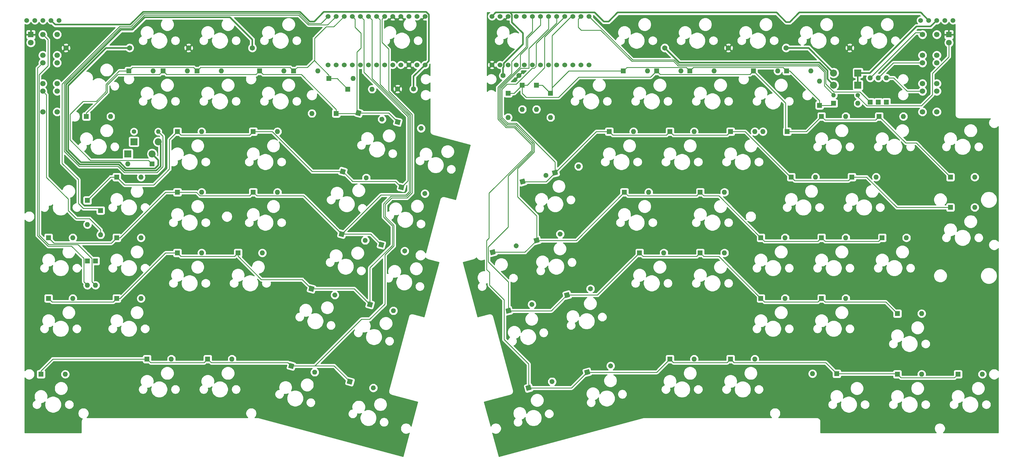
<source format=gtl>
%TF.GenerationSoftware,KiCad,Pcbnew,(5.1.6-0-10_14)*%
%TF.CreationDate,2020-09-04T13:20:55+09:00*%
%TF.ProjectId,Right,52696768-742e-46b6-9963-61645f706362,rev?*%
%TF.SameCoordinates,Original*%
%TF.FileFunction,Copper,L1,Top*%
%TF.FilePolarity,Positive*%
%FSLAX46Y46*%
G04 Gerber Fmt 4.6, Leading zero omitted, Abs format (unit mm)*
G04 Created by KiCad (PCBNEW (5.1.6-0-10_14)) date 2020-09-04 13:20:55*
%MOMM*%
%LPD*%
G01*
G04 APERTURE LIST*
%TA.AperFunction,ComponentPad*%
%ADD10C,1.524000*%
%TD*%
%TA.AperFunction,ComponentPad*%
%ADD11C,1.650000*%
%TD*%
%TA.AperFunction,ComponentPad*%
%ADD12C,1.700000*%
%TD*%
%TA.AperFunction,ComponentPad*%
%ADD13C,1.800000*%
%TD*%
%TA.AperFunction,ComponentPad*%
%ADD14R,1.800000X1.800000*%
%TD*%
%TA.AperFunction,ComponentPad*%
%ADD15C,1.500000*%
%TD*%
%TA.AperFunction,ComponentPad*%
%ADD16O,1.600000X1.600000*%
%TD*%
%TA.AperFunction,ComponentPad*%
%ADD17R,1.600000X1.600000*%
%TD*%
%TA.AperFunction,ComponentPad*%
%ADD18O,1.400000X1.400000*%
%TD*%
%TA.AperFunction,ComponentPad*%
%ADD19C,1.400000*%
%TD*%
%TA.AperFunction,ComponentPad*%
%ADD20O,2.200000X2.200000*%
%TD*%
%TA.AperFunction,ComponentPad*%
%ADD21R,2.200000X2.200000*%
%TD*%
%TA.AperFunction,ComponentPad*%
%ADD22C,0.100000*%
%TD*%
%TA.AperFunction,ComponentPad*%
%ADD23C,1.600000*%
%TD*%
%TA.AperFunction,Conductor*%
%ADD24C,0.250000*%
%TD*%
%TA.AperFunction,Conductor*%
%ADD25C,0.500000*%
%TD*%
%TA.AperFunction,Conductor*%
%ADD26C,0.254000*%
%TD*%
G04 APERTURE END LIST*
D10*
%TO.P,BPM1,26*%
%TO.N,bat0*%
X226365000Y-7620000D03*
%TO.P,BPM1,1*%
%TO.N,gnd0*%
X226365000Y7620000D03*
%TO.P,BPM1,25*%
%TO.N,Net-(BPM1-Pad25)*%
X223825000Y-7620400D03*
%TO.P,BPM1,24*%
%TO.N,gnd0*%
X221285000Y-7620400D03*
%TO.P,BPM1,23*%
%TO.N,Net-(BPM1-Pad23)*%
X218745000Y-7620400D03*
%TO.P,BPM1,22*%
%TO.N,Net-(BPM1-Pad22)*%
X216205000Y-7620400D03*
%TO.P,BPM1,21*%
%TO.N,col5*%
X213665000Y-7620400D03*
%TO.P,BPM1,20*%
%TO.N,col4*%
X211125000Y-7620400D03*
%TO.P,BPM1,19*%
%TO.N,col0*%
X208585000Y-7620400D03*
%TO.P,BPM1,18*%
%TO.N,col1*%
X206045000Y-7620400D03*
%TO.P,BPM1,17*%
%TO.N,col2*%
X203505000Y-7620400D03*
%TO.P,BPM1,16*%
%TO.N,col3*%
X200965000Y-7620400D03*
%TO.P,BPM1,15*%
%TO.N,Net-(BPM1-Pad15)*%
X198425000Y-7620400D03*
%TO.P,BPM1,14*%
%TO.N,Net-(BPM1-Pad14)*%
X195885000Y-7620400D03*
%TO.P,BPM1,13*%
%TO.N,rowsys0*%
X195885000Y7619600D03*
%TO.P,BPM1,12*%
%TO.N,led0*%
X198425000Y7619600D03*
%TO.P,BPM1,11*%
%TO.N,row0*%
X200965000Y7619600D03*
%TO.P,BPM1,10*%
%TO.N,row1*%
X203505000Y7619600D03*
%TO.P,BPM1,9*%
%TO.N,row2*%
X206045000Y7619600D03*
%TO.P,BPM1,8*%
%TO.N,row3*%
X208585000Y7619600D03*
%TO.P,BPM1,7*%
%TO.N,row4*%
X211125000Y7619600D03*
%TO.P,BPM1,6*%
%TO.N,row5*%
X213665000Y7619600D03*
%TO.P,BPM1,5*%
%TO.N,gnd0*%
X216205000Y7619600D03*
%TO.P,BPM1,4*%
X218745000Y7619600D03*
%TO.P,BPM1,3*%
%TO.N,Net-(BPM1-Pad3)*%
X221285000Y7619600D03*
%TO.P,BPM1,2*%
%TO.N,Net-(BPM1-Pad2)*%
X223825000Y7619600D03*
%TD*%
%TO.P,BPM2,26*%
%TO.N,bat1*%
X247385000Y7620000D03*
%TO.P,BPM2,1*%
%TO.N,gnd1*%
X247385000Y-7620000D03*
%TO.P,BPM2,25*%
%TO.N,Net-(BPM2-Pad25)*%
X249925000Y7620400D03*
%TO.P,BPM2,24*%
%TO.N,gnd1*%
X252465000Y7620400D03*
%TO.P,BPM2,23*%
%TO.N,Net-(BPM2-Pad23)*%
X255005000Y7620400D03*
%TO.P,BPM2,22*%
%TO.N,Net-(BPM2-Pad22)*%
X257545000Y7620400D03*
%TO.P,BPM2,21*%
%TO.N,row11*%
X260085000Y7620400D03*
%TO.P,BPM2,20*%
%TO.N,row10*%
X262625000Y7620400D03*
%TO.P,BPM2,19*%
%TO.N,row9*%
X265165000Y7620400D03*
%TO.P,BPM2,18*%
%TO.N,row8*%
X267705000Y7620400D03*
%TO.P,BPM2,17*%
%TO.N,row7*%
X270245000Y7620400D03*
%TO.P,BPM2,16*%
%TO.N,row6*%
X272785000Y7620400D03*
%TO.P,BPM2,15*%
%TO.N,led1*%
X275325000Y7620400D03*
%TO.P,BPM2,14*%
%TO.N,rowsys1*%
X277865000Y7620400D03*
%TO.P,BPM2,13*%
%TO.N,col8*%
X277865000Y-7619600D03*
%TO.P,BPM2,12*%
%TO.N,col9*%
X275325000Y-7619600D03*
%TO.P,BPM2,11*%
%TO.N,col10*%
X272785000Y-7619600D03*
%TO.P,BPM2,10*%
%TO.N,col11*%
X270245000Y-7619600D03*
%TO.P,BPM2,9*%
%TO.N,col12*%
X267705000Y-7619600D03*
%TO.P,BPM2,8*%
%TO.N,col13*%
X265165000Y-7619600D03*
%TO.P,BPM2,7*%
%TO.N,col7*%
X262625000Y-7619600D03*
%TO.P,BPM2,6*%
%TO.N,col6*%
X260085000Y-7619600D03*
%TO.P,BPM2,5*%
%TO.N,gnd1*%
X257545000Y-7619600D03*
%TO.P,BPM2,4*%
X255005000Y-7619600D03*
%TO.P,BPM2,3*%
%TO.N,Net-(BPM2-Pad3)*%
X252465000Y-7619600D03*
%TO.P,BPM2,2*%
%TO.N,Net-(BPM2-Pad2)*%
X249925000Y-7619600D03*
%TD*%
D11*
%TO.P,U1,1*%
%TO.N,gnd0*%
X152100000Y-2290000D03*
%TO.P,U1,2*%
%TO.N,Net-(DD1-Pad2)*%
X172100000Y-2290000D03*
%TD*%
%TO.P,U2,1*%
%TO.N,gnd0*%
X113570000Y-2290000D03*
%TO.P,U2,2*%
%TO.N,Net-(DD2-Pad2)*%
X133570000Y-2290000D03*
%TD*%
%TO.P,U4,1*%
%TO.N,gnd1*%
X321660000Y-2290000D03*
%TO.P,U4,2*%
%TO.N,Net-(DD4-Pad2)*%
X301660000Y-2290000D03*
%TD*%
%TO.P,U3,1*%
%TO.N,gnd1*%
X359760000Y-2290000D03*
%TO.P,U3,2*%
%TO.N,Net-(DD3-Pad2)*%
X339760000Y-2290000D03*
%TD*%
D12*
%TO.P,SW1005,1*%
%TO.N,col13*%
X387085000Y-15875000D03*
%TO.P,SW1005,2*%
%TO.N,Net-(SW1005-Pad2)*%
X387085000Y-22375000D03*
%TO.P,SW1005,3*%
%TO.N,Net-(D1005-Pad2)*%
X382585000Y-15875000D03*
%TO.P,SW1005,4*%
%TO.N,Net-(SW1005-Pad4)*%
X382585000Y-22375000D03*
%TD*%
%TO.P,SW1004,1*%
%TO.N,col12*%
X387085000Y-6985000D03*
%TO.P,SW1004,2*%
%TO.N,Net-(SW1004-Pad2)*%
X387085000Y-13485000D03*
%TO.P,SW1004,3*%
%TO.N,Net-(D1004-Pad2)*%
X382585000Y-6985000D03*
%TO.P,SW1004,4*%
%TO.N,Net-(SW1004-Pad4)*%
X382585000Y-13485000D03*
%TD*%
%TO.P,SW1003,1*%
%TO.N,col11*%
X387085000Y1905000D03*
%TO.P,SW1003,2*%
%TO.N,Net-(SW1003-Pad2)*%
X387085000Y-4595000D03*
%TO.P,SW1003,3*%
%TO.N,Net-(D1003-Pad2)*%
X382585000Y1905000D03*
%TO.P,SW1003,4*%
%TO.N,Net-(SW1003-Pad4)*%
X382585000Y-4595000D03*
%TD*%
%TO.P,SW1002,1*%
%TO.N,col2*%
X110795000Y1905000D03*
%TO.P,SW1002,2*%
%TO.N,Net-(SW1002-Pad2)*%
X110795000Y-4595000D03*
%TO.P,SW1002,3*%
%TO.N,Net-(D1002-Pad2)*%
X106295000Y1905000D03*
%TO.P,SW1002,4*%
%TO.N,Net-(SW1002-Pad4)*%
X106295000Y-4595000D03*
%TD*%
%TO.P,SW1001,1*%
%TO.N,col1*%
X110795000Y-6985000D03*
%TO.P,SW1001,2*%
%TO.N,Net-(SW1001-Pad2)*%
X110795000Y-13485000D03*
%TO.P,SW1001,3*%
%TO.N,Net-(D1001-Pad2)*%
X106295000Y-6985000D03*
%TO.P,SW1001,4*%
%TO.N,Net-(SW1001-Pad4)*%
X106295000Y-13485000D03*
%TD*%
%TO.P,SW1000,1*%
%TO.N,col0*%
X110795000Y-15875000D03*
%TO.P,SW1000,2*%
%TO.N,Net-(SW1000-Pad2)*%
X110795000Y-22375000D03*
%TO.P,SW1000,3*%
%TO.N,Net-(D1000-Pad2)*%
X106295000Y-15875000D03*
%TO.P,SW1000,4*%
%TO.N,Net-(SW1000-Pad4)*%
X106295000Y-22375000D03*
%TD*%
D13*
%TO.P,LED2,2*%
%TO.N,Net-(LED2-Pad2)*%
X390895000Y-635000D03*
D14*
%TO.P,LED2,1*%
%TO.N,gnd1*%
X390895000Y1905000D03*
%TD*%
D13*
%TO.P,LED1,2*%
%TO.N,Net-(LED1-Pad2)*%
X102540000Y-635000D03*
D14*
%TO.P,LED1,1*%
%TO.N,gnd0*%
X102540000Y1905000D03*
%TD*%
D15*
%TO.P,SWITCH1,*%
%TO.N,*%
X382005000Y6350000D03*
%TO.P,SWITCH1,1*%
%TO.N,bat1*%
X384545000Y6350000D03*
%TO.P,SWITCH1,2*%
%TO.N,Net-(DD3-Pad1)*%
X387085000Y6350000D03*
%TO.P,SWITCH1,3*%
%TO.N,Net-(SWITCH1-Pad3)*%
X389625000Y6350000D03*
%TO.P,SWITCH1,*%
%TO.N,*%
X392165000Y6350000D03*
%TD*%
D16*
%TO.P,D61,2*%
%TO.N,Net-(D61-Pad2)*%
X261355000Y-21590000D03*
D17*
%TO.P,D61,1*%
%TO.N,row6*%
X261355000Y-13970000D03*
%TD*%
D18*
%TO.P,R1,2*%
%TO.N,led0*%
X142545000Y-28575000D03*
D19*
%TO.P,R1,1*%
%TO.N,Net-(LED1-Pad2)*%
X134925000Y-28575000D03*
%TD*%
D20*
%TO.P,DD1,2*%
%TO.N,Net-(DD1-Pad2)*%
X142545000Y-31750000D03*
D21*
%TO.P,DD1,1*%
%TO.N,Net-(DD1-Pad1)*%
X134925000Y-31750000D03*
%TD*%
%TO.P,DD2,1*%
%TO.N,Net-(DD1-Pad1)*%
X133020000Y-35560000D03*
D20*
%TO.P,DD2,2*%
%TO.N,Net-(DD2-Pad2)*%
X140640000Y-35560000D03*
%TD*%
%TO.P,D45,2*%
%TO.N,Net-(D45-Pad2)*%
%TA.AperFunction,ComponentPad*%
G36*
G01*
X215656700Y-84630562D02*
X215656700Y-84630562D01*
G75*
G02*
X216636496Y-84064876I772741J-207055D01*
G01*
X216636496Y-84064876D01*
G75*
G02*
X217202182Y-85044672I-207055J-772741D01*
G01*
X217202182Y-85044672D01*
G75*
G02*
X216222386Y-85610358I-772741J207055D01*
G01*
X216222386Y-85610358D01*
G75*
G02*
X215656700Y-84630562I207055J772741D01*
G01*
G37*
%TD.AperFunction*%
%TA.AperFunction,ComponentPad*%
D22*
%TO.P,D45,1*%
%TO.N,row4*%
G36*
X208089290Y-83431101D02*
G01*
X208503401Y-81885620D01*
X210048882Y-82299731D01*
X209634771Y-83845212D01*
X208089290Y-83431101D01*
G37*
%TD.AperFunction*%
%TD*%
%TO.P,D44,2*%
%TO.N,Net-(D44-Pad2)*%
%TA.AperFunction,ComponentPad*%
G36*
G01*
X197255813Y-79700059D02*
X197255813Y-79700059D01*
G75*
G02*
X198235609Y-79134373I772741J-207055D01*
G01*
X198235609Y-79134373D01*
G75*
G02*
X198801295Y-80114169I-207055J-772741D01*
G01*
X198801295Y-80114169D01*
G75*
G02*
X197821499Y-80679855I-772741J207055D01*
G01*
X197821499Y-80679855D01*
G75*
G02*
X197255813Y-79700059I207055J772741D01*
G01*
G37*
%TD.AperFunction*%
%TA.AperFunction,ComponentPad*%
%TO.P,D44,1*%
%TO.N,row4*%
G36*
X189688403Y-78500598D02*
G01*
X190102514Y-76955117D01*
X191647995Y-77369228D01*
X191233884Y-78914709D01*
X189688403Y-78500598D01*
G37*
%TD.AperFunction*%
%TD*%
D16*
%TO.P,D43,2*%
%TO.N,Net-(D43-Pad2)*%
X175247500Y-66675000D03*
D17*
%TO.P,D43,1*%
%TO.N,row4*%
X167627500Y-66675000D03*
%TD*%
D16*
%TO.P,D41,2*%
%TO.N,Net-(D41-Pad2)*%
X137147500Y-80962500D03*
D17*
%TO.P,D41,1*%
%TO.N,row4*%
X129527500Y-80962500D03*
%TD*%
D16*
%TO.P,D40,2*%
%TO.N,Net-(D40-Pad2)*%
X115716000Y-80962500D03*
D17*
%TO.P,D40,1*%
%TO.N,row4*%
X108096000Y-80962500D03*
%TD*%
%TO.P,D22,1*%
%TO.N,row2*%
X148577500Y-28575000D03*
D16*
%TO.P,D22,2*%
%TO.N,Net-(D22-Pad2)*%
X156197500Y-28575000D03*
%TD*%
D17*
%TO.P,D30,1*%
%TO.N,row3*%
X108096000Y-61912500D03*
D16*
%TO.P,D30,2*%
%TO.N,Net-(D30-Pad2)*%
X115716000Y-61912500D03*
%TD*%
D17*
%TO.P,D51,1*%
%TO.N,row5*%
X139052500Y-100012500D03*
D16*
%TO.P,D51,2*%
%TO.N,Net-(D51-Pad2)*%
X146672500Y-100012500D03*
%TD*%
%TA.AperFunction,ComponentPad*%
D22*
%TO.P,D35,1*%
%TO.N,row3*%
G36*
X211640204Y-64665685D02*
G01*
X212054315Y-63120204D01*
X213599796Y-63534315D01*
X213185685Y-65079796D01*
X211640204Y-64665685D01*
G37*
%TD.AperFunction*%
%TO.P,D35,2*%
%TO.N,Net-(D35-Pad2)*%
%TA.AperFunction,ComponentPad*%
G36*
G01*
X219207614Y-65865146D02*
X219207614Y-65865146D01*
G75*
G02*
X220187410Y-65299460I772741J-207055D01*
G01*
X220187410Y-65299460D01*
G75*
G02*
X220753096Y-66279256I-207055J-772741D01*
G01*
X220753096Y-66279256D01*
G75*
G02*
X219773300Y-66844942I-772741J207055D01*
G01*
X219773300Y-66844942D01*
G75*
G02*
X219207614Y-65865146I207055J772741D01*
G01*
G37*
%TD.AperFunction*%
%TD*%
D17*
%TO.P,D20,1*%
%TO.N,row2*%
X120320000Y-50165000D03*
D16*
%TO.P,D20,2*%
%TO.N,Net-(D20-Pad2)*%
X120320000Y-57785000D03*
%TD*%
%TO.P,D52,2*%
%TO.N,Net-(D52-Pad2)*%
X165722500Y-100012500D03*
D17*
%TO.P,D52,1*%
%TO.N,row5*%
X158102500Y-100012500D03*
%TD*%
%TO.P,D32,1*%
%TO.N,row3*%
X148577500Y-47625000D03*
D16*
%TO.P,D32,2*%
%TO.N,Net-(D32-Pad2)*%
X156197500Y-47625000D03*
%TD*%
%TO.P,D4,2*%
%TO.N,Net-(D4-Pad2)*%
X203822500Y-11906250D03*
D17*
%TO.P,D4,1*%
%TO.N,row0*%
X196202500Y-11906250D03*
%TD*%
%TA.AperFunction,ComponentPad*%
D22*
%TO.P,D53,1*%
%TO.N,row5*%
G36*
X183362996Y-102734333D02*
G01*
X183777107Y-101188852D01*
X185322588Y-101602963D01*
X184908477Y-103148444D01*
X183362996Y-102734333D01*
G37*
%TD.AperFunction*%
%TO.P,D53,2*%
%TO.N,Net-(D53-Pad2)*%
%TA.AperFunction,ComponentPad*%
G36*
G01*
X190930406Y-103933794D02*
X190930406Y-103933794D01*
G75*
G02*
X191910202Y-103368108I772741J-207055D01*
G01*
X191910202Y-103368108D01*
G75*
G02*
X192475888Y-104347904I-207055J-772741D01*
G01*
X192475888Y-104347904D01*
G75*
G02*
X191496092Y-104913590I-772741J207055D01*
G01*
X191496092Y-104913590D01*
G75*
G02*
X190930406Y-103933794I207055J772741D01*
G01*
G37*
%TD.AperFunction*%
%TD*%
D17*
%TO.P,D33,1*%
%TO.N,row3*%
X172390000Y-47625000D03*
D16*
%TO.P,D33,2*%
%TO.N,Net-(D33-Pad2)*%
X180010000Y-47625000D03*
%TD*%
D17*
%TO.P,D23,1*%
%TO.N,row2*%
X172390000Y-28575000D03*
D16*
%TO.P,D23,2*%
%TO.N,Net-(D23-Pad2)*%
X180010000Y-28575000D03*
%TD*%
%TO.P,D13,2*%
%TO.N,Net-(D13-Pad2)*%
X190805000Y-22860000D03*
D17*
%TO.P,D13,1*%
%TO.N,row1*%
X198425000Y-22860000D03*
%TD*%
D16*
%TO.P,D3,2*%
%TO.N,Net-(D3-Pad2)*%
X192710000Y-9525000D03*
D17*
%TO.P,D3,1*%
%TO.N,row0*%
X185090000Y-9525000D03*
%TD*%
%TA.AperFunction,ComponentPad*%
D22*
%TO.P,D54,1*%
%TO.N,row5*%
G36*
X201763400Y-107664706D02*
G01*
X202177511Y-106119225D01*
X203722992Y-106533336D01*
X203308881Y-108078817D01*
X201763400Y-107664706D01*
G37*
%TD.AperFunction*%
%TO.P,D54,2*%
%TO.N,Net-(D54-Pad2)*%
%TA.AperFunction,ComponentPad*%
G36*
G01*
X209330810Y-108864167D02*
X209330810Y-108864167D01*
G75*
G02*
X210310606Y-108298481I772741J-207055D01*
G01*
X210310606Y-108298481D01*
G75*
G02*
X210876292Y-109278277I-207055J-772741D01*
G01*
X210876292Y-109278277D01*
G75*
G02*
X209896496Y-109843963I-772741J207055D01*
G01*
X209896496Y-109843963D01*
G75*
G02*
X209330810Y-108864167I207055J772741D01*
G01*
G37*
%TD.AperFunction*%
%TD*%
%TO.P,D14,2*%
%TO.N,Net-(D14-Pad2)*%
%TA.AperFunction,ComponentPad*%
G36*
G01*
X212047322Y-24497398D02*
X212047322Y-24497398D01*
G75*
G02*
X213027118Y-23931712I772741J-207055D01*
G01*
X213027118Y-23931712D01*
G75*
G02*
X213592804Y-24911508I-207055J-772741D01*
G01*
X213592804Y-24911508D01*
G75*
G02*
X212613008Y-25477194I-772741J207055D01*
G01*
X212613008Y-25477194D01*
G75*
G02*
X212047322Y-24497398I207055J772741D01*
G01*
G37*
%TD.AperFunction*%
%TA.AperFunction,ComponentPad*%
%TO.P,D14,1*%
%TO.N,row1*%
G36*
X204479912Y-23297937D02*
G01*
X204894023Y-21752456D01*
X206439504Y-22166567D01*
X206025393Y-23712048D01*
X204479912Y-23297937D01*
G37*
%TD.AperFunction*%
%TD*%
D16*
%TO.P,D12,2*%
%TO.N,Net-(D12-Pad2)*%
X181994375Y-9525000D03*
D17*
%TO.P,D12,1*%
%TO.N,row1*%
X174374375Y-9525000D03*
%TD*%
D16*
%TO.P,D2,2*%
%TO.N,Net-(D2-Pad2)*%
X162388750Y-9525000D03*
D17*
%TO.P,D2,1*%
%TO.N,row0*%
X154768750Y-9525000D03*
%TD*%
%TA.AperFunction,ComponentPad*%
D22*
%TO.P,D25,1*%
%TO.N,row2*%
G36*
X217950296Y-46629327D02*
G01*
X218364407Y-45083846D01*
X219909888Y-45497957D01*
X219495777Y-47043438D01*
X217950296Y-46629327D01*
G37*
%TD.AperFunction*%
%TO.P,D25,2*%
%TO.N,Net-(D25-Pad2)*%
%TA.AperFunction,ComponentPad*%
G36*
G01*
X225517706Y-47828788D02*
X225517706Y-47828788D01*
G75*
G02*
X226497502Y-47263102I772741J-207055D01*
G01*
X226497502Y-47263102D01*
G75*
G02*
X227063188Y-48242898I-207055J-772741D01*
G01*
X227063188Y-48242898D01*
G75*
G02*
X226083392Y-48808584I-772741J207055D01*
G01*
X226083392Y-48808584D01*
G75*
G02*
X225517706Y-47828788I207055J772741D01*
G01*
G37*
%TD.AperFunction*%
%TD*%
%TA.AperFunction,ComponentPad*%
%TO.P,D15,1*%
%TO.N,row1*%
G36*
X216780204Y-26125685D02*
G01*
X217194315Y-24580204D01*
X218739796Y-24994315D01*
X218325685Y-26539796D01*
X216780204Y-26125685D01*
G37*
%TD.AperFunction*%
%TO.P,D15,2*%
%TO.N,Net-(D15-Pad2)*%
%TA.AperFunction,ComponentPad*%
G36*
G01*
X224347614Y-27325146D02*
X224347614Y-27325146D01*
G75*
G02*
X225327410Y-26759460I772741J-207055D01*
G01*
X225327410Y-26759460D01*
G75*
G02*
X225893096Y-27739256I-207055J-772741D01*
G01*
X225893096Y-27739256D01*
G75*
G02*
X224913300Y-28304942I-772741J207055D01*
G01*
X224913300Y-28304942D01*
G75*
G02*
X224347614Y-27325146I207055J772741D01*
G01*
G37*
%TD.AperFunction*%
%TD*%
D16*
%TO.P,D5,2*%
%TO.N,Net-(D5-Pad2)*%
X209728000Y-15240000D03*
D17*
%TO.P,D5,1*%
%TO.N,row0*%
X202108000Y-15240000D03*
%TD*%
%TA.AperFunction,ComponentPad*%
D22*
%TO.P,D34,1*%
%TO.N,row3*%
G36*
X199219128Y-61332337D02*
G01*
X199633239Y-59786856D01*
X201178720Y-60200967D01*
X200764609Y-61746448D01*
X199219128Y-61332337D01*
G37*
%TD.AperFunction*%
%TO.P,D34,2*%
%TO.N,Net-(D34-Pad2)*%
%TA.AperFunction,ComponentPad*%
G36*
G01*
X206786538Y-62531798D02*
X206786538Y-62531798D01*
G75*
G02*
X207766334Y-61966112I772741J-207055D01*
G01*
X207766334Y-61966112D01*
G75*
G02*
X208332020Y-62945908I-207055J-772741D01*
G01*
X208332020Y-62945908D01*
G75*
G02*
X207352224Y-63511594I-772741J207055D01*
G01*
X207352224Y-63511594D01*
G75*
G02*
X206786538Y-62531798I207055J772741D01*
G01*
G37*
%TD.AperFunction*%
%TD*%
%TA.AperFunction,ComponentPad*%
%TO.P,D24,1*%
%TO.N,row2*%
G36*
X199549409Y-41698824D02*
G01*
X199963520Y-40153343D01*
X201509001Y-40567454D01*
X201094890Y-42112935D01*
X199549409Y-41698824D01*
G37*
%TD.AperFunction*%
%TO.P,D24,2*%
%TO.N,Net-(D24-Pad2)*%
%TA.AperFunction,ComponentPad*%
G36*
G01*
X207116819Y-42898285D02*
X207116819Y-42898285D01*
G75*
G02*
X208096615Y-42332599I772741J-207055D01*
G01*
X208096615Y-42332599D01*
G75*
G02*
X208662301Y-43312395I-207055J-772741D01*
G01*
X208662301Y-43312395D01*
G75*
G02*
X207682505Y-43878081I-772741J207055D01*
G01*
X207682505Y-43878081D01*
G75*
G02*
X207116819Y-42898285I207055J772741D01*
G01*
G37*
%TD.AperFunction*%
%TD*%
D16*
%TO.P,D0,2*%
%TO.N,Net-(D0-Pad2)*%
X133020000Y-38735000D03*
D17*
%TO.P,D0,1*%
%TO.N,row0*%
X140640000Y-38735000D03*
%TD*%
D23*
%TO.P,C1,2*%
%TO.N,gnd0*%
X217758200Y-15189200D03*
%TO.P,C1,1*%
%TO.N,bat0*%
X222758200Y-15189200D03*
%TD*%
D17*
%TO.P,D10,1*%
%TO.N,row1*%
X120002500Y-23812500D03*
D16*
%TO.P,D10,2*%
%TO.N,Net-(D10-Pad2)*%
X127622500Y-23812500D03*
%TD*%
%TO.P,D11,2*%
%TO.N,Net-(D11-Pad2)*%
X151673125Y-9525000D03*
D17*
%TO.P,D11,1*%
%TO.N,row1*%
X144053125Y-9525000D03*
%TD*%
D16*
%TO.P,D1,2*%
%TO.N,Net-(D1-Pad2)*%
X140957500Y-9525000D03*
D17*
%TO.P,D1,1*%
%TO.N,row0*%
X133337500Y-9525000D03*
%TD*%
%TO.P,D50,1*%
%TO.N,row5*%
X105714700Y-104775000D03*
D16*
%TO.P,D50,2*%
%TO.N,Net-(D50-Pad2)*%
X113334700Y-104775000D03*
%TD*%
D17*
%TO.P,D31,1*%
%TO.N,row3*%
X129527500Y-61912500D03*
D16*
%TO.P,D31,2*%
%TO.N,Net-(D31-Pad2)*%
X137147500Y-61912500D03*
%TD*%
D17*
%TO.P,D21,1*%
%TO.N,row2*%
X129527500Y-42862500D03*
D16*
%TO.P,D21,2*%
%TO.N,Net-(D21-Pad2)*%
X137147500Y-42862500D03*
%TD*%
%TO.P,D42,2*%
%TO.N,Net-(D42-Pad2)*%
X156197500Y-66675000D03*
D17*
%TO.P,D42,1*%
%TO.N,row4*%
X148577500Y-66675000D03*
%TD*%
%TO.P,D1000,1*%
%TO.N,rowsys0*%
X124460000Y-53340000D03*
D16*
%TO.P,D1000,2*%
%TO.N,Net-(D1000-Pad2)*%
X124460000Y-60960000D03*
%TD*%
D17*
%TO.P,D1002,1*%
%TO.N,rowsys0*%
X122860000Y-69215000D03*
D16*
%TO.P,D1002,2*%
%TO.N,Net-(D1002-Pad2)*%
X122860000Y-76835000D03*
%TD*%
D17*
%TO.P,D1001,1*%
%TO.N,rowsys0*%
X120320000Y-69215000D03*
D16*
%TO.P,D1001,2*%
%TO.N,Net-(D1001-Pad2)*%
X120320000Y-76835000D03*
%TD*%
D15*
%TO.P,SWITCH0,*%
%TO.N,*%
X101270000Y6350000D03*
%TO.P,SWITCH0,3*%
%TO.N,Net-(SWITCH0-Pad3)*%
X103810000Y6350000D03*
%TO.P,SWITCH0,2*%
%TO.N,Net-(DD1-Pad1)*%
X106350000Y6350000D03*
%TO.P,SWITCH0,1*%
%TO.N,bat0*%
X108890000Y6350000D03*
%TO.P,SWITCH0,*%
%TO.N,*%
X111430000Y6350000D03*
%TD*%
D16*
%TO.P,D73,2*%
%TO.N,Net-(D73-Pad2)*%
X337131660Y-9525000D03*
D17*
%TO.P,D73,1*%
%TO.N,row7*%
X329511660Y-9525000D03*
%TD*%
D16*
%TO.P,D64,2*%
%TO.N,Net-(D64-Pad2)*%
X347573880Y-9525000D03*
D17*
%TO.P,D64,1*%
%TO.N,row6*%
X339953880Y-9525000D03*
%TD*%
D16*
%TO.P,D77,2*%
%TO.N,Net-(D77-Pad2)*%
X398991000Y-42862500D03*
D17*
%TO.P,D77,1*%
%TO.N,row7*%
X391371000Y-42862500D03*
%TD*%
D16*
%TO.P,D66,2*%
%TO.N,Net-(D66-Pad2)*%
X362320000Y-19685000D03*
D17*
%TO.P,D66,1*%
%TO.N,row6*%
X354700000Y-19685000D03*
%TD*%
D20*
%TO.P,DD4,2*%
%TO.N,Net-(DD4-Pad2)*%
X354700000Y-13970000D03*
D21*
%TO.P,DD4,1*%
%TO.N,Net-(DD3-Pad1)*%
X362320000Y-13970000D03*
%TD*%
D20*
%TO.P,DD3,2*%
%TO.N,Net-(DD3-Pad2)*%
X354700000Y-10160000D03*
D21*
%TO.P,DD3,1*%
%TO.N,Net-(DD3-Pad1)*%
X362320000Y-10160000D03*
%TD*%
D18*
%TO.P,R2,2*%
%TO.N,led1*%
X354700000Y-17145000D03*
D19*
%TO.P,R2,1*%
%TO.N,Net-(LED2-Pad2)*%
X362320000Y-17145000D03*
%TD*%
D16*
%TO.P,D1005,2*%
%TO.N,Net-(D1005-Pad2)*%
X371267000Y-11710000D03*
D17*
%TO.P,D1005,1*%
%TO.N,rowsys1*%
X371267000Y-19330000D03*
%TD*%
D16*
%TO.P,D1004,2*%
%TO.N,Net-(D1004-Pad2)*%
X368727000Y-11710000D03*
D17*
%TO.P,D1004,1*%
%TO.N,rowsys1*%
X368727000Y-19330000D03*
%TD*%
D16*
%TO.P,D1003,2*%
%TO.N,Net-(D1003-Pad2)*%
X366187000Y-11710000D03*
D17*
%TO.P,D1003,1*%
%TO.N,rowsys1*%
X366187000Y-19330000D03*
%TD*%
%TO.P,D81,2*%
%TO.N,Net-(D81-Pad2)*%
%TA.AperFunction,ComponentPad*%
G36*
G01*
X273777614Y-39724854D02*
X273777614Y-39724854D01*
G75*
G02*
X274343300Y-38745058I772741J207055D01*
G01*
X274343300Y-38745058D01*
G75*
G02*
X275323096Y-39310744I207055J-772741D01*
G01*
X275323096Y-39310744D01*
G75*
G02*
X274757410Y-40290540I-772741J-207055D01*
G01*
X274757410Y-40290540D01*
G75*
G02*
X273777614Y-39724854I-207055J772741D01*
G01*
G37*
%TD.AperFunction*%
%TA.AperFunction,ComponentPad*%
D22*
%TO.P,D81,1*%
%TO.N,row8*%
G36*
X266624315Y-42469796D02*
G01*
X266210204Y-40924315D01*
X267755685Y-40510204D01*
X268169796Y-42055685D01*
X266624315Y-42469796D01*
G37*
%TD.AperFunction*%
%TD*%
%TO.P,D80,2*%
%TO.N,Net-(D80-Pad2)*%
%TA.AperFunction,ComponentPad*%
G36*
G01*
X263565112Y-42535446D02*
X263565112Y-42535446D01*
G75*
G02*
X264130798Y-41555650I772741J207055D01*
G01*
X264130798Y-41555650D01*
G75*
G02*
X265110594Y-42121336I207055J-772741D01*
G01*
X265110594Y-42121336D01*
G75*
G02*
X264544908Y-43101132I-772741J-207055D01*
G01*
X264544908Y-43101132D01*
G75*
G02*
X263565112Y-42535446I-207055J772741D01*
G01*
G37*
%TD.AperFunction*%
%TA.AperFunction,ComponentPad*%
%TO.P,D80,1*%
%TO.N,row8*%
G36*
X256411813Y-45280388D02*
G01*
X255997702Y-43734907D01*
X257543183Y-43320796D01*
X257957294Y-44866277D01*
X256411813Y-45280388D01*
G37*
%TD.AperFunction*%
%TD*%
D17*
%TO.P,D71,1*%
%TO.N,row7*%
X256910000Y-13970000D03*
D16*
%TO.P,D71,2*%
%TO.N,Net-(D71-Pad2)*%
X256910000Y-21590000D03*
%TD*%
%TO.P,D74,2*%
%TO.N,Net-(D74-Pad2)*%
X332475000Y-28575000D03*
D17*
%TO.P,D74,1*%
%TO.N,row7*%
X340095000Y-28575000D03*
%TD*%
D16*
%TO.P,D72,2*%
%TO.N,Net-(D72-Pad2)*%
X306722220Y-9525000D03*
D17*
%TO.P,D72,1*%
%TO.N,row7*%
X299102220Y-9525000D03*
%TD*%
D16*
%TO.P,D63,2*%
%TO.N,Net-(D63-Pad2)*%
X317164440Y-9525000D03*
D17*
%TO.P,D63,1*%
%TO.N,row6*%
X309544440Y-9525000D03*
%TD*%
D16*
%TO.P,D62,2*%
%TO.N,Net-(D62-Pad2)*%
X296280000Y-9525000D03*
D17*
%TO.P,D62,1*%
%TO.N,row6*%
X288660000Y-9525000D03*
%TD*%
D16*
%TO.P,D60,2*%
%TO.N,Net-(D60-Pad2)*%
X265800000Y-24130000D03*
D17*
%TO.P,D60,1*%
%TO.N,row6*%
X265800000Y-16510000D03*
%TD*%
D16*
%TO.P,D116,2*%
%TO.N,Net-(D116-Pad2)*%
X401372500Y-104775000D03*
D17*
%TO.P,D116,1*%
%TO.N,row11*%
X393752500Y-104775000D03*
%TD*%
D16*
%TO.P,D115,2*%
%TO.N,Net-(D115-Pad2)*%
X382322500Y-104775000D03*
D17*
%TO.P,D115,1*%
%TO.N,row11*%
X374702500Y-104775000D03*
%TD*%
D16*
%TO.P,D114,2*%
%TO.N,Net-(D114-Pad2)*%
X348060000Y-104617500D03*
D17*
%TO.P,D114,1*%
%TO.N,row11*%
X355680000Y-104617500D03*
%TD*%
D16*
%TO.P,D113,2*%
%TO.N,Net-(D113-Pad2)*%
X329935000Y-100012500D03*
D17*
%TO.P,D113,1*%
%TO.N,row11*%
X322315000Y-100012500D03*
%TD*%
D16*
%TO.P,D112,2*%
%TO.N,Net-(D112-Pad2)*%
X310885000Y-100012500D03*
D17*
%TO.P,D112,1*%
%TO.N,row11*%
X303265000Y-100012500D03*
%TD*%
%TO.P,D111,2*%
%TO.N,Net-(D111-Pad2)*%
%TA.AperFunction,ComponentPad*%
G36*
G01*
X283871968Y-102375704D02*
X283871968Y-102375704D01*
G75*
G02*
X284437654Y-101395908I772741J207055D01*
G01*
X284437654Y-101395908D01*
G75*
G02*
X285417450Y-101961594I207055J-772741D01*
G01*
X285417450Y-101961594D01*
G75*
G02*
X284851764Y-102941390I-772741J-207055D01*
G01*
X284851764Y-102941390D01*
G75*
G02*
X283871968Y-102375704I-207055J772741D01*
G01*
G37*
%TD.AperFunction*%
%TA.AperFunction,ComponentPad*%
D22*
%TO.P,D111,1*%
%TO.N,row11*%
G36*
X276718669Y-105120646D02*
G01*
X276304558Y-103575165D01*
X277850039Y-103161054D01*
X278264150Y-104706535D01*
X276718669Y-105120646D01*
G37*
%TD.AperFunction*%
%TD*%
%TO.P,D110,2*%
%TO.N,Net-(D110-Pad2)*%
%TA.AperFunction,ComponentPad*%
G36*
G01*
X265471564Y-107306077D02*
X265471564Y-107306077D01*
G75*
G02*
X266037250Y-106326281I772741J207055D01*
G01*
X266037250Y-106326281D01*
G75*
G02*
X267017046Y-106891967I207055J-772741D01*
G01*
X267017046Y-106891967D01*
G75*
G02*
X266451360Y-107871763I-772741J-207055D01*
G01*
X266451360Y-107871763D01*
G75*
G02*
X265471564Y-107306077I-207055J772741D01*
G01*
G37*
%TD.AperFunction*%
%TA.AperFunction,ComponentPad*%
%TO.P,D110,1*%
%TO.N,row11*%
G36*
X258318265Y-110051019D02*
G01*
X257904154Y-108505538D01*
X259449635Y-108091427D01*
X259863746Y-109636908D01*
X258318265Y-110051019D01*
G37*
%TD.AperFunction*%
%TD*%
D16*
%TO.P,D106,2*%
%TO.N,Net-(D106-Pad2)*%
X382322500Y-85725000D03*
D17*
%TO.P,D106,1*%
%TO.N,row10*%
X374702500Y-85725000D03*
%TD*%
D16*
%TO.P,D105,2*%
%TO.N,Net-(D105-Pad2)*%
X358510000Y-80962500D03*
D17*
%TO.P,D105,1*%
%TO.N,row10*%
X350890000Y-80962500D03*
%TD*%
D16*
%TO.P,D104,2*%
%TO.N,Net-(D104-Pad2)*%
X339460000Y-80962500D03*
D17*
%TO.P,D104,1*%
%TO.N,row10*%
X331840000Y-80962500D03*
%TD*%
D16*
%TO.P,D103,2*%
%TO.N,Net-(D103-Pad2)*%
X320410000Y-66675000D03*
D17*
%TO.P,D103,1*%
%TO.N,row10*%
X312790000Y-66675000D03*
%TD*%
D16*
%TO.P,D102,2*%
%TO.N,Net-(D102-Pad2)*%
X301360000Y-66675000D03*
D17*
%TO.P,D102,1*%
%TO.N,row10*%
X293740000Y-66675000D03*
%TD*%
%TO.P,D101,2*%
%TO.N,Net-(D101-Pad2)*%
%TA.AperFunction,ComponentPad*%
G36*
G01*
X277546561Y-78141969D02*
X277546561Y-78141969D01*
G75*
G02*
X278112247Y-77162173I772741J207055D01*
G01*
X278112247Y-77162173D01*
G75*
G02*
X279092043Y-77727859I207055J-772741D01*
G01*
X279092043Y-77727859D01*
G75*
G02*
X278526357Y-78707655I-772741J-207055D01*
G01*
X278526357Y-78707655D01*
G75*
G02*
X277546561Y-78141969I-207055J772741D01*
G01*
G37*
%TD.AperFunction*%
%TA.AperFunction,ComponentPad*%
D22*
%TO.P,D101,1*%
%TO.N,row10*%
G36*
X270393262Y-80886911D02*
G01*
X269979151Y-79341430D01*
X271524632Y-78927319D01*
X271938743Y-80472800D01*
X270393262Y-80886911D01*
G37*
%TD.AperFunction*%
%TD*%
%TO.P,D100,2*%
%TO.N,Net-(D100-Pad2)*%
%TA.AperFunction,ComponentPad*%
G36*
G01*
X259145674Y-83072472D02*
X259145674Y-83072472D01*
G75*
G02*
X259711360Y-82092676I772741J207055D01*
G01*
X259711360Y-82092676D01*
G75*
G02*
X260691156Y-82658362I207055J-772741D01*
G01*
X260691156Y-82658362D01*
G75*
G02*
X260125470Y-83638158I-772741J-207055D01*
G01*
X260125470Y-83638158D01*
G75*
G02*
X259145674Y-83072472I-207055J772741D01*
G01*
G37*
%TD.AperFunction*%
%TA.AperFunction,ComponentPad*%
%TO.P,D100,1*%
%TO.N,row10*%
G36*
X251992375Y-85817414D02*
G01*
X251578264Y-84271933D01*
X253123745Y-83857822D01*
X253537856Y-85403303D01*
X251992375Y-85817414D01*
G37*
%TD.AperFunction*%
%TD*%
D16*
%TO.P,D96,2*%
%TO.N,Net-(D96-Pad2)*%
X377560000Y-61912500D03*
D17*
%TO.P,D96,1*%
%TO.N,row9*%
X369940000Y-61912500D03*
%TD*%
D16*
%TO.P,D95,2*%
%TO.N,Net-(D95-Pad2)*%
X358510000Y-61912500D03*
D17*
%TO.P,D95,1*%
%TO.N,row9*%
X350890000Y-61912500D03*
%TD*%
D16*
%TO.P,D94,2*%
%TO.N,Net-(D94-Pad2)*%
X339460000Y-61912500D03*
D17*
%TO.P,D94,1*%
%TO.N,row9*%
X331840000Y-61912500D03*
%TD*%
D16*
%TO.P,D93,2*%
%TO.N,Net-(D93-Pad2)*%
X320410000Y-47625000D03*
D17*
%TO.P,D93,1*%
%TO.N,row9*%
X312790000Y-47625000D03*
%TD*%
D16*
%TO.P,D92,2*%
%TO.N,Net-(D92-Pad2)*%
X296597500Y-47625000D03*
D17*
%TO.P,D92,1*%
%TO.N,row9*%
X288977500Y-47625000D03*
%TD*%
%TO.P,D91,2*%
%TO.N,Net-(D91-Pad2)*%
%TA.AperFunction,ComponentPad*%
G36*
G01*
X268015836Y-60973708D02*
X268015836Y-60973708D01*
G75*
G02*
X268581522Y-59993912I772741J207055D01*
G01*
X268581522Y-59993912D01*
G75*
G02*
X269561318Y-60559598I207055J-772741D01*
G01*
X269561318Y-60559598D01*
G75*
G02*
X268995632Y-61539394I-772741J-207055D01*
G01*
X268995632Y-61539394D01*
G75*
G02*
X268015836Y-60973708I-207055J772741D01*
G01*
G37*
%TD.AperFunction*%
%TA.AperFunction,ComponentPad*%
D22*
%TO.P,D91,1*%
%TO.N,row9*%
G36*
X260862537Y-63718650D02*
G01*
X260448426Y-62173169D01*
X261993907Y-61759058D01*
X262408018Y-63304539D01*
X260862537Y-63718650D01*
G37*
%TD.AperFunction*%
%TD*%
%TO.P,D90,2*%
%TO.N,Net-(D90-Pad2)*%
%TA.AperFunction,ComponentPad*%
G36*
G01*
X254215171Y-64671585D02*
X254215171Y-64671585D01*
G75*
G02*
X254780857Y-63691789I772741J207055D01*
G01*
X254780857Y-63691789D01*
G75*
G02*
X255760653Y-64257475I207055J-772741D01*
G01*
X255760653Y-64257475D01*
G75*
G02*
X255194967Y-65237271I-772741J-207055D01*
G01*
X255194967Y-65237271D01*
G75*
G02*
X254215171Y-64671585I-207055J772741D01*
G01*
G37*
%TD.AperFunction*%
%TA.AperFunction,ComponentPad*%
%TO.P,D90,1*%
%TO.N,row9*%
G36*
X247061872Y-67416527D02*
G01*
X246647761Y-65871046D01*
X248193242Y-65456935D01*
X248607353Y-67002416D01*
X247061872Y-67416527D01*
G37*
%TD.AperFunction*%
%TD*%
D16*
%TO.P,D87,2*%
%TO.N,Net-(D87-Pad2)*%
X398991000Y-52387500D03*
D17*
%TO.P,D87,1*%
%TO.N,row8*%
X391371000Y-52387500D03*
%TD*%
D16*
%TO.P,D86,2*%
%TO.N,Net-(D86-Pad2)*%
X368035000Y-42862500D03*
D17*
%TO.P,D86,1*%
%TO.N,row8*%
X360415000Y-42862500D03*
%TD*%
D16*
%TO.P,D85,2*%
%TO.N,Net-(D85-Pad2)*%
X348985000Y-42862500D03*
D17*
%TO.P,D85,1*%
%TO.N,row8*%
X341365000Y-42862500D03*
%TD*%
D16*
%TO.P,D84,2*%
%TO.N,Net-(D84-Pad2)*%
X329935000Y-28575000D03*
D17*
%TO.P,D84,1*%
%TO.N,row8*%
X322315000Y-28575000D03*
%TD*%
D16*
%TO.P,D83,2*%
%TO.N,Net-(D83-Pad2)*%
X310885000Y-28575000D03*
D17*
%TO.P,D83,1*%
%TO.N,row8*%
X303265000Y-28575000D03*
%TD*%
D16*
%TO.P,D82,2*%
%TO.N,Net-(D82-Pad2)*%
X291835000Y-28575000D03*
D17*
%TO.P,D82,1*%
%TO.N,row8*%
X284215000Y-28575000D03*
%TD*%
D16*
%TO.P,D76,2*%
%TO.N,Net-(D76-Pad2)*%
X376620000Y-23812500D03*
D17*
%TO.P,D76,1*%
%TO.N,row7*%
X369000000Y-23812500D03*
%TD*%
D16*
%TO.P,D75,2*%
%TO.N,Net-(D75-Pad2)*%
X358510000Y-23812500D03*
D17*
%TO.P,D75,1*%
%TO.N,row7*%
X350890000Y-23812500D03*
%TD*%
D16*
%TO.P,D70,2*%
%TO.N,Net-(D70-Pad2)*%
X252465000Y-24130000D03*
D17*
%TO.P,D70,1*%
%TO.N,row7*%
X252465000Y-16510000D03*
%TD*%
D16*
%TO.P,D65,2*%
%TO.N,Net-(D65-Pad2)*%
X350255000Y-12700000D03*
D17*
%TO.P,D65,1*%
%TO.N,row6*%
X350255000Y-20320000D03*
%TD*%
D23*
%TO.P,C2,2*%
%TO.N,gnd1*%
X255870000Y-11000000D03*
%TO.P,C2,1*%
%TO.N,bat1*%
X250870000Y-11000000D03*
%TD*%
D24*
%TO.N,row5*%
X109427200Y-100012500D02*
X139052500Y-100012500D01*
X105714700Y-103725000D02*
X109427200Y-100012500D01*
X105714700Y-104775000D02*
X105714700Y-103725000D01*
X140177501Y-101137501D02*
X156977499Y-101137501D01*
X156977499Y-101137501D02*
X158102500Y-100012500D01*
X139052500Y-100012500D02*
X140177501Y-101137501D01*
X183311645Y-101137501D02*
X184342792Y-102168648D01*
X159227501Y-101137501D02*
X183311645Y-101137501D01*
X158102500Y-100012500D02*
X159227501Y-101137501D01*
X197812823Y-102168648D02*
X202743196Y-107099021D01*
X184342792Y-102168648D02*
X197812823Y-102168648D01*
X214935000Y-2692834D02*
X212806599Y-564433D01*
X214935000Y-15875000D02*
X214935000Y-2692834D01*
X220732822Y-49380000D02*
X222300002Y-47812820D01*
X212806599Y6761199D02*
X213665000Y7619600D01*
X212806599Y-564433D02*
X212806599Y6761199D01*
X215860000Y-49380000D02*
X220732822Y-49380000D01*
X213820001Y-55257605D02*
X213820001Y-51419999D01*
X216570011Y-64459989D02*
X216570011Y-58007615D01*
X216570011Y-58007615D02*
X213820001Y-55257605D01*
X213731933Y-67298067D02*
X216570011Y-64459989D01*
X213731933Y-82768067D02*
X213731933Y-67298067D01*
X222300002Y-23240001D02*
X214935000Y-15875000D01*
X208960000Y-87540000D02*
X213731933Y-82768067D01*
X206399618Y-87540000D02*
X208960000Y-87540000D01*
X191770970Y-102168648D02*
X206399618Y-87540000D01*
X222300002Y-47812820D02*
X222300002Y-23240001D01*
X213820001Y-51419999D02*
X215860000Y-49380000D01*
X184342792Y-102168648D02*
X191770970Y-102168648D01*
%TO.N,row4*%
X109221001Y-82087501D02*
X128402499Y-82087501D01*
X128402499Y-82087501D02*
X129527500Y-80962500D01*
X108096000Y-80962500D02*
X109221001Y-82087501D01*
X144865000Y-66675000D02*
X148577500Y-66675000D01*
X130577500Y-80962500D02*
X144865000Y-66675000D01*
X129527500Y-80962500D02*
X130577500Y-80962500D01*
X166502499Y-67800001D02*
X167627500Y-66675000D01*
X149702501Y-67800001D02*
X166502499Y-67800001D01*
X148577500Y-66675000D02*
X149702501Y-67800001D01*
X187757385Y-75024099D02*
X190668199Y-77934913D01*
X167627500Y-67725000D02*
X174926599Y-75024099D01*
X174926599Y-75024099D02*
X187757385Y-75024099D01*
X167627500Y-66675000D02*
X167627500Y-67725000D01*
X204138583Y-77934913D02*
X209069086Y-82865416D01*
X190668199Y-77934913D02*
X204138583Y-77934913D01*
X212212001Y6532599D02*
X211125000Y7619600D01*
X212212001Y-13788411D02*
X212212001Y6532599D01*
X221849991Y-23426401D02*
X212212001Y-13788411D01*
X221849991Y-47626420D02*
X221849991Y-23426401D01*
X215673600Y-48929989D02*
X220546422Y-48929989D01*
X213369990Y-51233599D02*
X215673600Y-48929989D01*
X216120000Y-58194015D02*
X213369990Y-55444005D01*
X216120000Y-64273589D02*
X216120000Y-58194015D01*
X209069086Y-71324503D02*
X216120000Y-64273589D01*
X209069086Y-82865416D02*
X209069086Y-71324503D01*
X220546422Y-48929989D02*
X221849991Y-47626420D01*
X213369990Y-55444005D02*
X213369990Y-51233599D01*
%TO.N,row3*%
X144865000Y-47625000D02*
X148577500Y-47625000D01*
X130577500Y-61912500D02*
X144865000Y-47625000D01*
X129527500Y-61912500D02*
X130577500Y-61912500D01*
X171264999Y-48750001D02*
X172390000Y-47625000D01*
X155657499Y-48750001D02*
X171264999Y-48750001D01*
X154532498Y-47625000D02*
X155657499Y-48750001D01*
X148577500Y-47625000D02*
X154532498Y-47625000D01*
X188182273Y-48750001D02*
X200198924Y-60766652D01*
X173515001Y-48750001D02*
X188182273Y-48750001D01*
X172390000Y-47625000D02*
X173515001Y-48750001D01*
X209286652Y-60766652D02*
X212620000Y-64100000D01*
X200198924Y-60766652D02*
X209286652Y-60766652D01*
X127830000Y-63610000D02*
X129527500Y-61912500D01*
X109793500Y-63610000D02*
X127830000Y-63610000D01*
X108096000Y-61912500D02*
X109793500Y-63610000D01*
X209672001Y-11884822D02*
X209672001Y6532599D01*
X200198924Y-60766652D02*
X212485598Y-48479978D01*
X209672001Y6532599D02*
X208585000Y7619600D01*
X221399980Y-47440020D02*
X221399980Y-23612801D01*
X212485598Y-48479978D02*
X220360022Y-48479978D01*
X221399980Y-23612801D02*
X209672001Y-11884822D01*
X220360022Y-48479978D02*
X221399980Y-47440020D01*
%TO.N,row2*%
X171264999Y-29700001D02*
X172390000Y-28575000D01*
X149702501Y-29700001D02*
X171264999Y-29700001D01*
X148577500Y-28575000D02*
X149702501Y-29700001D01*
X190903137Y-41133139D02*
X200529205Y-41133139D01*
X178344998Y-28575000D02*
X190903137Y-41133139D01*
X172390000Y-28575000D02*
X178344998Y-28575000D01*
X217096791Y-44230341D02*
X218930092Y-46063642D01*
X203626407Y-44230341D02*
X217096791Y-44230341D01*
X200529205Y-41133139D02*
X203626407Y-44230341D01*
X207132001Y-9981233D02*
X207132001Y6532599D01*
X218930092Y-46063642D02*
X220949969Y-44043765D01*
X220949969Y-44043765D02*
X220949969Y-23799201D01*
X220949969Y-23799201D02*
X207132001Y-9981233D01*
X207132001Y6532599D02*
X206045000Y7619600D01*
X127622500Y-42862500D02*
X120320000Y-50165000D01*
X129527500Y-42862500D02*
X127622500Y-42862500D01*
X146070000Y-40380000D02*
X146070000Y-31082500D01*
X131995000Y-45330000D02*
X141120000Y-45330000D01*
X146070000Y-31082500D02*
X148577500Y-28575000D01*
X141120000Y-45330000D02*
X146070000Y-40380000D01*
X129527500Y-42862500D02*
X131995000Y-45330000D01*
%TO.N,row1*%
X204377501Y6747099D02*
X203505000Y7619600D01*
X206268401Y2313099D02*
X204377501Y4203999D01*
X204377501Y4203999D02*
X204377501Y6747099D01*
X206268401Y-2316599D02*
X206268401Y2313099D01*
X204957999Y-3627001D02*
X206268401Y-2316599D01*
X204957999Y-22230543D02*
X205459708Y-22732252D01*
X204957999Y-3627001D02*
X204957999Y-22230543D01*
X205331960Y-22860000D02*
X205459708Y-22732252D01*
X198425000Y-22860000D02*
X205331960Y-22860000D01*
X198425000Y-21590000D02*
X198425000Y-22860000D01*
X187485001Y-10650001D02*
X198425000Y-21590000D01*
X175499376Y-10650001D02*
X187485001Y-10650001D01*
X174374375Y-9525000D02*
X175499376Y-10650001D01*
X173249374Y-10650001D02*
X174374375Y-9525000D01*
X145178126Y-10650001D02*
X173249374Y-10650001D01*
X144053125Y-9525000D02*
X145178126Y-10650001D01*
X214932252Y-22732252D02*
X217760000Y-25560000D01*
X205459708Y-22732252D02*
X214932252Y-22732252D01*
X142928124Y-10650001D02*
X144053125Y-9525000D01*
X126581412Y-16183588D02*
X126581412Y-13912338D01*
X120002500Y-23812500D02*
X120002500Y-22762500D01*
X120002500Y-22762500D02*
X126581412Y-16183588D01*
X129843749Y-10650001D02*
X142928124Y-10650001D01*
X126581412Y-13912338D02*
X129843749Y-10650001D01*
%TO.N,row0*%
X198774250Y-11906250D02*
X202108000Y-15240000D01*
X196202500Y-11906250D02*
X198774250Y-11906250D01*
X195326499Y4365001D02*
X191646249Y684751D01*
X197710401Y4365001D02*
X195326499Y4365001D01*
X200965000Y7619600D02*
X197710401Y4365001D01*
X191646249Y-6299999D02*
X191646249Y-5921249D01*
X196202500Y-10856250D02*
X191646249Y-6299999D01*
X196202500Y-11906250D02*
X196202500Y-10856250D01*
X191646249Y684751D02*
X191646249Y-5921249D01*
X186215001Y-8399999D02*
X185090000Y-9525000D01*
X191646249Y-6143751D02*
X189390001Y-8399999D01*
X189390001Y-8399999D02*
X186215001Y-8399999D01*
X191646249Y-5921249D02*
X191646249Y-6143751D01*
X185090000Y-9525000D02*
X183964999Y-8399999D01*
X155893751Y-8399999D02*
X154768750Y-9525000D01*
X183964999Y-8399999D02*
X155893751Y-8399999D01*
X153643749Y-8399999D02*
X154768750Y-9525000D01*
X134462501Y-8399999D02*
X153643749Y-8399999D01*
X133337500Y-9525000D02*
X134462501Y-8399999D01*
X114865022Y-24499024D02*
X114862499Y-24496501D01*
X140640000Y-38735000D02*
X139514999Y-37609999D01*
X126131401Y-13725938D02*
X130332339Y-9525000D01*
X139514999Y-37609999D02*
X121264665Y-37609999D01*
X121264665Y-37609999D02*
X114865022Y-31210356D01*
X114865022Y-31210356D02*
X114865022Y-24499024D01*
X118940998Y-19050000D02*
X123078590Y-19050000D01*
X114862499Y-23128499D02*
X118940998Y-19050000D01*
X123078590Y-19050000D02*
X126131401Y-15997189D01*
X114862499Y-24496501D02*
X114862499Y-23128499D01*
X126131401Y-15997189D02*
X126131401Y-13725938D01*
X130332339Y-9525000D02*
X133337500Y-9525000D01*
%TO.N,rowsys0*%
X123825000Y-52705000D02*
X124460000Y-53340000D01*
X117475000Y-51165000D02*
X119015000Y-52705000D01*
X130424989Y4424989D02*
X112370000Y-13630000D01*
X117475000Y-43635000D02*
X117475000Y-51165000D01*
X193665389Y5399989D02*
X189911421Y5399990D01*
X112370000Y-13630000D02*
X112370000Y-38530000D01*
X119015000Y-52705000D02*
X123825000Y-52705000D01*
X133975390Y4424989D02*
X130424989Y4424989D01*
X112370000Y-38530000D02*
X117475000Y-43635000D01*
X138025376Y8474975D02*
X133975390Y4424989D01*
X189911421Y5399990D02*
X186836437Y8474975D01*
X186836437Y8474975D02*
X138025376Y8474975D01*
X195885000Y7619600D02*
X193665389Y5399989D01*
%TO.N,led0*%
X195755378Y4949978D02*
X197663001Y6857601D01*
X189725023Y4949978D02*
X195755378Y4949978D01*
X138211776Y8024964D02*
X186650037Y8024964D01*
X134161790Y3974978D02*
X138211776Y8024964D01*
X130611388Y3974978D02*
X134161790Y3974978D01*
X113012467Y-13623943D02*
X130611388Y3974978D01*
X113012466Y-34772429D02*
X113012467Y-13623943D01*
X117730037Y-39490000D02*
X113012466Y-34772429D01*
X129990000Y-39490000D02*
X117730037Y-39490000D01*
X143970001Y-39618154D02*
X142168155Y-41420000D01*
X143970001Y-30000001D02*
X143970001Y-39618154D01*
X197663001Y6857601D02*
X198425000Y7619600D01*
X142545000Y-28575000D02*
X143970001Y-30000001D01*
X131920000Y-41420000D02*
X129990000Y-39490000D01*
X186650037Y8024964D02*
X189725023Y4949978D01*
X142168155Y-41420000D02*
X131920000Y-41420000D01*
D25*
%TO.N,bat0*%
X222758200Y-11226800D02*
X226365000Y-7620000D01*
X222758200Y-15189200D02*
X222758200Y-11226800D01*
X226761762Y9017000D02*
X227577001Y8201761D01*
X227577001Y8201761D02*
X227577001Y-6407999D01*
X191549002Y5975000D02*
X194591002Y9017000D01*
X194591002Y9017000D02*
X226761762Y9017000D01*
X190149599Y5975000D02*
X191549002Y5975000D01*
X187074614Y9049986D02*
X190149599Y5975000D01*
X137787198Y9049985D02*
X187074614Y9049986D01*
X133737213Y5000000D02*
X137787198Y9049985D01*
X227577001Y-6407999D02*
X226365000Y-7620000D01*
X110240000Y5000000D02*
X133737213Y5000000D01*
X108890000Y6350000D02*
X110240000Y5000000D01*
D24*
%TO.N,col12*%
X267252999Y-8141361D02*
X267266010Y-8154372D01*
X267252999Y-7097839D02*
X267252999Y-8141361D01*
X267266010Y-7084828D02*
X267252999Y-7097839D01*
%TO.N,rowsys1*%
X352219989Y-9653578D02*
X350041422Y-7475011D01*
X278626999Y6858401D02*
X277865000Y7620400D01*
X304621811Y-6064999D02*
X291550399Y-6064999D01*
X350041422Y-7475011D02*
X306031823Y-7475011D01*
X362976999Y-16119999D02*
X354740997Y-16119999D01*
X354740997Y-16119999D02*
X352219989Y-13598991D01*
X306031823Y-7475011D02*
X304621811Y-6064999D01*
X291550399Y-6064999D02*
X278626999Y6858401D01*
X352219989Y-13598991D02*
X352219989Y-9653578D01*
X366187000Y-19330000D02*
X362976999Y-16119999D01*
%TO.N,led1*%
X274452499Y4203999D02*
X274452499Y6747899D01*
X275401499Y3254999D02*
X274452499Y4203999D01*
X291287182Y-6515010D02*
X281517174Y3254999D01*
X281517174Y3254999D02*
X275401499Y3254999D01*
X351769978Y-9839978D02*
X349855022Y-7925022D01*
X349855022Y-7925022D02*
X305845423Y-7925022D01*
X305845423Y-7925022D02*
X304435411Y-6515010D01*
X304435411Y-6515010D02*
X291287182Y-6515010D01*
X351769978Y-14214978D02*
X351769978Y-9839978D01*
X274452499Y6747899D02*
X275325000Y7620400D01*
X354700000Y-17145000D02*
X351769978Y-14214978D01*
%TO.N,row6*%
X289785001Y-8399999D02*
X288660000Y-9525000D01*
X308419439Y-8399999D02*
X289785001Y-8399999D01*
X309544440Y-9525000D02*
X308419439Y-8399999D01*
X354065000Y-20320000D02*
X354700000Y-19685000D01*
X350255000Y-20320000D02*
X354065000Y-20320000D01*
X266252001Y1565503D02*
X272306898Y7620400D01*
X272306898Y7620400D02*
X272785000Y7620400D01*
X266252001Y-14787999D02*
X266252001Y1565503D01*
X271515000Y-9525000D02*
X288660000Y-9525000D01*
X266252001Y-14787999D02*
X266435000Y-14605000D01*
X266435000Y-14605000D02*
X271515000Y-9525000D01*
X266252001Y-16057999D02*
X265800000Y-16510000D01*
X266252001Y-14787999D02*
X266252001Y-16057999D01*
X338828879Y-8399999D02*
X339953880Y-9525000D01*
X310669441Y-8399999D02*
X338828879Y-8399999D01*
X309544440Y-9525000D02*
X310669441Y-8399999D01*
X350255000Y-18805998D02*
X340974002Y-9525000D01*
X340974002Y-9525000D02*
X339953880Y-9525000D01*
X350255000Y-20320000D02*
X350255000Y-18805998D01*
X263260000Y-13970000D02*
X265800000Y-16510000D01*
X261355000Y-13970000D02*
X263260000Y-13970000D01*
%TO.N,row7*%
X268340000Y-17780000D02*
X258180000Y-17780000D01*
X274690000Y-11430000D02*
X268340000Y-17780000D01*
X297197220Y-11430000D02*
X274690000Y-11430000D01*
X299102220Y-9525000D02*
X297197220Y-11430000D01*
X350572500Y-23812500D02*
X350890000Y-23812500D01*
X346127500Y-28575000D02*
X350890000Y-23812500D01*
X340095000Y-28575000D02*
X346127500Y-28575000D01*
X300227221Y-10650001D02*
X328386659Y-10650001D01*
X299102220Y-9525000D02*
X300227221Y-10650001D01*
X329511660Y-9525000D02*
X328386659Y-10650001D01*
X339554099Y-19567439D02*
X329511660Y-9525000D01*
X339554099Y-28034099D02*
X339554099Y-19567439D01*
X340095000Y-28575000D02*
X339554099Y-28034099D01*
X367874999Y-24937501D02*
X369000000Y-23812500D01*
X352015001Y-24937501D02*
X367874999Y-24937501D01*
X350890000Y-23812500D02*
X352015001Y-24937501D01*
X380670099Y-32161599D02*
X391371000Y-42862500D01*
X377349099Y-32161599D02*
X380670099Y-32161599D01*
X369000000Y-23812500D02*
X377349099Y-32161599D01*
X254370000Y-16510000D02*
X256910000Y-13970000D01*
X252465000Y-16510000D02*
X254370000Y-16510000D01*
X256910000Y-16510000D02*
X258180000Y-17780000D01*
X256910000Y-13970000D02*
X256910000Y-16510000D01*
X270245000Y7464346D02*
X270245000Y7620400D01*
X263895000Y1114346D02*
X270245000Y7464346D01*
X263895000Y-8545000D02*
X263895000Y1114346D01*
X258470000Y-13970000D02*
X263895000Y-8545000D01*
X256910000Y-13970000D02*
X258470000Y-13970000D01*
%TO.N,row8*%
X302139999Y-29700001D02*
X303265000Y-28575000D01*
X285340001Y-29700001D02*
X302139999Y-29700001D01*
X284215000Y-28575000D02*
X285340001Y-29700001D01*
X321189999Y-29700001D02*
X322315000Y-28575000D01*
X304390001Y-29700001D02*
X321189999Y-29700001D01*
X303265000Y-28575000D02*
X304390001Y-29700001D01*
X341208502Y-42862500D02*
X341365000Y-42862500D01*
X326921002Y-28575000D02*
X341208502Y-42862500D01*
X322315000Y-28575000D02*
X326921002Y-28575000D01*
X342490001Y-43987501D02*
X359289999Y-43987501D01*
X359289999Y-43987501D02*
X360415000Y-42862500D01*
X341365000Y-42862500D02*
X342490001Y-43987501D01*
X374546002Y-52387500D02*
X391371000Y-52387500D01*
X365021002Y-42862500D02*
X374546002Y-52387500D01*
X360415000Y-42862500D02*
X365021002Y-42862500D01*
X256978090Y-44300000D02*
X256977498Y-44300592D01*
X264380000Y-44300000D02*
X256978090Y-44300000D01*
X267190000Y-41490000D02*
X264380000Y-44300000D01*
X280125000Y-28575000D02*
X284215000Y-28575000D01*
X267210000Y-41490000D02*
X280125000Y-28575000D01*
X267190000Y-41490000D02*
X267210000Y-41490000D01*
X261280033Y-7389967D02*
X261280033Y-864211D01*
X261172001Y-8141361D02*
X261172001Y-7497999D01*
X267705000Y5560756D02*
X267705000Y7620400D01*
X261172001Y-7497999D02*
X261280033Y-7389967D01*
X250560000Y-24128590D02*
X250560000Y-15241409D01*
X255029988Y-13640012D02*
X259963399Y-8706601D01*
X261280033Y-864211D02*
X267705000Y5560756D01*
X252161397Y-13640012D02*
X255029988Y-13640012D01*
X250560000Y-15241409D02*
X252161397Y-13640012D01*
X252386377Y-25954967D02*
X250560000Y-24128590D01*
X260606761Y-8706601D02*
X261172001Y-8141361D01*
X259963399Y-8706601D02*
X260606761Y-8706601D01*
X254996530Y-25954967D02*
X252386377Y-25954967D01*
X267190000Y-38148438D02*
X254996530Y-25954967D01*
X267190000Y-41490000D02*
X267190000Y-38148438D01*
%TO.N,row9*%
X273863646Y-62738854D02*
X288977500Y-47625000D01*
X261428222Y-62738854D02*
X273863646Y-62738854D01*
X311664999Y-48750001D02*
X312790000Y-47625000D01*
X290102501Y-48750001D02*
X311664999Y-48750001D01*
X288977500Y-47625000D02*
X290102501Y-48750001D01*
X318677501Y-48750001D02*
X331840000Y-61912500D01*
X313915001Y-48750001D02*
X318677501Y-48750001D01*
X312790000Y-47625000D02*
X313915001Y-48750001D01*
X349764999Y-63037501D02*
X350890000Y-61912500D01*
X332965001Y-63037501D02*
X349764999Y-63037501D01*
X331840000Y-61912500D02*
X332965001Y-63037501D01*
X257730345Y-66436731D02*
X261428222Y-62738854D01*
X247627557Y-66436731D02*
X257730345Y-66436731D01*
X352015001Y-63037501D02*
X368814999Y-63037501D01*
X368814999Y-63037501D02*
X369940000Y-61912500D01*
X350890000Y-61912500D02*
X352015001Y-63037501D01*
X255455011Y-49091011D02*
X261428222Y-55064222D01*
X260720000Y-32314848D02*
X260720000Y-34925000D01*
X260720000Y-34925000D02*
X255455011Y-40189989D01*
X250109989Y-15055009D02*
X250109989Y-24314990D01*
X256452997Y-8712001D02*
X250109989Y-15055009D01*
X254810130Y-26404978D02*
X260720000Y-32314848D01*
X258997999Y-8712001D02*
X256452997Y-8712001D01*
X258997999Y-2509835D02*
X258997999Y-8712001D01*
X261428222Y-55064222D02*
X261428222Y-62738854D01*
X265165000Y3657166D02*
X258997999Y-2509835D01*
X265165000Y7620400D02*
X265165000Y3657166D01*
X250109989Y-24314990D02*
X252199977Y-26404978D01*
X252199977Y-26404978D02*
X254810130Y-26404978D01*
X255455011Y-40189989D02*
X255455011Y-49091011D01*
%TO.N,row10*%
X266028444Y-84837618D02*
X270958947Y-79907115D01*
X252558060Y-84837618D02*
X266028444Y-84837618D01*
X280507885Y-79907115D02*
X293740000Y-66675000D01*
X270958947Y-79907115D02*
X280507885Y-79907115D01*
X311664999Y-67800001D02*
X312790000Y-66675000D01*
X294865001Y-67800001D02*
X311664999Y-67800001D01*
X293740000Y-66675000D02*
X294865001Y-67800001D01*
X318677501Y-67800001D02*
X331840000Y-80962500D01*
X313915001Y-67800001D02*
X318677501Y-67800001D01*
X312790000Y-66675000D02*
X313915001Y-67800001D01*
X349764999Y-82087501D02*
X350890000Y-80962500D01*
X332965001Y-82087501D02*
X349764999Y-82087501D01*
X331840000Y-80962500D02*
X332965001Y-82087501D01*
X371065001Y-82087501D02*
X374702500Y-85725000D01*
X352015001Y-82087501D02*
X371065001Y-82087501D01*
X350890000Y-80962500D02*
X352015001Y-82087501D01*
X260269989Y-34738601D02*
X260269989Y-32501248D01*
X260269989Y-32501248D02*
X254623730Y-26854989D01*
X246184011Y-69462973D02*
X246184011Y-64827989D01*
X252013577Y-26854989D02*
X249659978Y-24501390D01*
X246184011Y-64827989D02*
X252465000Y-58547000D01*
X252465000Y-42543590D02*
X260269989Y-34738601D01*
X256275000Y-8253587D02*
X256275000Y-4446410D01*
X262625000Y4839339D02*
X262625000Y7620400D01*
X249659978Y-24501390D02*
X249659978Y-14868609D01*
X254623730Y-26854989D02*
X252013577Y-26854989D01*
X252465000Y-58547000D02*
X252465000Y-42543590D01*
X258553512Y767851D02*
X262625000Y4839339D01*
X256275000Y-4446410D02*
X258553512Y-2167899D01*
X249659978Y-14868609D02*
X256275000Y-8253587D01*
X252558060Y-75837022D02*
X246184011Y-69462973D01*
X252558060Y-84837618D02*
X252558060Y-75837022D01*
X258553512Y-2167899D02*
X258553512Y767851D01*
%TO.N,row11*%
X299136650Y-104140850D02*
X303265000Y-100012500D01*
X277284354Y-104140850D02*
X299136650Y-104140850D01*
X321189999Y-101137501D02*
X322315000Y-100012500D01*
X304390001Y-101137501D02*
X321189999Y-101137501D01*
X303265000Y-100012500D02*
X304390001Y-101137501D01*
X272353981Y-109071223D02*
X277284354Y-104140850D01*
X258883950Y-109071223D02*
X272353981Y-109071223D01*
X352200001Y-101137501D02*
X355680000Y-104617500D01*
X323440001Y-101137501D02*
X352200001Y-101137501D01*
X322315000Y-100012500D02*
X323440001Y-101137501D01*
X374545000Y-104617500D02*
X374702500Y-104775000D01*
X355680000Y-104617500D02*
X374545000Y-104617500D01*
X392627499Y-105900001D02*
X393752500Y-104775000D01*
X375827501Y-105900001D02*
X392627499Y-105900001D01*
X374702500Y-104775000D02*
X375827501Y-105900001D01*
X260085000Y7620400D02*
X260085000Y2935749D01*
X253552001Y-10340177D02*
X249209967Y-14682209D01*
X259819978Y-34552202D02*
X246496000Y-47876180D01*
X253552001Y-6532999D02*
X253552001Y-10340177D01*
X258103501Y954251D02*
X258103501Y-1981499D01*
X245734000Y-71882000D02*
X246660186Y-72808186D01*
X254437330Y-27305000D02*
X259819978Y-32687648D01*
X258103501Y-1981499D02*
X253552001Y-6532999D01*
X259819978Y-32687648D02*
X259819978Y-34552202D01*
X251222345Y-81365255D02*
X251222345Y-93892345D01*
X246496000Y-47876180D02*
X246496000Y-61976000D01*
X246660186Y-76803096D02*
X251222345Y-81365255D01*
X246660186Y-72808186D02*
X246660186Y-76803096D01*
X251827177Y-27305000D02*
X254437330Y-27305000D01*
X249209967Y-24687790D02*
X251827177Y-27305000D01*
X260085000Y2935749D02*
X258103501Y954251D01*
X249209967Y-14682209D02*
X249209967Y-24687790D01*
X251222345Y-93892345D02*
X258883950Y-101553950D01*
X258883950Y-101553950D02*
X258883950Y-109071223D01*
X245734000Y-62738000D02*
X245734000Y-71882000D01*
X246496000Y-61976000D02*
X245734000Y-62738000D01*
D25*
%TO.N,bat1*%
X250765000Y-11000000D02*
X250870000Y-11000000D01*
X282518499Y5974999D02*
X279661097Y8832401D01*
X284006501Y5974999D02*
X282518499Y5974999D01*
X336792401Y8832401D02*
X286863903Y8832401D01*
X248597401Y8832401D02*
X247385000Y7620000D01*
X340930000Y5830000D02*
X339794802Y5830000D01*
X382062599Y8832401D02*
X343932401Y8832401D01*
X339794802Y5830000D02*
X336792401Y8832401D01*
X343932401Y8832401D02*
X340930000Y5830000D01*
X286863903Y8832401D02*
X284006501Y5974999D01*
X384545000Y6350000D02*
X382062599Y8832401D01*
X253677001Y5744497D02*
X253677001Y8202161D01*
X257131401Y-1173073D02*
X257131401Y2290097D01*
X251137001Y-8201361D02*
X251137001Y-7167473D01*
X250870000Y-8468362D02*
X251137001Y-8201361D01*
X253046761Y8832401D02*
X252832401Y8832401D01*
X257131401Y2290097D02*
X253677001Y5744497D01*
X250870000Y-11000000D02*
X250870000Y-8468362D01*
X253677001Y8202161D02*
X253046761Y8832401D01*
X252832401Y8832401D02*
X248597401Y8832401D01*
X251137001Y-7167473D02*
X257131401Y-1173073D01*
X279661097Y8832401D02*
X252832401Y8832401D01*
D24*
%TO.N,Net-(D1000-Pad2)*%
X107470001Y-17050001D02*
X106295000Y-15875000D01*
X107470001Y-42930001D02*
X107470001Y-17050001D01*
X124460000Y-60960000D02*
X124460000Y-59385000D01*
X124460000Y-59385000D02*
X120955000Y-55880000D01*
X114300000Y-53340000D02*
X114300000Y-49760000D01*
X114300000Y-49760000D02*
X107470001Y-42930001D01*
X120955000Y-55880000D02*
X116840000Y-55880000D01*
X116840000Y-55880000D02*
X114300000Y-53340000D01*
%TO.N,Net-(D1001-Pad2)*%
X107956748Y-64532499D02*
X115322001Y-64532499D01*
X104660000Y-8620000D02*
X104660000Y-61235751D01*
X106295000Y-6985000D02*
X104660000Y-8620000D01*
X119194999Y-75709999D02*
X120320000Y-76835000D01*
X119194999Y-68405497D02*
X119194999Y-75709999D01*
X115322001Y-64532499D02*
X119194999Y-68405497D01*
X104660000Y-61235751D02*
X107956748Y-64532499D01*
%TO.N,Net-(D1002-Pad2)*%
X105110011Y-10730195D02*
X105110011Y-61049352D01*
X106295000Y1905000D02*
X107920011Y279989D01*
X121734999Y-68444997D02*
X121734999Y-75709999D01*
X107920011Y279989D02*
X107920011Y-7920195D01*
X108120670Y-64060011D02*
X117350013Y-64060011D01*
X107920011Y-7920195D02*
X105110011Y-10730195D01*
X105110011Y-61049352D02*
X108120670Y-64060011D01*
X117350013Y-64060011D02*
X121734999Y-68444997D01*
X121734999Y-75709999D02*
X122860000Y-76835000D01*
%TO.N,Net-(D1003-Pad2)*%
X366187000Y-11710000D02*
X380437000Y2540000D01*
X380437000Y2540000D02*
X382585000Y2540000D01*
%TO.N,Net-(D1004-Pad2)*%
X373452000Y-6985000D02*
X382585000Y-6985000D01*
X368727000Y-11710000D02*
X373452000Y-6985000D01*
%TO.N,Net-(D1005-Pad2)*%
X371547000Y-11430000D02*
X371267000Y-11710000D01*
X377735000Y-15875000D02*
X382585000Y-15875000D01*
X373570000Y-11710000D02*
X377735000Y-15875000D01*
X371267000Y-11710000D02*
X373570000Y-11710000D01*
D25*
%TO.N,Net-(DD1-Pad2)*%
X130849565Y3399967D02*
X134399968Y3399968D01*
X143290011Y-39484956D02*
X141929978Y-40844989D01*
X130228177Y-38914989D02*
X117968214Y-38914989D01*
X141929978Y-40844989D02*
X132158177Y-40844989D01*
X134399968Y3399968D02*
X138350001Y7350000D01*
X143290011Y-32495011D02*
X143290011Y-39484956D01*
X165068502Y7350000D02*
X172100000Y318502D01*
X142545000Y-31750000D02*
X143290011Y-32495011D01*
X132158177Y-40844989D02*
X130228177Y-38914989D01*
X113587477Y-34534252D02*
X113587477Y-13862121D01*
X117968214Y-38914989D02*
X113587477Y-34534252D01*
X113587477Y-13862121D02*
X130849565Y3399967D01*
X172100000Y318502D02*
X172100000Y-2290000D01*
X138350001Y7350000D02*
X165068502Y7350000D01*
%TO.N,Net-(DD2-Pad2)*%
X142590000Y-39146814D02*
X142590000Y-37510000D01*
X141591836Y-40144978D02*
X142590000Y-39146814D01*
X126149562Y-2290000D02*
X114287488Y-14152074D01*
X130518131Y-38214978D02*
X132448130Y-40144978D01*
X114287488Y-34244299D02*
X118258167Y-38214978D01*
X142590000Y-37510000D02*
X140640000Y-35560000D01*
X118258167Y-38214978D02*
X130518131Y-38214978D01*
X133570000Y-2290000D02*
X126149562Y-2290000D01*
X114287488Y-14152074D02*
X114287488Y-34244299D01*
X132448130Y-40144978D02*
X141591836Y-40144978D01*
%TO.N,Net-(DD3-Pad2)*%
X346830000Y-2290000D02*
X354700000Y-10160000D01*
X339760000Y-2290000D02*
X346830000Y-2290000D01*
%TO.N,Net-(DD3-Pad1)*%
X362320000Y-10160000D02*
X362320000Y-13970000D01*
X385180000Y4445000D02*
X387085000Y6350000D01*
X380735000Y4445000D02*
X385180000Y4445000D01*
X366130000Y-10160000D02*
X380735000Y4445000D01*
X362320000Y-10160000D02*
X366130000Y-10160000D01*
%TO.N,Net-(DD4-Pad2)*%
X306270000Y-6900000D02*
X350279599Y-6900000D01*
X350279599Y-6900000D02*
X352795000Y-9415401D01*
X352795000Y-12065000D02*
X354700000Y-13970000D01*
X301660000Y-2290000D02*
X306270000Y-6900000D01*
X352795000Y-9415401D02*
X352795000Y-12065000D01*
D24*
%TO.N,Net-(LED2-Pad2)*%
X390895000Y-5080000D02*
X390895000Y-635000D01*
X382254999Y-20455001D02*
X385700000Y-17010000D01*
X365126999Y-20455001D02*
X382254999Y-20455001D01*
X362320000Y-17648002D02*
X365126999Y-20455001D01*
X385700000Y-10275000D02*
X390895000Y-5080000D01*
X385700000Y-17010000D02*
X385700000Y-10275000D01*
X362320000Y-17145000D02*
X362320000Y-17648002D01*
%TD*%
D26*
%TO.N,gnd0*%
G36*
X226558748Y7634143D02*
G01*
X226544605Y7620000D01*
X226558748Y7605858D01*
X226379143Y7426253D01*
X226365000Y7440395D01*
X225579040Y6654435D01*
X225646020Y6414344D01*
X225895048Y6297244D01*
X226162135Y6230977D01*
X226437017Y6218090D01*
X226692001Y6256497D01*
X226692002Y-6041419D01*
X226509122Y-6224299D01*
X226502592Y-6223000D01*
X226227408Y-6223000D01*
X225957510Y-6276686D01*
X225703273Y-6381995D01*
X225474465Y-6534880D01*
X225279880Y-6729465D01*
X225126995Y-6958273D01*
X225094917Y-7035715D01*
X225063005Y-6958673D01*
X224910120Y-6729865D01*
X224715535Y-6535280D01*
X224486727Y-6382395D01*
X224232490Y-6277086D01*
X223962592Y-6223400D01*
X223687408Y-6223400D01*
X223417510Y-6277086D01*
X223163273Y-6382395D01*
X222934465Y-6535280D01*
X222739880Y-6729865D01*
X222586995Y-6958673D01*
X222557308Y-7030343D01*
X222552636Y-7017377D01*
X222490656Y-6901420D01*
X222250565Y-6834440D01*
X221464605Y-7620400D01*
X222250565Y-8406360D01*
X222490656Y-8339380D01*
X222554485Y-8203640D01*
X222586995Y-8282127D01*
X222739880Y-8510935D01*
X222934465Y-8705520D01*
X223163273Y-8858405D01*
X223417510Y-8963714D01*
X223687408Y-9017400D01*
X223716022Y-9017400D01*
X222163151Y-10570271D01*
X222129384Y-10597983D01*
X222101671Y-10631751D01*
X222101668Y-10631754D01*
X222018790Y-10732741D01*
X221936612Y-10886487D01*
X221886005Y-11053310D01*
X221868919Y-11226800D01*
X221873201Y-11270279D01*
X221873200Y-14054679D01*
X221843441Y-14074563D01*
X221643563Y-14274441D01*
X221486520Y-14509473D01*
X221378347Y-14770626D01*
X221323200Y-15047865D01*
X221323200Y-15330535D01*
X221378347Y-15607774D01*
X221486520Y-15868927D01*
X221643563Y-16103959D01*
X221843441Y-16303837D01*
X222078473Y-16460880D01*
X222339626Y-16569053D01*
X222616865Y-16624200D01*
X222899535Y-16624200D01*
X223176774Y-16569053D01*
X223437927Y-16460880D01*
X223672959Y-16303837D01*
X223872837Y-16103959D01*
X224029880Y-15868927D01*
X224138053Y-15607774D01*
X224193200Y-15330535D01*
X224193200Y-15047865D01*
X224138053Y-14770626D01*
X224029880Y-14509473D01*
X223872837Y-14274441D01*
X223672959Y-14074563D01*
X223643200Y-14054679D01*
X223643200Y-11593378D01*
X226220878Y-9015701D01*
X226227408Y-9017000D01*
X226502592Y-9017000D01*
X226772490Y-8963314D01*
X227026727Y-8858005D01*
X227255535Y-8705120D01*
X227450120Y-8510535D01*
X227603005Y-8281727D01*
X227708314Y-8027490D01*
X227762000Y-7757592D01*
X227762000Y-7482408D01*
X227760701Y-7475878D01*
X227927501Y-7309078D01*
X227927501Y-7967571D01*
X227924307Y-8000000D01*
X227927501Y-8032429D01*
X227927501Y-8967571D01*
X227924307Y-9000000D01*
X227927500Y-9032419D01*
X227927500Y-10991339D01*
X227693498Y-10757337D01*
X227409331Y-10567463D01*
X227093581Y-10436675D01*
X226758383Y-10370000D01*
X226416617Y-10370000D01*
X226081419Y-10436675D01*
X225765669Y-10567463D01*
X225481502Y-10757337D01*
X225239837Y-10999002D01*
X225049963Y-11283169D01*
X224919175Y-11598919D01*
X224852500Y-11934117D01*
X224852500Y-12275883D01*
X224919175Y-12611081D01*
X225049963Y-12926831D01*
X225239837Y-13210998D01*
X225481502Y-13452663D01*
X225765669Y-13642537D01*
X226081419Y-13773325D01*
X226416617Y-13840000D01*
X226758383Y-13840000D01*
X227093581Y-13773325D01*
X227409331Y-13642537D01*
X227693498Y-13452663D01*
X227927500Y-13218661D01*
X227927500Y-15991339D01*
X227693498Y-15757337D01*
X227409331Y-15567463D01*
X227093581Y-15436675D01*
X226758383Y-15370000D01*
X226416617Y-15370000D01*
X226081419Y-15436675D01*
X225765669Y-15567463D01*
X225481502Y-15757337D01*
X225239837Y-15999002D01*
X225049963Y-16283169D01*
X224919175Y-16598919D01*
X224852500Y-16934117D01*
X224852500Y-17275883D01*
X224919175Y-17611081D01*
X225049963Y-17926831D01*
X225239837Y-18210998D01*
X225481502Y-18452663D01*
X225765669Y-18642537D01*
X226081419Y-18773325D01*
X226416617Y-18840000D01*
X226758383Y-18840000D01*
X227093581Y-18773325D01*
X227409331Y-18642537D01*
X227693498Y-18452663D01*
X227927500Y-18218661D01*
X227927501Y-28578081D01*
X227929700Y-28600405D01*
X227933654Y-28658409D01*
X227941917Y-28707788D01*
X227948019Y-28757489D01*
X227950093Y-28766467D01*
X227972707Y-28861394D01*
X227992166Y-28917909D01*
X228010866Y-28974786D01*
X228014644Y-28983192D01*
X228055266Y-29071918D01*
X228085354Y-29123614D01*
X228114722Y-29175733D01*
X228120060Y-29183245D01*
X228177142Y-29262391D01*
X228216704Y-29307265D01*
X228255632Y-29352683D01*
X228262328Y-29359014D01*
X228333696Y-29425565D01*
X228381191Y-29461877D01*
X228428223Y-29498888D01*
X228436021Y-29503798D01*
X228518956Y-29555220D01*
X228572626Y-29581629D01*
X228625926Y-29608787D01*
X228634529Y-29612089D01*
X228634533Y-29612091D01*
X228725872Y-29646423D01*
X228725879Y-29646425D01*
X228755956Y-29657745D01*
X240533106Y-32813423D01*
X235944246Y-49939289D01*
X232433182Y-48998503D01*
X232405517Y-48993935D01*
X232402637Y-48993142D01*
X232393546Y-48991637D01*
X232345684Y-48984057D01*
X232337050Y-48982631D01*
X232336746Y-48982641D01*
X232297165Y-48976372D01*
X232237448Y-48972825D01*
X232177795Y-48968444D01*
X232168584Y-48968733D01*
X232071073Y-48972479D01*
X232011784Y-48980601D01*
X231952439Y-48987887D01*
X231943460Y-48989960D01*
X231943457Y-48989961D01*
X231943455Y-48989961D01*
X231943453Y-48989962D01*
X231848534Y-49012574D01*
X231791974Y-49032048D01*
X231735142Y-49050734D01*
X231726736Y-49054511D01*
X231638010Y-49095133D01*
X231586300Y-49125230D01*
X231534195Y-49154589D01*
X231526683Y-49159927D01*
X231447537Y-49217009D01*
X231402644Y-49256588D01*
X231357246Y-49295499D01*
X231350914Y-49302195D01*
X231284363Y-49373563D01*
X231248033Y-49421082D01*
X231211041Y-49468090D01*
X231206130Y-49475888D01*
X231154708Y-49558823D01*
X231128307Y-49612477D01*
X231101141Y-49665792D01*
X231097839Y-49674396D01*
X231063863Y-49764787D01*
X231052182Y-49795822D01*
X226528365Y-66678944D01*
X226485895Y-66576412D01*
X226296021Y-66292245D01*
X226054356Y-66050580D01*
X225770189Y-65860706D01*
X225454439Y-65729918D01*
X225119241Y-65663243D01*
X224777475Y-65663243D01*
X224442277Y-65729918D01*
X224126527Y-65860706D01*
X223842360Y-66050580D01*
X223600695Y-66292245D01*
X223410821Y-66576412D01*
X223280033Y-66892162D01*
X223213358Y-67227360D01*
X223213358Y-67569126D01*
X223280033Y-67904324D01*
X223410821Y-68220074D01*
X223600695Y-68504241D01*
X223842360Y-68745906D01*
X224126527Y-68935780D01*
X224442277Y-69066568D01*
X224777475Y-69133243D01*
X225119241Y-69133243D01*
X225454439Y-69066568D01*
X225770189Y-68935780D01*
X226054356Y-68745906D01*
X226296021Y-68504241D01*
X226485895Y-68220074D01*
X226506868Y-68169440D01*
X226519805Y-68192399D01*
X226525143Y-68199911D01*
X226582225Y-68279057D01*
X226621787Y-68323931D01*
X226660715Y-68369349D01*
X226667411Y-68375680D01*
X226738779Y-68442231D01*
X226786274Y-68478543D01*
X226833306Y-68515554D01*
X226841104Y-68520464D01*
X226924039Y-68571886D01*
X226977709Y-68598295D01*
X227031009Y-68625453D01*
X227039612Y-68628755D01*
X227039616Y-68628757D01*
X227130955Y-68663089D01*
X227130962Y-68663091D01*
X227161039Y-68674411D01*
X230672100Y-69615197D01*
X226083240Y-86741063D01*
X222572176Y-85800277D01*
X222544511Y-85795709D01*
X222541631Y-85794916D01*
X222532540Y-85793411D01*
X222484678Y-85785831D01*
X222476044Y-85784405D01*
X222475740Y-85784415D01*
X222436159Y-85778146D01*
X222376442Y-85774599D01*
X222316789Y-85770218D01*
X222307578Y-85770507D01*
X222210067Y-85774253D01*
X222150778Y-85782375D01*
X222091433Y-85789661D01*
X222082454Y-85791734D01*
X222082451Y-85791735D01*
X222082449Y-85791735D01*
X222082447Y-85791736D01*
X221987528Y-85814348D01*
X221930968Y-85833822D01*
X221874136Y-85852508D01*
X221865730Y-85856285D01*
X221777004Y-85896907D01*
X221725294Y-85927004D01*
X221673189Y-85956363D01*
X221665677Y-85961701D01*
X221586531Y-86018783D01*
X221541638Y-86058362D01*
X221496240Y-86097273D01*
X221489908Y-86103969D01*
X221423357Y-86175337D01*
X221387027Y-86222856D01*
X221350035Y-86269864D01*
X221345124Y-86277662D01*
X221293702Y-86360597D01*
X221267301Y-86414251D01*
X221240135Y-86467566D01*
X221236833Y-86476170D01*
X221202857Y-86566561D01*
X221191176Y-86597596D01*
X214951060Y-109886033D01*
X214946492Y-109913698D01*
X214945699Y-109916578D01*
X214944194Y-109925669D01*
X214936614Y-109973531D01*
X214935188Y-109982165D01*
X214935198Y-109982469D01*
X214928929Y-110022050D01*
X214925382Y-110081767D01*
X214921001Y-110141420D01*
X214921290Y-110150631D01*
X214925036Y-110248142D01*
X214933153Y-110307393D01*
X214940443Y-110366776D01*
X214942517Y-110375754D01*
X214965131Y-110470681D01*
X214984590Y-110527196D01*
X215003290Y-110584073D01*
X215007068Y-110592479D01*
X215047690Y-110681205D01*
X215077778Y-110732901D01*
X215107146Y-110785020D01*
X215112484Y-110792532D01*
X215169566Y-110871678D01*
X215209128Y-110916552D01*
X215248056Y-110961970D01*
X215254752Y-110968301D01*
X215326120Y-111034852D01*
X215373615Y-111071164D01*
X215420647Y-111108175D01*
X215428445Y-111113085D01*
X215511380Y-111164507D01*
X215565050Y-111190916D01*
X215618350Y-111218074D01*
X215626953Y-111221376D01*
X215626957Y-111221378D01*
X215718296Y-111255710D01*
X215718303Y-111255712D01*
X215748380Y-111267032D01*
X224015929Y-113482315D01*
X221973250Y-121105700D01*
X221930780Y-121003169D01*
X221740906Y-120719002D01*
X221499241Y-120477337D01*
X221215074Y-120287463D01*
X220899324Y-120156675D01*
X220564126Y-120090000D01*
X220222360Y-120090000D01*
X219887162Y-120156675D01*
X219571412Y-120287463D01*
X219287245Y-120477337D01*
X219045580Y-120719002D01*
X218855706Y-121003169D01*
X218724918Y-121318919D01*
X218658243Y-121654117D01*
X218658243Y-121995883D01*
X218724918Y-122331081D01*
X218855706Y-122646831D01*
X219045580Y-122930998D01*
X219287245Y-123172663D01*
X219571412Y-123362537D01*
X219887162Y-123493325D01*
X220222360Y-123560000D01*
X220564126Y-123560000D01*
X220899324Y-123493325D01*
X221215074Y-123362537D01*
X221401999Y-123237638D01*
X219427069Y-130608180D01*
X173991046Y-118433636D01*
X173980239Y-118431852D01*
X173968840Y-118429199D01*
X173945798Y-118426165D01*
X173919838Y-118421879D01*
X173892814Y-118416135D01*
X173883649Y-118415172D01*
X173786532Y-118405650D01*
X173754549Y-118402500D01*
X172868661Y-118402500D01*
X173102663Y-118168498D01*
X173292537Y-117884331D01*
X173423325Y-117568581D01*
X173490000Y-117233383D01*
X173490000Y-117057042D01*
X202165541Y-117057042D01*
X202165541Y-117349738D01*
X202222643Y-117636811D01*
X202334653Y-117907228D01*
X202497267Y-118150596D01*
X202704235Y-118357564D01*
X202947603Y-118520178D01*
X203218020Y-118632188D01*
X203505093Y-118689290D01*
X203797789Y-118689290D01*
X204084862Y-118632188D01*
X204355279Y-118520178D01*
X204598647Y-118357564D01*
X204805615Y-118150596D01*
X204968229Y-117907228D01*
X205080239Y-117636811D01*
X205137341Y-117349738D01*
X205137341Y-117176254D01*
X205325288Y-117213639D01*
X205745846Y-117213639D01*
X206158323Y-117131592D01*
X206386142Y-117037226D01*
X206228643Y-117272940D01*
X206030471Y-117751369D01*
X205929444Y-118259267D01*
X205929444Y-118777115D01*
X206030471Y-119285013D01*
X206228643Y-119763442D01*
X206516344Y-120194017D01*
X206882518Y-120560191D01*
X207313093Y-120847892D01*
X207791522Y-121046064D01*
X208299420Y-121147091D01*
X208817268Y-121147091D01*
X209325166Y-121046064D01*
X209803595Y-120847892D01*
X210234170Y-120560191D01*
X210600344Y-120194017D01*
X210888045Y-119763442D01*
X210919855Y-119686644D01*
X211979347Y-119686644D01*
X211979347Y-119979340D01*
X212036449Y-120266413D01*
X212148459Y-120536830D01*
X212311073Y-120780198D01*
X212518041Y-120987166D01*
X212761409Y-121149780D01*
X213031826Y-121261790D01*
X213318899Y-121318892D01*
X213611595Y-121318892D01*
X213898668Y-121261790D01*
X214169085Y-121149780D01*
X214412453Y-120987166D01*
X214619421Y-120780198D01*
X214782035Y-120536830D01*
X214894045Y-120266413D01*
X214951147Y-119979340D01*
X214951147Y-119686644D01*
X214894045Y-119399571D01*
X214782035Y-119129154D01*
X214619421Y-118885786D01*
X214412453Y-118678818D01*
X214169085Y-118516204D01*
X213898668Y-118404194D01*
X213611595Y-118347092D01*
X213318899Y-118347092D01*
X213031826Y-118404194D01*
X212761409Y-118516204D01*
X212518041Y-118678818D01*
X212311073Y-118885786D01*
X212148459Y-119129154D01*
X212036449Y-119399571D01*
X211979347Y-119686644D01*
X210919855Y-119686644D01*
X211086217Y-119285013D01*
X211187244Y-118777115D01*
X211187244Y-118259267D01*
X211086217Y-117751369D01*
X210888045Y-117272940D01*
X210600344Y-116842365D01*
X210234170Y-116476191D01*
X209803595Y-116188490D01*
X209325166Y-115990318D01*
X208817268Y-115889291D01*
X208299420Y-115889291D01*
X207791522Y-115990318D01*
X207380344Y-116160634D01*
X207427579Y-116089941D01*
X207588520Y-115701395D01*
X207670567Y-115288918D01*
X207670567Y-114868360D01*
X207588520Y-114455883D01*
X207427579Y-114067337D01*
X207421614Y-114058409D01*
X210191596Y-114058409D01*
X210191596Y-114478967D01*
X210273643Y-114891444D01*
X210434584Y-115279990D01*
X210668233Y-115629671D01*
X210965613Y-115927051D01*
X211315294Y-116160700D01*
X211703840Y-116321641D01*
X212116317Y-116403688D01*
X212536875Y-116403688D01*
X212949352Y-116321641D01*
X213337898Y-116160700D01*
X213687579Y-115927051D01*
X213984959Y-115629671D01*
X214218608Y-115279990D01*
X214379549Y-114891444D01*
X214461596Y-114478967D01*
X214461596Y-114058409D01*
X214379549Y-113645932D01*
X214218608Y-113257386D01*
X213984959Y-112907705D01*
X213687579Y-112610325D01*
X213337898Y-112376676D01*
X212949352Y-112215735D01*
X212536875Y-112133688D01*
X212116317Y-112133688D01*
X211703840Y-112215735D01*
X211315294Y-112376676D01*
X210965613Y-112610325D01*
X210668233Y-112907705D01*
X210434584Y-113257386D01*
X210273643Y-113645932D01*
X210191596Y-114058409D01*
X207421614Y-114058409D01*
X207193930Y-113717656D01*
X206896550Y-113420276D01*
X206546869Y-113186627D01*
X206158323Y-113025686D01*
X205745846Y-112943639D01*
X205325288Y-112943639D01*
X204912811Y-113025686D01*
X204524265Y-113186627D01*
X204174584Y-113420276D01*
X203877204Y-113717656D01*
X203643555Y-114067337D01*
X203482614Y-114455883D01*
X203400567Y-114868360D01*
X203400567Y-115288918D01*
X203482614Y-115701395D01*
X203490484Y-115720396D01*
X203218020Y-115774592D01*
X202947603Y-115886602D01*
X202704235Y-116049216D01*
X202497267Y-116256184D01*
X202334653Y-116499552D01*
X202222643Y-116769969D01*
X202165541Y-117057042D01*
X173490000Y-117057042D01*
X173490000Y-116891617D01*
X173423325Y-116556419D01*
X173292537Y-116240669D01*
X173102663Y-115956502D01*
X172860998Y-115714837D01*
X172576831Y-115524963D01*
X172261081Y-115394175D01*
X171925883Y-115327500D01*
X171584117Y-115327500D01*
X171248919Y-115394175D01*
X170933169Y-115524963D01*
X170649002Y-115714837D01*
X170407337Y-115956502D01*
X170217463Y-116240669D01*
X170086675Y-116556419D01*
X170020000Y-116891617D01*
X170020000Y-117233383D01*
X170086675Y-117568581D01*
X170217463Y-117884331D01*
X170407337Y-118168498D01*
X170641339Y-118402500D01*
X120163661Y-118402500D01*
X120397663Y-118168498D01*
X120587537Y-117884331D01*
X120718325Y-117568581D01*
X120785000Y-117233383D01*
X120785000Y-116891617D01*
X120718325Y-116556419D01*
X120587537Y-116240669D01*
X120397663Y-115956502D01*
X120155998Y-115714837D01*
X119871831Y-115524963D01*
X119556081Y-115394175D01*
X119220883Y-115327500D01*
X118879117Y-115327500D01*
X118543919Y-115394175D01*
X118228169Y-115524963D01*
X117944002Y-115714837D01*
X117702337Y-115956502D01*
X117512463Y-116240669D01*
X117381675Y-116556419D01*
X117315000Y-116891617D01*
X117315000Y-117233383D01*
X117381675Y-117568581D01*
X117512463Y-117884331D01*
X117702337Y-118168498D01*
X117944002Y-118410163D01*
X118228169Y-118600037D01*
X118543919Y-118730825D01*
X118711808Y-118764220D01*
X118689629Y-118785939D01*
X118683755Y-118793040D01*
X118622079Y-118868661D01*
X118588988Y-118918466D01*
X118555174Y-118967850D01*
X118550792Y-118975956D01*
X118504980Y-119062117D01*
X118482191Y-119117409D01*
X118458622Y-119172398D01*
X118455897Y-119181201D01*
X118427692Y-119274619D01*
X118416067Y-119333326D01*
X118403635Y-119391816D01*
X118402673Y-119400970D01*
X118402672Y-119400976D01*
X118402672Y-119400981D01*
X118393150Y-119498098D01*
X118390000Y-119530082D01*
X118390001Y-123165000D01*
X117032419Y-123165000D01*
X117000000Y-123161807D01*
X116967581Y-123165000D01*
X116032419Y-123165000D01*
X116000000Y-123161807D01*
X115967581Y-123165000D01*
X100660000Y-123165000D01*
X100660000Y-114153652D01*
X102959100Y-114153652D01*
X102959100Y-114446348D01*
X103016202Y-114733421D01*
X103128212Y-115003838D01*
X103290826Y-115247206D01*
X103497794Y-115454174D01*
X103741162Y-115616788D01*
X104011579Y-115728798D01*
X104298652Y-115785900D01*
X104591348Y-115785900D01*
X104878421Y-115728798D01*
X105148838Y-115616788D01*
X105392206Y-115454174D01*
X105599174Y-115247206D01*
X105761788Y-115003838D01*
X105873798Y-114733421D01*
X105930900Y-114446348D01*
X105930900Y-114153652D01*
X105879451Y-113895000D01*
X105925279Y-113895000D01*
X106337756Y-113812953D01*
X106726302Y-113652012D01*
X107032708Y-113447279D01*
X106997127Y-113533178D01*
X106896100Y-114041076D01*
X106896100Y-114558924D01*
X106997127Y-115066822D01*
X107195299Y-115545251D01*
X107483000Y-115975826D01*
X107849174Y-116342000D01*
X108279749Y-116629701D01*
X108758178Y-116827873D01*
X109266076Y-116928900D01*
X109783924Y-116928900D01*
X110291822Y-116827873D01*
X110770251Y-116629701D01*
X111200826Y-116342000D01*
X111567000Y-115975826D01*
X111854701Y-115545251D01*
X112052873Y-115066822D01*
X112153900Y-114558924D01*
X112153900Y-114153652D01*
X113119100Y-114153652D01*
X113119100Y-114446348D01*
X113176202Y-114733421D01*
X113288212Y-115003838D01*
X113450826Y-115247206D01*
X113657794Y-115454174D01*
X113901162Y-115616788D01*
X114171579Y-115728798D01*
X114458652Y-115785900D01*
X114751348Y-115785900D01*
X115038421Y-115728798D01*
X115308838Y-115616788D01*
X115552206Y-115454174D01*
X115759174Y-115247206D01*
X115921788Y-115003838D01*
X116033798Y-114733421D01*
X116090900Y-114446348D01*
X116090900Y-114153652D01*
X116033798Y-113866579D01*
X115921788Y-113596162D01*
X115759174Y-113352794D01*
X115552206Y-113145826D01*
X115308838Y-112983212D01*
X115038421Y-112871202D01*
X114751348Y-112814100D01*
X114458652Y-112814100D01*
X114171579Y-112871202D01*
X113901162Y-112983212D01*
X113657794Y-113145826D01*
X113450826Y-113352794D01*
X113288212Y-113596162D01*
X113176202Y-113866579D01*
X113119100Y-114153652D01*
X112153900Y-114153652D01*
X112153900Y-114041076D01*
X112052873Y-113533178D01*
X111854701Y-113054749D01*
X111567000Y-112624174D01*
X111200826Y-112258000D01*
X110770251Y-111970299D01*
X110291822Y-111772127D01*
X109783924Y-111671100D01*
X109266076Y-111671100D01*
X108758178Y-111772127D01*
X108279749Y-111970299D01*
X107849174Y-112258000D01*
X107778763Y-112328411D01*
X107850000Y-111970279D01*
X107850000Y-111549721D01*
X107767953Y-111137244D01*
X107607012Y-110748698D01*
X107373363Y-110399017D01*
X107075983Y-110101637D01*
X106726302Y-109867988D01*
X106337756Y-109707047D01*
X105925279Y-109625000D01*
X105504721Y-109625000D01*
X105092244Y-109707047D01*
X104703698Y-109867988D01*
X104354017Y-110101637D01*
X104056637Y-110399017D01*
X103822988Y-110748698D01*
X103662047Y-111137244D01*
X103580000Y-111549721D01*
X103580000Y-111970279D01*
X103662047Y-112382756D01*
X103822988Y-112771302D01*
X103916150Y-112910730D01*
X103741162Y-112983212D01*
X103497794Y-113145826D01*
X103290826Y-113352794D01*
X103128212Y-113596162D01*
X103016202Y-113866579D01*
X102959100Y-114153652D01*
X100660000Y-114153652D01*
X100660000Y-109009721D01*
X109930000Y-109009721D01*
X109930000Y-109430279D01*
X110012047Y-109842756D01*
X110172988Y-110231302D01*
X110406637Y-110580983D01*
X110704017Y-110878363D01*
X111053698Y-111112012D01*
X111442244Y-111272953D01*
X111854721Y-111355000D01*
X112275279Y-111355000D01*
X112687756Y-111272953D01*
X113076302Y-111112012D01*
X113425983Y-110878363D01*
X113723363Y-110580983D01*
X113957012Y-110231302D01*
X114117953Y-109842756D01*
X114200000Y-109430279D01*
X114200000Y-109391152D01*
X136296600Y-109391152D01*
X136296600Y-109683848D01*
X136353702Y-109970921D01*
X136465712Y-110241338D01*
X136628326Y-110484706D01*
X136835294Y-110691674D01*
X137078662Y-110854288D01*
X137349079Y-110966298D01*
X137636152Y-111023400D01*
X137928848Y-111023400D01*
X138215921Y-110966298D01*
X138486338Y-110854288D01*
X138729706Y-110691674D01*
X138936674Y-110484706D01*
X139099288Y-110241338D01*
X139211298Y-109970921D01*
X139268400Y-109683848D01*
X139268400Y-109391152D01*
X139216951Y-109132500D01*
X139262779Y-109132500D01*
X139675256Y-109050453D01*
X140063802Y-108889512D01*
X140370208Y-108684779D01*
X140334627Y-108770678D01*
X140233600Y-109278576D01*
X140233600Y-109796424D01*
X140334627Y-110304322D01*
X140532799Y-110782751D01*
X140820500Y-111213326D01*
X141186674Y-111579500D01*
X141617249Y-111867201D01*
X142095678Y-112065373D01*
X142603576Y-112166400D01*
X143121424Y-112166400D01*
X143629322Y-112065373D01*
X144107751Y-111867201D01*
X144538326Y-111579500D01*
X144904500Y-111213326D01*
X145192201Y-110782751D01*
X145390373Y-110304322D01*
X145491400Y-109796424D01*
X145491400Y-109391152D01*
X146456600Y-109391152D01*
X146456600Y-109683848D01*
X146513702Y-109970921D01*
X146625712Y-110241338D01*
X146788326Y-110484706D01*
X146995294Y-110691674D01*
X147238662Y-110854288D01*
X147509079Y-110966298D01*
X147796152Y-111023400D01*
X148088848Y-111023400D01*
X148375921Y-110966298D01*
X148646338Y-110854288D01*
X148889706Y-110691674D01*
X149096674Y-110484706D01*
X149259288Y-110241338D01*
X149371298Y-109970921D01*
X149428400Y-109683848D01*
X149428400Y-109391152D01*
X155346600Y-109391152D01*
X155346600Y-109683848D01*
X155403702Y-109970921D01*
X155515712Y-110241338D01*
X155678326Y-110484706D01*
X155885294Y-110691674D01*
X156128662Y-110854288D01*
X156399079Y-110966298D01*
X156686152Y-111023400D01*
X156978848Y-111023400D01*
X157265921Y-110966298D01*
X157536338Y-110854288D01*
X157779706Y-110691674D01*
X157986674Y-110484706D01*
X158149288Y-110241338D01*
X158261298Y-109970921D01*
X158318400Y-109683848D01*
X158318400Y-109391152D01*
X158266951Y-109132500D01*
X158312779Y-109132500D01*
X158725256Y-109050453D01*
X159113802Y-108889512D01*
X159420208Y-108684779D01*
X159384627Y-108770678D01*
X159283600Y-109278576D01*
X159283600Y-109796424D01*
X159384627Y-110304322D01*
X159582799Y-110782751D01*
X159870500Y-111213326D01*
X160236674Y-111579500D01*
X160667249Y-111867201D01*
X161145678Y-112065373D01*
X161653576Y-112166400D01*
X162171424Y-112166400D01*
X162679322Y-112065373D01*
X163157751Y-111867201D01*
X163588326Y-111579500D01*
X163954500Y-111213326D01*
X164242201Y-110782751D01*
X164440373Y-110304322D01*
X164541400Y-109796424D01*
X164541400Y-109391152D01*
X165506600Y-109391152D01*
X165506600Y-109683848D01*
X165563702Y-109970921D01*
X165675712Y-110241338D01*
X165838326Y-110484706D01*
X166045294Y-110691674D01*
X166288662Y-110854288D01*
X166559079Y-110966298D01*
X166846152Y-111023400D01*
X167138848Y-111023400D01*
X167425921Y-110966298D01*
X167600360Y-110894043D01*
X179164915Y-110894043D01*
X179164915Y-111186739D01*
X179222017Y-111473812D01*
X179334027Y-111744229D01*
X179496641Y-111987597D01*
X179703609Y-112194565D01*
X179946977Y-112357179D01*
X180217394Y-112469189D01*
X180504467Y-112526291D01*
X180797163Y-112526291D01*
X181084236Y-112469189D01*
X181354653Y-112357179D01*
X181598021Y-112194565D01*
X181804989Y-111987597D01*
X181967603Y-111744229D01*
X182079613Y-111473812D01*
X182136715Y-111186739D01*
X182136715Y-111013255D01*
X182324662Y-111050640D01*
X182745220Y-111050640D01*
X183157697Y-110968593D01*
X183385516Y-110874227D01*
X183228017Y-111109941D01*
X183029845Y-111588370D01*
X182928818Y-112096268D01*
X182928818Y-112614116D01*
X183029845Y-113122014D01*
X183228017Y-113600443D01*
X183515718Y-114031018D01*
X183881892Y-114397192D01*
X184312467Y-114684893D01*
X184790896Y-114883065D01*
X185298794Y-114984092D01*
X185816642Y-114984092D01*
X186324540Y-114883065D01*
X186802969Y-114684893D01*
X187233544Y-114397192D01*
X187599718Y-114031018D01*
X187887419Y-113600443D01*
X187919229Y-113523645D01*
X188978721Y-113523645D01*
X188978721Y-113816341D01*
X189035823Y-114103414D01*
X189147833Y-114373831D01*
X189310447Y-114617199D01*
X189517415Y-114824167D01*
X189760783Y-114986781D01*
X190031200Y-115098791D01*
X190318273Y-115155893D01*
X190610969Y-115155893D01*
X190898042Y-115098791D01*
X191168459Y-114986781D01*
X191411827Y-114824167D01*
X191618795Y-114617199D01*
X191781409Y-114373831D01*
X191893419Y-114103414D01*
X191950521Y-113816341D01*
X191950521Y-113523645D01*
X191893419Y-113236572D01*
X191781409Y-112966155D01*
X191618795Y-112722787D01*
X191411827Y-112515819D01*
X191168459Y-112353205D01*
X190898042Y-112241195D01*
X190610969Y-112184093D01*
X190318273Y-112184093D01*
X190031200Y-112241195D01*
X189760783Y-112353205D01*
X189517415Y-112515819D01*
X189310447Y-112722787D01*
X189147833Y-112966155D01*
X189035823Y-113236572D01*
X188978721Y-113523645D01*
X187919229Y-113523645D01*
X188085591Y-113122014D01*
X188186618Y-112614116D01*
X188186618Y-112096268D01*
X188085591Y-111588370D01*
X187887419Y-111109941D01*
X187599718Y-110679366D01*
X187233544Y-110313192D01*
X186802969Y-110025491D01*
X186324540Y-109827319D01*
X185816642Y-109726292D01*
X185298794Y-109726292D01*
X184790896Y-109827319D01*
X184379718Y-109997635D01*
X184426953Y-109926942D01*
X184587894Y-109538396D01*
X184669941Y-109125919D01*
X184669941Y-108705361D01*
X184587894Y-108292884D01*
X184426953Y-107904338D01*
X184420988Y-107895410D01*
X187190970Y-107895410D01*
X187190970Y-108315968D01*
X187273017Y-108728445D01*
X187433958Y-109116991D01*
X187667607Y-109466672D01*
X187964987Y-109764052D01*
X188314668Y-109997701D01*
X188703214Y-110158642D01*
X189115691Y-110240689D01*
X189536249Y-110240689D01*
X189948726Y-110158642D01*
X190337272Y-109997701D01*
X190686953Y-109764052D01*
X190984333Y-109466672D01*
X191217982Y-109116991D01*
X191295483Y-108929887D01*
X208668551Y-108929887D01*
X208668551Y-109212557D01*
X208723698Y-109489796D01*
X208831871Y-109750949D01*
X208988914Y-109985981D01*
X209188792Y-110185859D01*
X209423824Y-110342902D01*
X209684977Y-110451075D01*
X209962216Y-110506222D01*
X210244886Y-110506222D01*
X210522125Y-110451075D01*
X210783278Y-110342902D01*
X211018310Y-110185859D01*
X211218188Y-109985981D01*
X211375231Y-109750949D01*
X211483404Y-109489796D01*
X211538551Y-109212557D01*
X211538551Y-108929887D01*
X211483404Y-108652648D01*
X211375231Y-108391495D01*
X211218188Y-108156463D01*
X211018310Y-107956585D01*
X210783278Y-107799542D01*
X210522125Y-107691369D01*
X210244886Y-107636222D01*
X209962216Y-107636222D01*
X209684977Y-107691369D01*
X209423824Y-107799542D01*
X209188792Y-107956585D01*
X208988914Y-108156463D01*
X208831871Y-108391495D01*
X208723698Y-108652648D01*
X208668551Y-108929887D01*
X191295483Y-108929887D01*
X191378923Y-108728445D01*
X191460970Y-108315968D01*
X191460970Y-107895410D01*
X191378923Y-107482933D01*
X191217982Y-107094387D01*
X190984333Y-106744706D01*
X190686953Y-106447326D01*
X190337272Y-106213677D01*
X189948726Y-106052736D01*
X189536249Y-105970689D01*
X189115691Y-105970689D01*
X188703214Y-106052736D01*
X188314668Y-106213677D01*
X187964987Y-106447326D01*
X187667607Y-106744706D01*
X187433958Y-107094387D01*
X187273017Y-107482933D01*
X187190970Y-107895410D01*
X184420988Y-107895410D01*
X184193304Y-107554657D01*
X183895924Y-107257277D01*
X183546243Y-107023628D01*
X183157697Y-106862687D01*
X182745220Y-106780640D01*
X182324662Y-106780640D01*
X181912185Y-106862687D01*
X181523639Y-107023628D01*
X181173958Y-107257277D01*
X180876578Y-107554657D01*
X180642929Y-107904338D01*
X180481988Y-108292884D01*
X180399941Y-108705361D01*
X180399941Y-109125919D01*
X180481988Y-109538396D01*
X180489858Y-109557397D01*
X180217394Y-109611593D01*
X179946977Y-109723603D01*
X179703609Y-109886217D01*
X179496641Y-110093185D01*
X179334027Y-110336553D01*
X179222017Y-110606970D01*
X179164915Y-110894043D01*
X167600360Y-110894043D01*
X167696338Y-110854288D01*
X167939706Y-110691674D01*
X168146674Y-110484706D01*
X168309288Y-110241338D01*
X168421298Y-109970921D01*
X168478400Y-109683848D01*
X168478400Y-109391152D01*
X168421298Y-109104079D01*
X168309288Y-108833662D01*
X168146674Y-108590294D01*
X167939706Y-108383326D01*
X167696338Y-108220712D01*
X167425921Y-108108702D01*
X167138848Y-108051600D01*
X166846152Y-108051600D01*
X166559079Y-108108702D01*
X166288662Y-108220712D01*
X166045294Y-108383326D01*
X165838326Y-108590294D01*
X165675712Y-108833662D01*
X165563702Y-109104079D01*
X165506600Y-109391152D01*
X164541400Y-109391152D01*
X164541400Y-109278576D01*
X164440373Y-108770678D01*
X164242201Y-108292249D01*
X163954500Y-107861674D01*
X163588326Y-107495500D01*
X163157751Y-107207799D01*
X162679322Y-107009627D01*
X162171424Y-106908600D01*
X161653576Y-106908600D01*
X161145678Y-107009627D01*
X160667249Y-107207799D01*
X160236674Y-107495500D01*
X160166263Y-107565911D01*
X160237500Y-107207779D01*
X160237500Y-106787221D01*
X160155453Y-106374744D01*
X159994512Y-105986198D01*
X159760863Y-105636517D01*
X159463483Y-105339137D01*
X159113802Y-105105488D01*
X158725256Y-104944547D01*
X158312779Y-104862500D01*
X157892221Y-104862500D01*
X157479744Y-104944547D01*
X157091198Y-105105488D01*
X156741517Y-105339137D01*
X156444137Y-105636517D01*
X156210488Y-105986198D01*
X156049547Y-106374744D01*
X155967500Y-106787221D01*
X155967500Y-107207779D01*
X156049547Y-107620256D01*
X156210488Y-108008802D01*
X156303650Y-108148230D01*
X156128662Y-108220712D01*
X155885294Y-108383326D01*
X155678326Y-108590294D01*
X155515712Y-108833662D01*
X155403702Y-109104079D01*
X155346600Y-109391152D01*
X149428400Y-109391152D01*
X149371298Y-109104079D01*
X149259288Y-108833662D01*
X149096674Y-108590294D01*
X148889706Y-108383326D01*
X148646338Y-108220712D01*
X148375921Y-108108702D01*
X148088848Y-108051600D01*
X147796152Y-108051600D01*
X147509079Y-108108702D01*
X147238662Y-108220712D01*
X146995294Y-108383326D01*
X146788326Y-108590294D01*
X146625712Y-108833662D01*
X146513702Y-109104079D01*
X146456600Y-109391152D01*
X145491400Y-109391152D01*
X145491400Y-109278576D01*
X145390373Y-108770678D01*
X145192201Y-108292249D01*
X144904500Y-107861674D01*
X144538326Y-107495500D01*
X144107751Y-107207799D01*
X143629322Y-107009627D01*
X143121424Y-106908600D01*
X142603576Y-106908600D01*
X142095678Y-107009627D01*
X141617249Y-107207799D01*
X141186674Y-107495500D01*
X141116263Y-107565911D01*
X141187500Y-107207779D01*
X141187500Y-106787221D01*
X141105453Y-106374744D01*
X140944512Y-105986198D01*
X140710863Y-105636517D01*
X140413483Y-105339137D01*
X140063802Y-105105488D01*
X139675256Y-104944547D01*
X139262779Y-104862500D01*
X138842221Y-104862500D01*
X138429744Y-104944547D01*
X138041198Y-105105488D01*
X137691517Y-105339137D01*
X137394137Y-105636517D01*
X137160488Y-105986198D01*
X136999547Y-106374744D01*
X136917500Y-106787221D01*
X136917500Y-107207779D01*
X136999547Y-107620256D01*
X137160488Y-108008802D01*
X137253650Y-108148230D01*
X137078662Y-108220712D01*
X136835294Y-108383326D01*
X136628326Y-108590294D01*
X136465712Y-108833662D01*
X136353702Y-109104079D01*
X136296600Y-109391152D01*
X114200000Y-109391152D01*
X114200000Y-109009721D01*
X114117953Y-108597244D01*
X113957012Y-108208698D01*
X113723363Y-107859017D01*
X113425983Y-107561637D01*
X113076302Y-107327988D01*
X112687756Y-107167047D01*
X112275279Y-107085000D01*
X111854721Y-107085000D01*
X111442244Y-107167047D01*
X111053698Y-107327988D01*
X110704017Y-107561637D01*
X110406637Y-107859017D01*
X110172988Y-108208698D01*
X110012047Y-108597244D01*
X109930000Y-109009721D01*
X100660000Y-109009721D01*
X100660000Y-105888661D01*
X100894002Y-106122663D01*
X101178169Y-106312537D01*
X101493919Y-106443325D01*
X101829117Y-106510000D01*
X102170883Y-106510000D01*
X102506081Y-106443325D01*
X102821831Y-106312537D01*
X103105998Y-106122663D01*
X103347663Y-105880998D01*
X103537537Y-105596831D01*
X103668325Y-105281081D01*
X103735000Y-104945883D01*
X103735000Y-104604117D01*
X103668325Y-104268919D01*
X103537537Y-103953169D01*
X103347663Y-103669002D01*
X103105998Y-103427337D01*
X102821831Y-103237463D01*
X102506081Y-103106675D01*
X102170883Y-103040000D01*
X101829117Y-103040000D01*
X101493919Y-103106675D01*
X101178169Y-103237463D01*
X100894002Y-103427337D01*
X100660000Y-103661339D01*
X100660000Y-90341152D01*
X105340100Y-90341152D01*
X105340100Y-90633848D01*
X105397202Y-90920921D01*
X105509212Y-91191338D01*
X105671826Y-91434706D01*
X105878794Y-91641674D01*
X106122162Y-91804288D01*
X106392579Y-91916298D01*
X106679652Y-91973400D01*
X106972348Y-91973400D01*
X107259421Y-91916298D01*
X107529838Y-91804288D01*
X107773206Y-91641674D01*
X107980174Y-91434706D01*
X108142788Y-91191338D01*
X108254798Y-90920921D01*
X108311900Y-90633848D01*
X108311900Y-90341152D01*
X108260451Y-90082500D01*
X108306279Y-90082500D01*
X108718756Y-90000453D01*
X109107302Y-89839512D01*
X109413708Y-89634779D01*
X109378127Y-89720678D01*
X109277100Y-90228576D01*
X109277100Y-90746424D01*
X109378127Y-91254322D01*
X109576299Y-91732751D01*
X109864000Y-92163326D01*
X110230174Y-92529500D01*
X110660749Y-92817201D01*
X111139178Y-93015373D01*
X111647076Y-93116400D01*
X112164924Y-93116400D01*
X112672822Y-93015373D01*
X113151251Y-92817201D01*
X113581826Y-92529500D01*
X113948000Y-92163326D01*
X114235701Y-91732751D01*
X114433873Y-91254322D01*
X114534900Y-90746424D01*
X114534900Y-90341152D01*
X115500100Y-90341152D01*
X115500100Y-90633848D01*
X115557202Y-90920921D01*
X115669212Y-91191338D01*
X115831826Y-91434706D01*
X116038794Y-91641674D01*
X116282162Y-91804288D01*
X116552579Y-91916298D01*
X116839652Y-91973400D01*
X117132348Y-91973400D01*
X117419421Y-91916298D01*
X117689838Y-91804288D01*
X117933206Y-91641674D01*
X118140174Y-91434706D01*
X118302788Y-91191338D01*
X118414798Y-90920921D01*
X118471900Y-90633848D01*
X118471900Y-90341152D01*
X126771600Y-90341152D01*
X126771600Y-90633848D01*
X126828702Y-90920921D01*
X126940712Y-91191338D01*
X127103326Y-91434706D01*
X127310294Y-91641674D01*
X127553662Y-91804288D01*
X127824079Y-91916298D01*
X128111152Y-91973400D01*
X128403848Y-91973400D01*
X128690921Y-91916298D01*
X128961338Y-91804288D01*
X129204706Y-91641674D01*
X129411674Y-91434706D01*
X129574288Y-91191338D01*
X129686298Y-90920921D01*
X129743400Y-90633848D01*
X129743400Y-90341152D01*
X129691951Y-90082500D01*
X129737779Y-90082500D01*
X130150256Y-90000453D01*
X130538802Y-89839512D01*
X130845208Y-89634779D01*
X130809627Y-89720678D01*
X130708600Y-90228576D01*
X130708600Y-90746424D01*
X130809627Y-91254322D01*
X131007799Y-91732751D01*
X131295500Y-92163326D01*
X131661674Y-92529500D01*
X132092249Y-92817201D01*
X132570678Y-93015373D01*
X133078576Y-93116400D01*
X133596424Y-93116400D01*
X134104322Y-93015373D01*
X134582751Y-92817201D01*
X135013326Y-92529500D01*
X135379500Y-92163326D01*
X135667201Y-91732751D01*
X135865373Y-91254322D01*
X135966400Y-90746424D01*
X135966400Y-90341152D01*
X136931600Y-90341152D01*
X136931600Y-90633848D01*
X136988702Y-90920921D01*
X137100712Y-91191338D01*
X137263326Y-91434706D01*
X137470294Y-91641674D01*
X137713662Y-91804288D01*
X137984079Y-91916298D01*
X138271152Y-91973400D01*
X138563848Y-91973400D01*
X138850921Y-91916298D01*
X139121338Y-91804288D01*
X139364706Y-91641674D01*
X139571674Y-91434706D01*
X139734288Y-91191338D01*
X139846298Y-90920921D01*
X139903400Y-90633848D01*
X139903400Y-90341152D01*
X139846298Y-90054079D01*
X139734288Y-89783662D01*
X139571674Y-89540294D01*
X139364706Y-89333326D01*
X139121338Y-89170712D01*
X138850921Y-89058702D01*
X138563848Y-89001600D01*
X138271152Y-89001600D01*
X137984079Y-89058702D01*
X137713662Y-89170712D01*
X137470294Y-89333326D01*
X137263326Y-89540294D01*
X137100712Y-89783662D01*
X136988702Y-90054079D01*
X136931600Y-90341152D01*
X135966400Y-90341152D01*
X135966400Y-90228576D01*
X135865373Y-89720678D01*
X135667201Y-89242249D01*
X135379500Y-88811674D01*
X135013326Y-88445500D01*
X134582751Y-88157799D01*
X134104322Y-87959627D01*
X133596424Y-87858600D01*
X133078576Y-87858600D01*
X132570678Y-87959627D01*
X132092249Y-88157799D01*
X131661674Y-88445500D01*
X131591263Y-88515911D01*
X131662500Y-88157779D01*
X131662500Y-87737221D01*
X131580453Y-87324744D01*
X131419512Y-86936198D01*
X131185863Y-86586517D01*
X130888483Y-86289137D01*
X130538802Y-86055488D01*
X130150256Y-85894547D01*
X129737779Y-85812500D01*
X129317221Y-85812500D01*
X128904744Y-85894547D01*
X128516198Y-86055488D01*
X128166517Y-86289137D01*
X127869137Y-86586517D01*
X127635488Y-86936198D01*
X127474547Y-87324744D01*
X127392500Y-87737221D01*
X127392500Y-88157779D01*
X127474547Y-88570256D01*
X127635488Y-88958802D01*
X127728650Y-89098230D01*
X127553662Y-89170712D01*
X127310294Y-89333326D01*
X127103326Y-89540294D01*
X126940712Y-89783662D01*
X126828702Y-90054079D01*
X126771600Y-90341152D01*
X118471900Y-90341152D01*
X118414798Y-90054079D01*
X118302788Y-89783662D01*
X118140174Y-89540294D01*
X117933206Y-89333326D01*
X117689838Y-89170712D01*
X117419421Y-89058702D01*
X117132348Y-89001600D01*
X116839652Y-89001600D01*
X116552579Y-89058702D01*
X116282162Y-89170712D01*
X116038794Y-89333326D01*
X115831826Y-89540294D01*
X115669212Y-89783662D01*
X115557202Y-90054079D01*
X115500100Y-90341152D01*
X114534900Y-90341152D01*
X114534900Y-90228576D01*
X114433873Y-89720678D01*
X114235701Y-89242249D01*
X113948000Y-88811674D01*
X113581826Y-88445500D01*
X113151251Y-88157799D01*
X112672822Y-87959627D01*
X112164924Y-87858600D01*
X111647076Y-87858600D01*
X111139178Y-87959627D01*
X110660749Y-88157799D01*
X110230174Y-88445500D01*
X110159763Y-88515911D01*
X110231000Y-88157779D01*
X110231000Y-87737221D01*
X110148953Y-87324744D01*
X109988012Y-86936198D01*
X109754363Y-86586517D01*
X109456983Y-86289137D01*
X109107302Y-86055488D01*
X108718756Y-85894547D01*
X108306279Y-85812500D01*
X107885721Y-85812500D01*
X107473244Y-85894547D01*
X107084698Y-86055488D01*
X106735017Y-86289137D01*
X106437637Y-86586517D01*
X106203988Y-86936198D01*
X106043047Y-87324744D01*
X105961000Y-87737221D01*
X105961000Y-88157779D01*
X106043047Y-88570256D01*
X106203988Y-88958802D01*
X106297150Y-89098230D01*
X106122162Y-89170712D01*
X105878794Y-89333326D01*
X105671826Y-89540294D01*
X105509212Y-89783662D01*
X105397202Y-90054079D01*
X105340100Y-90341152D01*
X100660000Y-90341152D01*
X100660000Y-85197221D01*
X112311000Y-85197221D01*
X112311000Y-85617779D01*
X112393047Y-86030256D01*
X112553988Y-86418802D01*
X112787637Y-86768483D01*
X113085017Y-87065863D01*
X113434698Y-87299512D01*
X113823244Y-87460453D01*
X114235721Y-87542500D01*
X114656279Y-87542500D01*
X115068756Y-87460453D01*
X115457302Y-87299512D01*
X115806983Y-87065863D01*
X116104363Y-86768483D01*
X116338012Y-86418802D01*
X116498953Y-86030256D01*
X116581000Y-85617779D01*
X116581000Y-85197221D01*
X133742500Y-85197221D01*
X133742500Y-85617779D01*
X133824547Y-86030256D01*
X133985488Y-86418802D01*
X134219137Y-86768483D01*
X134516517Y-87065863D01*
X134866198Y-87299512D01*
X135254744Y-87460453D01*
X135667221Y-87542500D01*
X136087779Y-87542500D01*
X136500256Y-87460453D01*
X136888802Y-87299512D01*
X137238483Y-87065863D01*
X137535863Y-86768483D01*
X137608143Y-86660308D01*
X185490322Y-86660308D01*
X185490322Y-86953004D01*
X185547424Y-87240077D01*
X185659434Y-87510494D01*
X185822048Y-87753862D01*
X186029016Y-87960830D01*
X186272384Y-88123444D01*
X186542801Y-88235454D01*
X186829874Y-88292556D01*
X187122570Y-88292556D01*
X187409643Y-88235454D01*
X187680060Y-88123444D01*
X187923428Y-87960830D01*
X188130396Y-87753862D01*
X188293010Y-87510494D01*
X188405020Y-87240077D01*
X188462122Y-86953004D01*
X188462122Y-86779520D01*
X188650069Y-86816905D01*
X189070627Y-86816905D01*
X189483104Y-86734858D01*
X189710923Y-86640492D01*
X189553424Y-86876206D01*
X189355252Y-87354635D01*
X189254225Y-87862533D01*
X189254225Y-88380381D01*
X189355252Y-88888279D01*
X189553424Y-89366708D01*
X189841125Y-89797283D01*
X190207299Y-90163457D01*
X190637874Y-90451158D01*
X191116303Y-90649330D01*
X191624201Y-90750357D01*
X192142049Y-90750357D01*
X192649947Y-90649330D01*
X193128376Y-90451158D01*
X193558951Y-90163457D01*
X193925125Y-89797283D01*
X194212826Y-89366708D01*
X194244636Y-89289910D01*
X195304128Y-89289910D01*
X195304128Y-89582606D01*
X195361230Y-89869679D01*
X195473240Y-90140096D01*
X195635854Y-90383464D01*
X195842822Y-90590432D01*
X196086190Y-90753046D01*
X196356607Y-90865056D01*
X196643680Y-90922158D01*
X196936376Y-90922158D01*
X197223449Y-90865056D01*
X197493866Y-90753046D01*
X197737234Y-90590432D01*
X197944202Y-90383464D01*
X198106816Y-90140096D01*
X198218826Y-89869679D01*
X198275928Y-89582606D01*
X198275928Y-89289910D01*
X198218826Y-89002837D01*
X198106816Y-88732420D01*
X197944202Y-88489052D01*
X197737234Y-88282084D01*
X197493866Y-88119470D01*
X197223449Y-88007460D01*
X196936376Y-87950358D01*
X196643680Y-87950358D01*
X196356607Y-88007460D01*
X196086190Y-88119470D01*
X195842822Y-88282084D01*
X195635854Y-88489052D01*
X195473240Y-88732420D01*
X195361230Y-89002837D01*
X195304128Y-89289910D01*
X194244636Y-89289910D01*
X194410998Y-88888279D01*
X194512025Y-88380381D01*
X194512025Y-87862533D01*
X194410998Y-87354635D01*
X194212826Y-86876206D01*
X193925125Y-86445631D01*
X193558951Y-86079457D01*
X193128376Y-85791756D01*
X192649947Y-85593584D01*
X192142049Y-85492557D01*
X191624201Y-85492557D01*
X191116303Y-85593584D01*
X190705125Y-85763900D01*
X190752360Y-85693207D01*
X190913301Y-85304661D01*
X190995348Y-84892184D01*
X190995348Y-84471626D01*
X190913301Y-84059149D01*
X190752360Y-83670603D01*
X190746395Y-83661675D01*
X193516377Y-83661675D01*
X193516377Y-84082233D01*
X193598424Y-84494710D01*
X193759365Y-84883256D01*
X193993014Y-85232937D01*
X194290394Y-85530317D01*
X194640075Y-85763966D01*
X195028621Y-85924907D01*
X195441098Y-86006954D01*
X195861656Y-86006954D01*
X196274133Y-85924907D01*
X196662679Y-85763966D01*
X197012360Y-85530317D01*
X197309740Y-85232937D01*
X197543389Y-84883256D01*
X197704330Y-84494710D01*
X197786377Y-84082233D01*
X197786377Y-83661675D01*
X197704330Y-83249198D01*
X197543389Y-82860652D01*
X197309740Y-82510971D01*
X197012360Y-82213591D01*
X196662679Y-81979942D01*
X196274133Y-81819001D01*
X195861656Y-81736954D01*
X195441098Y-81736954D01*
X195028621Y-81819001D01*
X194640075Y-81979942D01*
X194290394Y-82213591D01*
X193993014Y-82510971D01*
X193759365Y-82860652D01*
X193598424Y-83249198D01*
X193516377Y-83661675D01*
X190746395Y-83661675D01*
X190518711Y-83320922D01*
X190221331Y-83023542D01*
X189871650Y-82789893D01*
X189483104Y-82628952D01*
X189070627Y-82546905D01*
X188650069Y-82546905D01*
X188237592Y-82628952D01*
X187849046Y-82789893D01*
X187499365Y-83023542D01*
X187201985Y-83320922D01*
X186968336Y-83670603D01*
X186807395Y-84059149D01*
X186725348Y-84471626D01*
X186725348Y-84892184D01*
X186807395Y-85304661D01*
X186815265Y-85323662D01*
X186542801Y-85377858D01*
X186272384Y-85489868D01*
X186029016Y-85652482D01*
X185822048Y-85859450D01*
X185659434Y-86102818D01*
X185547424Y-86373235D01*
X185490322Y-86660308D01*
X137608143Y-86660308D01*
X137769512Y-86418802D01*
X137930453Y-86030256D01*
X138012500Y-85617779D01*
X138012500Y-85197221D01*
X137930453Y-84784744D01*
X137769512Y-84396198D01*
X137535863Y-84046517D01*
X137238483Y-83749137D01*
X136888802Y-83515488D01*
X136500256Y-83354547D01*
X136087779Y-83272500D01*
X135667221Y-83272500D01*
X135254744Y-83354547D01*
X134866198Y-83515488D01*
X134516517Y-83749137D01*
X134219137Y-84046517D01*
X133985488Y-84396198D01*
X133824547Y-84784744D01*
X133742500Y-85197221D01*
X116581000Y-85197221D01*
X116498953Y-84784744D01*
X116338012Y-84396198D01*
X116104363Y-84046517D01*
X115806983Y-83749137D01*
X115457302Y-83515488D01*
X115068756Y-83354547D01*
X114656279Y-83272500D01*
X114235721Y-83272500D01*
X113823244Y-83354547D01*
X113434698Y-83515488D01*
X113085017Y-83749137D01*
X112787637Y-84046517D01*
X112553988Y-84396198D01*
X112393047Y-84784744D01*
X112311000Y-85197221D01*
X100660000Y-85197221D01*
X100660000Y-71291152D01*
X105340100Y-71291152D01*
X105340100Y-71583848D01*
X105397202Y-71870921D01*
X105509212Y-72141338D01*
X105671826Y-72384706D01*
X105878794Y-72591674D01*
X106122162Y-72754288D01*
X106392579Y-72866298D01*
X106679652Y-72923400D01*
X106972348Y-72923400D01*
X107259421Y-72866298D01*
X107529838Y-72754288D01*
X107773206Y-72591674D01*
X107980174Y-72384706D01*
X108142788Y-72141338D01*
X108254798Y-71870921D01*
X108311900Y-71583848D01*
X108311900Y-71291152D01*
X108260451Y-71032500D01*
X108306279Y-71032500D01*
X108718756Y-70950453D01*
X109107302Y-70789512D01*
X109413708Y-70584779D01*
X109378127Y-70670678D01*
X109277100Y-71178576D01*
X109277100Y-71696424D01*
X109378127Y-72204322D01*
X109576299Y-72682751D01*
X109864000Y-73113326D01*
X110230174Y-73479500D01*
X110660749Y-73767201D01*
X111139178Y-73965373D01*
X111647076Y-74066400D01*
X112164924Y-74066400D01*
X112672822Y-73965373D01*
X113151251Y-73767201D01*
X113581826Y-73479500D01*
X113948000Y-73113326D01*
X114235701Y-72682751D01*
X114433873Y-72204322D01*
X114534900Y-71696424D01*
X114534900Y-71178576D01*
X114433873Y-70670678D01*
X114235701Y-70192249D01*
X113948000Y-69761674D01*
X113581826Y-69395500D01*
X113151251Y-69107799D01*
X112672822Y-68909627D01*
X112164924Y-68808600D01*
X111647076Y-68808600D01*
X111139178Y-68909627D01*
X110660749Y-69107799D01*
X110230174Y-69395500D01*
X110159763Y-69465911D01*
X110231000Y-69107779D01*
X110231000Y-68687221D01*
X110148953Y-68274744D01*
X109988012Y-67886198D01*
X109754363Y-67536517D01*
X109456983Y-67239137D01*
X109107302Y-67005488D01*
X108718756Y-66844547D01*
X108306279Y-66762500D01*
X107885721Y-66762500D01*
X107473244Y-66844547D01*
X107084698Y-67005488D01*
X106735017Y-67239137D01*
X106437637Y-67536517D01*
X106203988Y-67886198D01*
X106043047Y-68274744D01*
X105961000Y-68687221D01*
X105961000Y-69107779D01*
X106043047Y-69520256D01*
X106203988Y-69908802D01*
X106297150Y-70048230D01*
X106122162Y-70120712D01*
X105878794Y-70283326D01*
X105671826Y-70490294D01*
X105509212Y-70733662D01*
X105397202Y-71004079D01*
X105340100Y-71291152D01*
X100660000Y-71291152D01*
X100660000Y-56358661D01*
X100894002Y-56592663D01*
X101178169Y-56782537D01*
X101493919Y-56913325D01*
X101829117Y-56980000D01*
X102170883Y-56980000D01*
X102506081Y-56913325D01*
X102821831Y-56782537D01*
X103105998Y-56592663D01*
X103347663Y-56350998D01*
X103537537Y-56066831D01*
X103668325Y-55751081D01*
X103735000Y-55415883D01*
X103735000Y-55074117D01*
X103668325Y-54738919D01*
X103537537Y-54423169D01*
X103347663Y-54139002D01*
X103105998Y-53897337D01*
X102821831Y-53707463D01*
X102506081Y-53576675D01*
X102170883Y-53510000D01*
X101829117Y-53510000D01*
X101493919Y-53576675D01*
X101178169Y-53707463D01*
X100894002Y-53897337D01*
X100660000Y-54131339D01*
X100660000Y1005000D01*
X101001928Y1005000D01*
X101014188Y880518D01*
X101050498Y760820D01*
X101109463Y650506D01*
X101188815Y553815D01*
X101285506Y474463D01*
X101395820Y415498D01*
X101414127Y409944D01*
X101347688Y343505D01*
X101179701Y92095D01*
X101063989Y-187257D01*
X101005000Y-483816D01*
X101005000Y-786184D01*
X101063989Y-1082743D01*
X101179701Y-1362095D01*
X101347688Y-1613505D01*
X101561495Y-1827312D01*
X101812905Y-1995299D01*
X102092257Y-2111011D01*
X102388816Y-2170000D01*
X102691184Y-2170000D01*
X102987743Y-2111011D01*
X103267095Y-1995299D01*
X103518505Y-1827312D01*
X103732312Y-1613505D01*
X103900299Y-1362095D01*
X104016011Y-1082743D01*
X104075000Y-786184D01*
X104075000Y-483816D01*
X104016011Y-187257D01*
X103900299Y92095D01*
X103732312Y343505D01*
X103665873Y409944D01*
X103684180Y415498D01*
X103794494Y474463D01*
X103891185Y553815D01*
X103970537Y650506D01*
X104029502Y760820D01*
X104065812Y880518D01*
X104078072Y1005000D01*
X104075000Y1619250D01*
X103916250Y1778000D01*
X102667000Y1778000D01*
X102667000Y1758000D01*
X102413000Y1758000D01*
X102413000Y1778000D01*
X101163750Y1778000D01*
X101005000Y1619250D01*
X101001928Y1005000D01*
X100660000Y1005000D01*
X100660000Y2805000D01*
X101001928Y2805000D01*
X101005000Y2190750D01*
X101163750Y2032000D01*
X102413000Y2032000D01*
X102413000Y3281250D01*
X102667000Y3281250D01*
X102667000Y2032000D01*
X103916250Y2032000D01*
X104075000Y2190750D01*
X104078072Y2805000D01*
X104065812Y2929482D01*
X104029502Y3049180D01*
X103970537Y3159494D01*
X103891185Y3256185D01*
X103794494Y3335537D01*
X103684180Y3394502D01*
X103564482Y3430812D01*
X103440000Y3443072D01*
X102825750Y3440000D01*
X102667000Y3281250D01*
X102413000Y3281250D01*
X102254250Y3440000D01*
X101640000Y3443072D01*
X101515518Y3430812D01*
X101395820Y3394502D01*
X101285506Y3335537D01*
X101188815Y3256185D01*
X101109463Y3159494D01*
X101050498Y3049180D01*
X101014188Y2929482D01*
X101001928Y2805000D01*
X100660000Y2805000D01*
X100660000Y5103557D01*
X100866011Y5018225D01*
X101133589Y4965000D01*
X101406411Y4965000D01*
X101673989Y5018225D01*
X101926043Y5122629D01*
X102152886Y5274201D01*
X102345799Y5467114D01*
X102497371Y5693957D01*
X102540000Y5796873D01*
X102582629Y5693957D01*
X102734201Y5467114D01*
X102927114Y5274201D01*
X103153957Y5122629D01*
X103406011Y5018225D01*
X103673589Y4965000D01*
X103946411Y4965000D01*
X104213989Y5018225D01*
X104466043Y5122629D01*
X104692886Y5274201D01*
X104885799Y5467114D01*
X105037371Y5693957D01*
X105080000Y5796873D01*
X105122629Y5693957D01*
X105274201Y5467114D01*
X105467114Y5274201D01*
X105693957Y5122629D01*
X105946011Y5018225D01*
X106213589Y4965000D01*
X106486411Y4965000D01*
X106753989Y5018225D01*
X107006043Y5122629D01*
X107232886Y5274201D01*
X107425799Y5467114D01*
X107577371Y5693957D01*
X107620000Y5796873D01*
X107662629Y5693957D01*
X107814201Y5467114D01*
X108007114Y5274201D01*
X108233957Y5122629D01*
X108486011Y5018225D01*
X108753589Y4965000D01*
X109023421Y4965000D01*
X109583470Y4404951D01*
X109611183Y4371183D01*
X109644951Y4343470D01*
X109644953Y4343468D01*
X109711020Y4289248D01*
X109745941Y4260589D01*
X109899687Y4178411D01*
X110066510Y4127805D01*
X110196523Y4115000D01*
X110196533Y4115000D01*
X110239999Y4110719D01*
X110283465Y4115000D01*
X129040198Y4115000D01*
X112120544Y-12804655D01*
X112110990Y-12781589D01*
X111948475Y-12538368D01*
X111741632Y-12331525D01*
X111498411Y-12169010D01*
X111228158Y-12057068D01*
X110941260Y-12000000D01*
X110648740Y-12000000D01*
X110361842Y-12057068D01*
X110091589Y-12169010D01*
X109848368Y-12331525D01*
X109641525Y-12538368D01*
X109479010Y-12781589D01*
X109367068Y-13051842D01*
X109310000Y-13338740D01*
X109310000Y-13631260D01*
X109367068Y-13918158D01*
X109479010Y-14188411D01*
X109641525Y-14431632D01*
X109848368Y-14638475D01*
X109910515Y-14680000D01*
X109848368Y-14721525D01*
X109641525Y-14928368D01*
X109479010Y-15171589D01*
X109367068Y-15441842D01*
X109310000Y-15728740D01*
X109310000Y-16021260D01*
X109367068Y-16308158D01*
X109479010Y-16578411D01*
X109641525Y-16821632D01*
X109848368Y-17028475D01*
X110091589Y-17190990D01*
X110361842Y-17302932D01*
X110648740Y-17360000D01*
X110941260Y-17360000D01*
X111228158Y-17302932D01*
X111498411Y-17190990D01*
X111610000Y-17116429D01*
X111610000Y-21133572D01*
X111498411Y-21059010D01*
X111228158Y-20947068D01*
X110941260Y-20890000D01*
X110648740Y-20890000D01*
X110361842Y-20947068D01*
X110091589Y-21059010D01*
X109848368Y-21221525D01*
X109641525Y-21428368D01*
X109479010Y-21671589D01*
X109367068Y-21941842D01*
X109310000Y-22228740D01*
X109310000Y-22521260D01*
X109367068Y-22808158D01*
X109479010Y-23078411D01*
X109641525Y-23321632D01*
X109848368Y-23528475D01*
X110091589Y-23690990D01*
X110361842Y-23802932D01*
X110648740Y-23860000D01*
X110941260Y-23860000D01*
X111228158Y-23802932D01*
X111498411Y-23690990D01*
X111610000Y-23616428D01*
X111610001Y-38492667D01*
X111606324Y-38530000D01*
X111610001Y-38567333D01*
X111620998Y-38678986D01*
X111630114Y-38709037D01*
X111664454Y-38822246D01*
X111735026Y-38954276D01*
X111802561Y-39036567D01*
X111830000Y-39070001D01*
X111858998Y-39093799D01*
X116715000Y-43949802D01*
X116715001Y-50926394D01*
X116552579Y-50958702D01*
X116282162Y-51070712D01*
X116038794Y-51233326D01*
X115831826Y-51440294D01*
X115669212Y-51683662D01*
X115557202Y-51954079D01*
X115500100Y-52241152D01*
X115500100Y-52533848D01*
X115557202Y-52820921D01*
X115669212Y-53091338D01*
X115831826Y-53334706D01*
X116038794Y-53541674D01*
X116282162Y-53704288D01*
X116552579Y-53816298D01*
X116839652Y-53873400D01*
X117132348Y-53873400D01*
X117419421Y-53816298D01*
X117689838Y-53704288D01*
X117933206Y-53541674D01*
X118140174Y-53334706D01*
X118302788Y-53091338D01*
X118309744Y-53074546D01*
X118451200Y-53216002D01*
X118474999Y-53245001D01*
X118503997Y-53268799D01*
X118590723Y-53339974D01*
X118722753Y-53410546D01*
X118866014Y-53454003D01*
X118977667Y-53465000D01*
X118977677Y-53465000D01*
X119015000Y-53468676D01*
X119052323Y-53465000D01*
X123021928Y-53465000D01*
X123021928Y-54140000D01*
X123034188Y-54264482D01*
X123070498Y-54384180D01*
X123129463Y-54494494D01*
X123208815Y-54591185D01*
X123305506Y-54670537D01*
X123415820Y-54729502D01*
X123535518Y-54765812D01*
X123660000Y-54778072D01*
X125260000Y-54778072D01*
X125384482Y-54765812D01*
X125504180Y-54729502D01*
X125614494Y-54670537D01*
X125711185Y-54591185D01*
X125790537Y-54494494D01*
X125849502Y-54384180D01*
X125885812Y-54264482D01*
X125898072Y-54140000D01*
X125898072Y-52540000D01*
X125885812Y-52415518D01*
X125849502Y-52295820D01*
X125820281Y-52241152D01*
X126771600Y-52241152D01*
X126771600Y-52533848D01*
X126828702Y-52820921D01*
X126940712Y-53091338D01*
X127103326Y-53334706D01*
X127310294Y-53541674D01*
X127553662Y-53704288D01*
X127824079Y-53816298D01*
X128111152Y-53873400D01*
X128403848Y-53873400D01*
X128690921Y-53816298D01*
X128961338Y-53704288D01*
X129204706Y-53541674D01*
X129411674Y-53334706D01*
X129574288Y-53091338D01*
X129686298Y-52820921D01*
X129743400Y-52533848D01*
X129743400Y-52241152D01*
X129691951Y-51982500D01*
X129737779Y-51982500D01*
X130150256Y-51900453D01*
X130538802Y-51739512D01*
X130845208Y-51534779D01*
X130809627Y-51620678D01*
X130708600Y-52128576D01*
X130708600Y-52646424D01*
X130809627Y-53154322D01*
X131007799Y-53632751D01*
X131295500Y-54063326D01*
X131661674Y-54429500D01*
X132092249Y-54717201D01*
X132570678Y-54915373D01*
X133078576Y-55016400D01*
X133596424Y-55016400D01*
X134104322Y-54915373D01*
X134582751Y-54717201D01*
X135013326Y-54429500D01*
X135379500Y-54063326D01*
X135667201Y-53632751D01*
X135865373Y-53154322D01*
X135966400Y-52646424D01*
X135966400Y-52128576D01*
X135865373Y-51620678D01*
X135667201Y-51142249D01*
X135379500Y-50711674D01*
X135013326Y-50345500D01*
X134582751Y-50057799D01*
X134104322Y-49859627D01*
X133596424Y-49758600D01*
X133078576Y-49758600D01*
X132570678Y-49859627D01*
X132092249Y-50057799D01*
X131661674Y-50345500D01*
X131591263Y-50415911D01*
X131662500Y-50057779D01*
X131662500Y-49637221D01*
X131580453Y-49224744D01*
X131419512Y-48836198D01*
X131185863Y-48486517D01*
X130888483Y-48189137D01*
X130538802Y-47955488D01*
X130150256Y-47794547D01*
X129737779Y-47712500D01*
X129317221Y-47712500D01*
X128904744Y-47794547D01*
X128516198Y-47955488D01*
X128166517Y-48189137D01*
X127869137Y-48486517D01*
X127635488Y-48836198D01*
X127474547Y-49224744D01*
X127392500Y-49637221D01*
X127392500Y-50057779D01*
X127474547Y-50470256D01*
X127635488Y-50858802D01*
X127728650Y-50998230D01*
X127553662Y-51070712D01*
X127310294Y-51233326D01*
X127103326Y-51440294D01*
X126940712Y-51683662D01*
X126828702Y-51954079D01*
X126771600Y-52241152D01*
X125820281Y-52241152D01*
X125790537Y-52185506D01*
X125711185Y-52088815D01*
X125614494Y-52009463D01*
X125504180Y-51950498D01*
X125384482Y-51914188D01*
X125260000Y-51901928D01*
X123660000Y-51901928D01*
X123535518Y-51914188D01*
X123433944Y-51945000D01*
X119329802Y-51945000D01*
X118235000Y-50850199D01*
X118235000Y-43672322D01*
X118238676Y-43634999D01*
X118235000Y-43597676D01*
X118235000Y-43597667D01*
X118224003Y-43486014D01*
X118180546Y-43342753D01*
X118109974Y-43210724D01*
X118015001Y-43094999D01*
X117986004Y-43071202D01*
X113130000Y-38215199D01*
X113130000Y-35964764D01*
X117166237Y-40001002D01*
X117190036Y-40030001D01*
X117219034Y-40053799D01*
X117305760Y-40124974D01*
X117437790Y-40195546D01*
X117581051Y-40239003D01*
X117692704Y-40250000D01*
X117692714Y-40250000D01*
X117730037Y-40253676D01*
X117767360Y-40250000D01*
X129675199Y-40250000D01*
X131356201Y-41931003D01*
X131379999Y-41960001D01*
X131495724Y-42054974D01*
X131627753Y-42125546D01*
X131771014Y-42169003D01*
X131882667Y-42180000D01*
X131882676Y-42180000D01*
X131919999Y-42183676D01*
X131957322Y-42180000D01*
X135877673Y-42180000D01*
X135875820Y-42182773D01*
X135767647Y-42443926D01*
X135712500Y-42721165D01*
X135712500Y-43003835D01*
X135767647Y-43281074D01*
X135875820Y-43542227D01*
X136032863Y-43777259D01*
X136232741Y-43977137D01*
X136467773Y-44134180D01*
X136728926Y-44242353D01*
X137006165Y-44297500D01*
X137288835Y-44297500D01*
X137566074Y-44242353D01*
X137827227Y-44134180D01*
X138062259Y-43977137D01*
X138262137Y-43777259D01*
X138419180Y-43542227D01*
X138527353Y-43281074D01*
X138582500Y-43003835D01*
X138582500Y-42721165D01*
X138527353Y-42443926D01*
X138419180Y-42182773D01*
X138417327Y-42180000D01*
X142130833Y-42180000D01*
X142168155Y-42183676D01*
X142205477Y-42180000D01*
X142205488Y-42180000D01*
X142317141Y-42169003D01*
X142460402Y-42125546D01*
X142592431Y-42054974D01*
X142708156Y-41960001D01*
X142731959Y-41930997D01*
X144481004Y-40181953D01*
X144510002Y-40158155D01*
X144595645Y-40053799D01*
X144604975Y-40042431D01*
X144675547Y-39910401D01*
X144681889Y-39889494D01*
X144719004Y-39767140D01*
X144730001Y-39655487D01*
X144730001Y-39655478D01*
X144733677Y-39618155D01*
X144730001Y-39580832D01*
X144730001Y-30037326D01*
X144733677Y-30000001D01*
X144730001Y-29962676D01*
X144730001Y-29962668D01*
X144719004Y-29851015D01*
X144675547Y-29707754D01*
X144604975Y-29575725D01*
X144510002Y-29460000D01*
X144481005Y-29436203D01*
X143858645Y-28813843D01*
X143880000Y-28706486D01*
X143880000Y-28443514D01*
X143828696Y-28185595D01*
X143728061Y-27942641D01*
X143581962Y-27723987D01*
X143396013Y-27538038D01*
X143177359Y-27391939D01*
X142934405Y-27291304D01*
X142676486Y-27240000D01*
X142413514Y-27240000D01*
X142155595Y-27291304D01*
X141912641Y-27391939D01*
X141693987Y-27538038D01*
X141508038Y-27723987D01*
X141361939Y-27942641D01*
X141261304Y-28185595D01*
X141210000Y-28443514D01*
X141210000Y-28706486D01*
X141261304Y-28964405D01*
X141361939Y-29207359D01*
X141508038Y-29426013D01*
X141693987Y-29611962D01*
X141912641Y-29758061D01*
X142155595Y-29858696D01*
X142413514Y-29910000D01*
X142676486Y-29910000D01*
X142783843Y-29888645D01*
X142958447Y-30063249D01*
X142715883Y-30015000D01*
X142374117Y-30015000D01*
X142038919Y-30081675D01*
X141723169Y-30212463D01*
X141439002Y-30402337D01*
X141197337Y-30644002D01*
X141007463Y-30928169D01*
X140876675Y-31243919D01*
X140810000Y-31579117D01*
X140810000Y-31920883D01*
X140876675Y-32256081D01*
X141007463Y-32571831D01*
X141197337Y-32855998D01*
X141439002Y-33097663D01*
X141723169Y-33287537D01*
X142038919Y-33418325D01*
X142374117Y-33485000D01*
X142405011Y-33485000D01*
X142405012Y-36073433D01*
X142323147Y-35991568D01*
X142375000Y-35730883D01*
X142375000Y-35389117D01*
X142308325Y-35053919D01*
X142177537Y-34738169D01*
X141987663Y-34454002D01*
X141745998Y-34212337D01*
X141461831Y-34022463D01*
X141146081Y-33891675D01*
X140810883Y-33825000D01*
X140469117Y-33825000D01*
X140133919Y-33891675D01*
X139818169Y-34022463D01*
X139534002Y-34212337D01*
X139292337Y-34454002D01*
X139102463Y-34738169D01*
X138971675Y-35053919D01*
X138905000Y-35389117D01*
X138905000Y-35730883D01*
X138971675Y-36066081D01*
X139102463Y-36381831D01*
X139292337Y-36665998D01*
X139476338Y-36849999D01*
X134725938Y-36849999D01*
X134745812Y-36784482D01*
X134758072Y-36660000D01*
X134758072Y-34460000D01*
X134745812Y-34335518D01*
X134709502Y-34215820D01*
X134650537Y-34105506D01*
X134571185Y-34008815D01*
X134474494Y-33929463D01*
X134364180Y-33870498D01*
X134244482Y-33834188D01*
X134120000Y-33821928D01*
X131920000Y-33821928D01*
X131795518Y-33834188D01*
X131675820Y-33870498D01*
X131565506Y-33929463D01*
X131468815Y-34008815D01*
X131389463Y-34105506D01*
X131330498Y-34215820D01*
X131294188Y-34335518D01*
X131281928Y-34460000D01*
X131281928Y-36660000D01*
X131294188Y-36784482D01*
X131314062Y-36849999D01*
X121579467Y-36849999D01*
X119399157Y-34669689D01*
X119436338Y-34654288D01*
X119679706Y-34491674D01*
X119886674Y-34284706D01*
X120049288Y-34041338D01*
X120161298Y-33770921D01*
X120218400Y-33483848D01*
X120218400Y-33191152D01*
X120166951Y-32932500D01*
X120212779Y-32932500D01*
X120625256Y-32850453D01*
X121013802Y-32689512D01*
X121320208Y-32484779D01*
X121284627Y-32570678D01*
X121183600Y-33078576D01*
X121183600Y-33596424D01*
X121284627Y-34104322D01*
X121482799Y-34582751D01*
X121770500Y-35013326D01*
X122136674Y-35379500D01*
X122567249Y-35667201D01*
X123045678Y-35865373D01*
X123553576Y-35966400D01*
X124071424Y-35966400D01*
X124579322Y-35865373D01*
X125057751Y-35667201D01*
X125488326Y-35379500D01*
X125854500Y-35013326D01*
X126142201Y-34582751D01*
X126340373Y-34104322D01*
X126441400Y-33596424D01*
X126441400Y-33191152D01*
X127406600Y-33191152D01*
X127406600Y-33483848D01*
X127463702Y-33770921D01*
X127575712Y-34041338D01*
X127738326Y-34284706D01*
X127945294Y-34491674D01*
X128188662Y-34654288D01*
X128459079Y-34766298D01*
X128746152Y-34823400D01*
X129038848Y-34823400D01*
X129325921Y-34766298D01*
X129596338Y-34654288D01*
X129839706Y-34491674D01*
X130046674Y-34284706D01*
X130209288Y-34041338D01*
X130321298Y-33770921D01*
X130378400Y-33483848D01*
X130378400Y-33191152D01*
X130321298Y-32904079D01*
X130209288Y-32633662D01*
X130046674Y-32390294D01*
X129839706Y-32183326D01*
X129596338Y-32020712D01*
X129325921Y-31908702D01*
X129038848Y-31851600D01*
X128746152Y-31851600D01*
X128459079Y-31908702D01*
X128188662Y-32020712D01*
X127945294Y-32183326D01*
X127738326Y-32390294D01*
X127575712Y-32633662D01*
X127463702Y-32904079D01*
X127406600Y-33191152D01*
X126441400Y-33191152D01*
X126441400Y-33078576D01*
X126340373Y-32570678D01*
X126142201Y-32092249D01*
X125854500Y-31661674D01*
X125488326Y-31295500D01*
X125057751Y-31007799D01*
X124579322Y-30809627D01*
X124071424Y-30708600D01*
X123553576Y-30708600D01*
X123045678Y-30809627D01*
X122567249Y-31007799D01*
X122136674Y-31295500D01*
X122066263Y-31365911D01*
X122137500Y-31007779D01*
X122137500Y-30650000D01*
X133186928Y-30650000D01*
X133186928Y-32850000D01*
X133199188Y-32974482D01*
X133235498Y-33094180D01*
X133294463Y-33204494D01*
X133373815Y-33301185D01*
X133470506Y-33380537D01*
X133580820Y-33439502D01*
X133700518Y-33475812D01*
X133825000Y-33488072D01*
X136025000Y-33488072D01*
X136149482Y-33475812D01*
X136269180Y-33439502D01*
X136379494Y-33380537D01*
X136476185Y-33301185D01*
X136555537Y-33204494D01*
X136614502Y-33094180D01*
X136650812Y-32974482D01*
X136663072Y-32850000D01*
X136663072Y-30650000D01*
X136650812Y-30525518D01*
X136614502Y-30405820D01*
X136555537Y-30295506D01*
X136476185Y-30198815D01*
X136379494Y-30119463D01*
X136269180Y-30060498D01*
X136149482Y-30024188D01*
X136025000Y-30011928D01*
X133825000Y-30011928D01*
X133700518Y-30024188D01*
X133580820Y-30060498D01*
X133470506Y-30119463D01*
X133373815Y-30198815D01*
X133294463Y-30295506D01*
X133235498Y-30405820D01*
X133199188Y-30525518D01*
X133186928Y-30650000D01*
X122137500Y-30650000D01*
X122137500Y-30587221D01*
X122055453Y-30174744D01*
X121894512Y-29786198D01*
X121660863Y-29436517D01*
X121363483Y-29139137D01*
X121013802Y-28905488D01*
X120625256Y-28744547D01*
X120212779Y-28662500D01*
X119792221Y-28662500D01*
X119379744Y-28744547D01*
X118991198Y-28905488D01*
X118641517Y-29139137D01*
X118344137Y-29436517D01*
X118110488Y-29786198D01*
X117949547Y-30174744D01*
X117867500Y-30587221D01*
X117867500Y-31007779D01*
X117949547Y-31420256D01*
X118110488Y-31808802D01*
X118203650Y-31948230D01*
X118028662Y-32020712D01*
X117785294Y-32183326D01*
X117578326Y-32390294D01*
X117415712Y-32633662D01*
X117400311Y-32670844D01*
X115625022Y-30895555D01*
X115625022Y-28047221D01*
X124217500Y-28047221D01*
X124217500Y-28467779D01*
X124299547Y-28880256D01*
X124460488Y-29268802D01*
X124694137Y-29618483D01*
X124991517Y-29915863D01*
X125341198Y-30149512D01*
X125729744Y-30310453D01*
X126142221Y-30392500D01*
X126562779Y-30392500D01*
X126975256Y-30310453D01*
X127363802Y-30149512D01*
X127713483Y-29915863D01*
X128010863Y-29618483D01*
X128244512Y-29268802D01*
X128405453Y-28880256D01*
X128487500Y-28467779D01*
X128487500Y-28443514D01*
X133590000Y-28443514D01*
X133590000Y-28706486D01*
X133641304Y-28964405D01*
X133741939Y-29207359D01*
X133888038Y-29426013D01*
X134073987Y-29611962D01*
X134292641Y-29758061D01*
X134535595Y-29858696D01*
X134793514Y-29910000D01*
X135056486Y-29910000D01*
X135314405Y-29858696D01*
X135557359Y-29758061D01*
X135776013Y-29611962D01*
X135961962Y-29426013D01*
X136108061Y-29207359D01*
X136208696Y-28964405D01*
X136260000Y-28706486D01*
X136260000Y-28443514D01*
X136208696Y-28185595D01*
X136108061Y-27942641D01*
X135961962Y-27723987D01*
X135776013Y-27538038D01*
X135557359Y-27391939D01*
X135314405Y-27291304D01*
X135056486Y-27240000D01*
X134793514Y-27240000D01*
X134535595Y-27291304D01*
X134292641Y-27391939D01*
X134073987Y-27538038D01*
X133888038Y-27723987D01*
X133741939Y-27942641D01*
X133641304Y-28185595D01*
X133590000Y-28443514D01*
X128487500Y-28443514D01*
X128487500Y-28047221D01*
X128405453Y-27634744D01*
X128244512Y-27246198D01*
X128010863Y-26896517D01*
X127713483Y-26599137D01*
X127363802Y-26365488D01*
X126975256Y-26204547D01*
X126562779Y-26122500D01*
X126142221Y-26122500D01*
X125729744Y-26204547D01*
X125341198Y-26365488D01*
X124991517Y-26599137D01*
X124694137Y-26896517D01*
X124460488Y-27246198D01*
X124299547Y-27634744D01*
X124217500Y-28047221D01*
X115625022Y-28047221D01*
X115625022Y-25416043D01*
X115781419Y-25480825D01*
X116116617Y-25547500D01*
X116458383Y-25547500D01*
X116793581Y-25480825D01*
X117109331Y-25350037D01*
X117393498Y-25160163D01*
X117635163Y-24918498D01*
X117825037Y-24634331D01*
X117955825Y-24318581D01*
X118022500Y-23983383D01*
X118022500Y-23641617D01*
X117955825Y-23306419D01*
X117825037Y-22990669D01*
X117635163Y-22706502D01*
X117393498Y-22464837D01*
X117109331Y-22274963D01*
X116884121Y-22181678D01*
X119255800Y-19810000D01*
X121880199Y-19810000D01*
X119491498Y-22198701D01*
X119462500Y-22222499D01*
X119438702Y-22251497D01*
X119438701Y-22251498D01*
X119367526Y-22338224D01*
X119348174Y-22374428D01*
X119202500Y-22374428D01*
X119078018Y-22386688D01*
X118958320Y-22422998D01*
X118848006Y-22481963D01*
X118751315Y-22561315D01*
X118671963Y-22658006D01*
X118612998Y-22768320D01*
X118576688Y-22888018D01*
X118564428Y-23012500D01*
X118564428Y-24612500D01*
X118576688Y-24736982D01*
X118612998Y-24856680D01*
X118671963Y-24966994D01*
X118751315Y-25063685D01*
X118848006Y-25143037D01*
X118958320Y-25202002D01*
X119078018Y-25238312D01*
X119202500Y-25250572D01*
X120802500Y-25250572D01*
X120926982Y-25238312D01*
X121046680Y-25202002D01*
X121156994Y-25143037D01*
X121253685Y-25063685D01*
X121333037Y-24966994D01*
X121392002Y-24856680D01*
X121428312Y-24736982D01*
X121440572Y-24612500D01*
X121440572Y-23671165D01*
X126187500Y-23671165D01*
X126187500Y-23953835D01*
X126242647Y-24231074D01*
X126350820Y-24492227D01*
X126507863Y-24727259D01*
X126707741Y-24927137D01*
X126942773Y-25084180D01*
X127203926Y-25192353D01*
X127481165Y-25247500D01*
X127763835Y-25247500D01*
X128041074Y-25192353D01*
X128302227Y-25084180D01*
X128537259Y-24927137D01*
X128737137Y-24727259D01*
X128894180Y-24492227D01*
X129002353Y-24231074D01*
X129057500Y-23953835D01*
X129057500Y-23671165D01*
X129002353Y-23393926D01*
X128894180Y-23132773D01*
X128737137Y-22897741D01*
X128558061Y-22718665D01*
X189370000Y-22718665D01*
X189370000Y-23001335D01*
X189425147Y-23278574D01*
X189533320Y-23539727D01*
X189690363Y-23774759D01*
X189890241Y-23974637D01*
X190125273Y-24131680D01*
X190386426Y-24239853D01*
X190663665Y-24295000D01*
X190946335Y-24295000D01*
X191223574Y-24239853D01*
X191484727Y-24131680D01*
X191719759Y-23974637D01*
X191919637Y-23774759D01*
X192076680Y-23539727D01*
X192184853Y-23278574D01*
X192240000Y-23001335D01*
X192240000Y-22718665D01*
X192184853Y-22441426D01*
X192076680Y-22180273D01*
X191919637Y-21945241D01*
X191719759Y-21745363D01*
X191484727Y-21588320D01*
X191223574Y-21480147D01*
X190946335Y-21425000D01*
X190663665Y-21425000D01*
X190386426Y-21480147D01*
X190125273Y-21588320D01*
X189890241Y-21745363D01*
X189690363Y-21945241D01*
X189533320Y-22180273D01*
X189425147Y-22441426D01*
X189370000Y-22718665D01*
X128558061Y-22718665D01*
X128537259Y-22697863D01*
X128302227Y-22540820D01*
X128041074Y-22432647D01*
X127763835Y-22377500D01*
X127481165Y-22377500D01*
X127203926Y-22432647D01*
X126942773Y-22540820D01*
X126707741Y-22697863D01*
X126507863Y-22897741D01*
X126350820Y-23132773D01*
X126242647Y-23393926D01*
X126187500Y-23671165D01*
X121440572Y-23671165D01*
X121440572Y-23012500D01*
X121428312Y-22888018D01*
X121392002Y-22768320D01*
X121333037Y-22658006D01*
X121264864Y-22574937D01*
X124936149Y-18903652D01*
X136296600Y-18903652D01*
X136296600Y-19196348D01*
X136353702Y-19483421D01*
X136465712Y-19753838D01*
X136628326Y-19997206D01*
X136835294Y-20204174D01*
X137078662Y-20366788D01*
X137349079Y-20478798D01*
X137636152Y-20535900D01*
X137928848Y-20535900D01*
X138215921Y-20478798D01*
X138486338Y-20366788D01*
X138729706Y-20204174D01*
X138936674Y-19997206D01*
X139099288Y-19753838D01*
X139211298Y-19483421D01*
X139268400Y-19196348D01*
X139268400Y-18903652D01*
X139216951Y-18645000D01*
X139262779Y-18645000D01*
X139675256Y-18562953D01*
X140063802Y-18402012D01*
X140370208Y-18197279D01*
X140334627Y-18283178D01*
X140233600Y-18791076D01*
X140233600Y-19308924D01*
X140334627Y-19816822D01*
X140532799Y-20295251D01*
X140820500Y-20725826D01*
X141186674Y-21092000D01*
X141617249Y-21379701D01*
X142095678Y-21577873D01*
X142603576Y-21678900D01*
X143121424Y-21678900D01*
X143629322Y-21577873D01*
X144107751Y-21379701D01*
X144538326Y-21092000D01*
X144904500Y-20725826D01*
X145192201Y-20295251D01*
X145390373Y-19816822D01*
X145491400Y-19308924D01*
X145491400Y-18903652D01*
X146456600Y-18903652D01*
X146456600Y-19196348D01*
X146513702Y-19483421D01*
X146625712Y-19753838D01*
X146788326Y-19997206D01*
X146995294Y-20204174D01*
X147238662Y-20366788D01*
X147509079Y-20478798D01*
X147796152Y-20535900D01*
X148088848Y-20535900D01*
X148375921Y-20478798D01*
X148646338Y-20366788D01*
X148889706Y-20204174D01*
X149096674Y-19997206D01*
X149259288Y-19753838D01*
X149371298Y-19483421D01*
X149428400Y-19196348D01*
X149428400Y-18903652D01*
X155346600Y-18903652D01*
X155346600Y-19196348D01*
X155403702Y-19483421D01*
X155515712Y-19753838D01*
X155678326Y-19997206D01*
X155885294Y-20204174D01*
X156128662Y-20366788D01*
X156399079Y-20478798D01*
X156686152Y-20535900D01*
X156978848Y-20535900D01*
X157265921Y-20478798D01*
X157536338Y-20366788D01*
X157779706Y-20204174D01*
X157986674Y-19997206D01*
X158149288Y-19753838D01*
X158261298Y-19483421D01*
X158318400Y-19196348D01*
X158318400Y-18903652D01*
X158266951Y-18645000D01*
X158312779Y-18645000D01*
X158725256Y-18562953D01*
X159113802Y-18402012D01*
X159420208Y-18197279D01*
X159384627Y-18283178D01*
X159283600Y-18791076D01*
X159283600Y-19308924D01*
X159384627Y-19816822D01*
X159582799Y-20295251D01*
X159870500Y-20725826D01*
X160236674Y-21092000D01*
X160667249Y-21379701D01*
X161145678Y-21577873D01*
X161653576Y-21678900D01*
X162171424Y-21678900D01*
X162679322Y-21577873D01*
X163157751Y-21379701D01*
X163588326Y-21092000D01*
X163954500Y-20725826D01*
X164242201Y-20295251D01*
X164440373Y-19816822D01*
X164541400Y-19308924D01*
X164541400Y-18903652D01*
X165506600Y-18903652D01*
X165506600Y-19196348D01*
X165563702Y-19483421D01*
X165675712Y-19753838D01*
X165838326Y-19997206D01*
X166045294Y-20204174D01*
X166288662Y-20366788D01*
X166559079Y-20478798D01*
X166846152Y-20535900D01*
X167138848Y-20535900D01*
X167425921Y-20478798D01*
X167696338Y-20366788D01*
X167939706Y-20204174D01*
X168146674Y-19997206D01*
X168309288Y-19753838D01*
X168421298Y-19483421D01*
X168478400Y-19196348D01*
X168478400Y-18903652D01*
X174396600Y-18903652D01*
X174396600Y-19196348D01*
X174453702Y-19483421D01*
X174565712Y-19753838D01*
X174728326Y-19997206D01*
X174935294Y-20204174D01*
X175178662Y-20366788D01*
X175449079Y-20478798D01*
X175736152Y-20535900D01*
X176028848Y-20535900D01*
X176315921Y-20478798D01*
X176586338Y-20366788D01*
X176829706Y-20204174D01*
X177036674Y-19997206D01*
X177199288Y-19753838D01*
X177311298Y-19483421D01*
X177368400Y-19196348D01*
X177368400Y-18903652D01*
X177316951Y-18645000D01*
X177362779Y-18645000D01*
X177775256Y-18562953D01*
X178163802Y-18402012D01*
X178470208Y-18197279D01*
X178434627Y-18283178D01*
X178333600Y-18791076D01*
X178333600Y-19308924D01*
X178434627Y-19816822D01*
X178632799Y-20295251D01*
X178920500Y-20725826D01*
X179286674Y-21092000D01*
X179717249Y-21379701D01*
X180195678Y-21577873D01*
X180703576Y-21678900D01*
X181221424Y-21678900D01*
X181729322Y-21577873D01*
X182207751Y-21379701D01*
X182638326Y-21092000D01*
X183004500Y-20725826D01*
X183292201Y-20295251D01*
X183490373Y-19816822D01*
X183591400Y-19308924D01*
X183591400Y-18903652D01*
X184556600Y-18903652D01*
X184556600Y-19196348D01*
X184613702Y-19483421D01*
X184725712Y-19753838D01*
X184888326Y-19997206D01*
X185095294Y-20204174D01*
X185338662Y-20366788D01*
X185609079Y-20478798D01*
X185896152Y-20535900D01*
X186188848Y-20535900D01*
X186475921Y-20478798D01*
X186746338Y-20366788D01*
X186989706Y-20204174D01*
X187196674Y-19997206D01*
X187359288Y-19753838D01*
X187471298Y-19483421D01*
X187528400Y-19196348D01*
X187528400Y-18903652D01*
X187471298Y-18616579D01*
X187359288Y-18346162D01*
X187196674Y-18102794D01*
X186989706Y-17895826D01*
X186746338Y-17733212D01*
X186475921Y-17621202D01*
X186188848Y-17564100D01*
X185896152Y-17564100D01*
X185609079Y-17621202D01*
X185338662Y-17733212D01*
X185095294Y-17895826D01*
X184888326Y-18102794D01*
X184725712Y-18346162D01*
X184613702Y-18616579D01*
X184556600Y-18903652D01*
X183591400Y-18903652D01*
X183591400Y-18791076D01*
X183490373Y-18283178D01*
X183292201Y-17804749D01*
X183004500Y-17374174D01*
X182638326Y-17008000D01*
X182207751Y-16720299D01*
X181729322Y-16522127D01*
X181221424Y-16421100D01*
X180703576Y-16421100D01*
X180195678Y-16522127D01*
X179717249Y-16720299D01*
X179286674Y-17008000D01*
X179216263Y-17078411D01*
X179287500Y-16720279D01*
X179287500Y-16299721D01*
X179205453Y-15887244D01*
X179044512Y-15498698D01*
X178810863Y-15149017D01*
X178513483Y-14851637D01*
X178163802Y-14617988D01*
X177775256Y-14457047D01*
X177362779Y-14375000D01*
X176942221Y-14375000D01*
X176529744Y-14457047D01*
X176141198Y-14617988D01*
X175791517Y-14851637D01*
X175494137Y-15149017D01*
X175260488Y-15498698D01*
X175099547Y-15887244D01*
X175017500Y-16299721D01*
X175017500Y-16720279D01*
X175099547Y-17132756D01*
X175260488Y-17521302D01*
X175353650Y-17660730D01*
X175178662Y-17733212D01*
X174935294Y-17895826D01*
X174728326Y-18102794D01*
X174565712Y-18346162D01*
X174453702Y-18616579D01*
X174396600Y-18903652D01*
X168478400Y-18903652D01*
X168421298Y-18616579D01*
X168309288Y-18346162D01*
X168146674Y-18102794D01*
X167939706Y-17895826D01*
X167696338Y-17733212D01*
X167425921Y-17621202D01*
X167138848Y-17564100D01*
X166846152Y-17564100D01*
X166559079Y-17621202D01*
X166288662Y-17733212D01*
X166045294Y-17895826D01*
X165838326Y-18102794D01*
X165675712Y-18346162D01*
X165563702Y-18616579D01*
X165506600Y-18903652D01*
X164541400Y-18903652D01*
X164541400Y-18791076D01*
X164440373Y-18283178D01*
X164242201Y-17804749D01*
X163954500Y-17374174D01*
X163588326Y-17008000D01*
X163157751Y-16720299D01*
X162679322Y-16522127D01*
X162171424Y-16421100D01*
X161653576Y-16421100D01*
X161145678Y-16522127D01*
X160667249Y-16720299D01*
X160236674Y-17008000D01*
X160166263Y-17078411D01*
X160237500Y-16720279D01*
X160237500Y-16299721D01*
X160155453Y-15887244D01*
X159994512Y-15498698D01*
X159760863Y-15149017D01*
X159463483Y-14851637D01*
X159113802Y-14617988D01*
X158725256Y-14457047D01*
X158312779Y-14375000D01*
X157892221Y-14375000D01*
X157479744Y-14457047D01*
X157091198Y-14617988D01*
X156741517Y-14851637D01*
X156444137Y-15149017D01*
X156210488Y-15498698D01*
X156049547Y-15887244D01*
X155967500Y-16299721D01*
X155967500Y-16720279D01*
X156049547Y-17132756D01*
X156210488Y-17521302D01*
X156303650Y-17660730D01*
X156128662Y-17733212D01*
X155885294Y-17895826D01*
X155678326Y-18102794D01*
X155515712Y-18346162D01*
X155403702Y-18616579D01*
X155346600Y-18903652D01*
X149428400Y-18903652D01*
X149371298Y-18616579D01*
X149259288Y-18346162D01*
X149096674Y-18102794D01*
X148889706Y-17895826D01*
X148646338Y-17733212D01*
X148375921Y-17621202D01*
X148088848Y-17564100D01*
X147796152Y-17564100D01*
X147509079Y-17621202D01*
X147238662Y-17733212D01*
X146995294Y-17895826D01*
X146788326Y-18102794D01*
X146625712Y-18346162D01*
X146513702Y-18616579D01*
X146456600Y-18903652D01*
X145491400Y-18903652D01*
X145491400Y-18791076D01*
X145390373Y-18283178D01*
X145192201Y-17804749D01*
X144904500Y-17374174D01*
X144538326Y-17008000D01*
X144107751Y-16720299D01*
X143629322Y-16522127D01*
X143121424Y-16421100D01*
X142603576Y-16421100D01*
X142095678Y-16522127D01*
X141617249Y-16720299D01*
X141186674Y-17008000D01*
X141116263Y-17078411D01*
X141187500Y-16720279D01*
X141187500Y-16299721D01*
X141105453Y-15887244D01*
X140944512Y-15498698D01*
X140710863Y-15149017D01*
X140413483Y-14851637D01*
X140063802Y-14617988D01*
X139675256Y-14457047D01*
X139262779Y-14375000D01*
X138842221Y-14375000D01*
X138429744Y-14457047D01*
X138041198Y-14617988D01*
X137691517Y-14851637D01*
X137394137Y-15149017D01*
X137160488Y-15498698D01*
X136999547Y-15887244D01*
X136917500Y-16299721D01*
X136917500Y-16720279D01*
X136999547Y-17132756D01*
X137160488Y-17521302D01*
X137253650Y-17660730D01*
X137078662Y-17733212D01*
X136835294Y-17895826D01*
X136628326Y-18102794D01*
X136465712Y-18346162D01*
X136353702Y-18616579D01*
X136296600Y-18903652D01*
X124936149Y-18903652D01*
X127092416Y-16747386D01*
X127121413Y-16723589D01*
X127216386Y-16607864D01*
X127286958Y-16475835D01*
X127330415Y-16332574D01*
X127341412Y-16220921D01*
X127341412Y-16220920D01*
X127345089Y-16183588D01*
X127341412Y-16146255D01*
X127341412Y-14227139D01*
X127406600Y-14161951D01*
X127406600Y-14433848D01*
X127463702Y-14720921D01*
X127575712Y-14991338D01*
X127738326Y-15234706D01*
X127945294Y-15441674D01*
X128188662Y-15604288D01*
X128459079Y-15716298D01*
X128746152Y-15773400D01*
X129038848Y-15773400D01*
X129325921Y-15716298D01*
X129596338Y-15604288D01*
X129839706Y-15441674D01*
X130046674Y-15234706D01*
X130209288Y-14991338D01*
X130321298Y-14720921D01*
X130378400Y-14433848D01*
X130378400Y-14141152D01*
X130321298Y-13854079D01*
X130209288Y-13583662D01*
X130046674Y-13340294D01*
X129839706Y-13133326D01*
X129596338Y-12970712D01*
X129325921Y-12858702D01*
X129038848Y-12801600D01*
X128766952Y-12801600D01*
X130158551Y-11410001D01*
X131759927Y-11410001D01*
X131681675Y-11598919D01*
X131615000Y-11934117D01*
X131615000Y-12275883D01*
X131681675Y-12611081D01*
X131812463Y-12926831D01*
X132002337Y-13210998D01*
X132244002Y-13452663D01*
X132528169Y-13642537D01*
X132843919Y-13773325D01*
X133179117Y-13840000D01*
X133520883Y-13840000D01*
X133856081Y-13773325D01*
X133888923Y-13759721D01*
X143267500Y-13759721D01*
X143267500Y-14180279D01*
X143349547Y-14592756D01*
X143510488Y-14981302D01*
X143744137Y-15330983D01*
X144041517Y-15628363D01*
X144391198Y-15862012D01*
X144779744Y-16022953D01*
X145192221Y-16105000D01*
X145612779Y-16105000D01*
X146025256Y-16022953D01*
X146413802Y-15862012D01*
X146763483Y-15628363D01*
X147060863Y-15330983D01*
X147294512Y-14981302D01*
X147455453Y-14592756D01*
X147537500Y-14180279D01*
X147537500Y-13759721D01*
X162317500Y-13759721D01*
X162317500Y-14180279D01*
X162399547Y-14592756D01*
X162560488Y-14981302D01*
X162794137Y-15330983D01*
X163091517Y-15628363D01*
X163441198Y-15862012D01*
X163829744Y-16022953D01*
X164242221Y-16105000D01*
X164662779Y-16105000D01*
X165075256Y-16022953D01*
X165463802Y-15862012D01*
X165813483Y-15628363D01*
X166110863Y-15330983D01*
X166344512Y-14981302D01*
X166505453Y-14592756D01*
X166587500Y-14180279D01*
X166587500Y-13759721D01*
X166505453Y-13347244D01*
X166344512Y-12958698D01*
X166110863Y-12609017D01*
X165813483Y-12311637D01*
X165463802Y-12077988D01*
X165075256Y-11917047D01*
X164662779Y-11835000D01*
X164242221Y-11835000D01*
X163829744Y-11917047D01*
X163441198Y-12077988D01*
X163091517Y-12311637D01*
X162794137Y-12609017D01*
X162560488Y-12958698D01*
X162399547Y-13347244D01*
X162317500Y-13759721D01*
X147537500Y-13759721D01*
X147455453Y-13347244D01*
X147294512Y-12958698D01*
X147060863Y-12609017D01*
X146763483Y-12311637D01*
X146413802Y-12077988D01*
X146025256Y-11917047D01*
X145612779Y-11835000D01*
X145192221Y-11835000D01*
X144779744Y-11917047D01*
X144391198Y-12077988D01*
X144041517Y-12311637D01*
X143744137Y-12609017D01*
X143510488Y-12958698D01*
X143349547Y-13347244D01*
X143267500Y-13759721D01*
X133888923Y-13759721D01*
X134171831Y-13642537D01*
X134455998Y-13452663D01*
X134697663Y-13210998D01*
X134887537Y-12926831D01*
X135018325Y-12611081D01*
X135085000Y-12275883D01*
X135085000Y-11934117D01*
X135018325Y-11598919D01*
X134940073Y-11410001D01*
X142890802Y-11410001D01*
X142928124Y-11413677D01*
X142965446Y-11410001D01*
X142965457Y-11410001D01*
X143077110Y-11399004D01*
X143220371Y-11355547D01*
X143352400Y-11284975D01*
X143468125Y-11190002D01*
X143491928Y-11160999D01*
X143689854Y-10963072D01*
X144416395Y-10963072D01*
X144614326Y-11161003D01*
X144638125Y-11190002D01*
X144753850Y-11284975D01*
X144885879Y-11355547D01*
X145029140Y-11399004D01*
X145140793Y-11410001D01*
X145140801Y-11410001D01*
X145178126Y-11413677D01*
X145215451Y-11410001D01*
X170109927Y-11410001D01*
X170031675Y-11598919D01*
X169965000Y-11934117D01*
X169965000Y-12275883D01*
X170031675Y-12611081D01*
X170162463Y-12926831D01*
X170352337Y-13210998D01*
X170594002Y-13452663D01*
X170878169Y-13642537D01*
X171193919Y-13773325D01*
X171529117Y-13840000D01*
X171870883Y-13840000D01*
X172206081Y-13773325D01*
X172238923Y-13759721D01*
X181367500Y-13759721D01*
X181367500Y-14180279D01*
X181449547Y-14592756D01*
X181610488Y-14981302D01*
X181844137Y-15330983D01*
X182141517Y-15628363D01*
X182491198Y-15862012D01*
X182879744Y-16022953D01*
X183292221Y-16105000D01*
X183712779Y-16105000D01*
X184125256Y-16022953D01*
X184513802Y-15862012D01*
X184863483Y-15628363D01*
X185160863Y-15330983D01*
X185394512Y-14981302D01*
X185555453Y-14592756D01*
X185637500Y-14180279D01*
X185637500Y-13759721D01*
X185555453Y-13347244D01*
X185394512Y-12958698D01*
X185160863Y-12609017D01*
X184863483Y-12311637D01*
X184513802Y-12077988D01*
X184125256Y-11917047D01*
X183712779Y-11835000D01*
X183292221Y-11835000D01*
X182879744Y-11917047D01*
X182491198Y-12077988D01*
X182141517Y-12311637D01*
X181844137Y-12609017D01*
X181610488Y-12958698D01*
X181449547Y-13347244D01*
X181367500Y-13759721D01*
X172238923Y-13759721D01*
X172521831Y-13642537D01*
X172805998Y-13452663D01*
X173047663Y-13210998D01*
X173237537Y-12926831D01*
X173368325Y-12611081D01*
X173435000Y-12275883D01*
X173435000Y-11934117D01*
X173368325Y-11598919D01*
X173289941Y-11409683D01*
X173398360Y-11399004D01*
X173541621Y-11355547D01*
X173673650Y-11284975D01*
X173789375Y-11190002D01*
X173813178Y-11160999D01*
X174011104Y-10963072D01*
X174737645Y-10963072D01*
X174935576Y-11161003D01*
X174959375Y-11190002D01*
X175075100Y-11284975D01*
X175207129Y-11355547D01*
X175350390Y-11399004D01*
X175462043Y-11410001D01*
X175462051Y-11410001D01*
X175499376Y-11413677D01*
X175536701Y-11410001D01*
X187170200Y-11410001D01*
X191168516Y-15408317D01*
X190975883Y-15370000D01*
X190634117Y-15370000D01*
X190298919Y-15436675D01*
X189983169Y-15567463D01*
X189699002Y-15757337D01*
X189457337Y-15999002D01*
X189267463Y-16283169D01*
X189136675Y-16598919D01*
X189070000Y-16934117D01*
X189070000Y-17275883D01*
X189136675Y-17611081D01*
X189267463Y-17926831D01*
X189457337Y-18210998D01*
X189699002Y-18452663D01*
X189983169Y-18642537D01*
X190298919Y-18773325D01*
X190634117Y-18840000D01*
X190975883Y-18840000D01*
X191311081Y-18773325D01*
X191626831Y-18642537D01*
X191910998Y-18452663D01*
X192152663Y-18210998D01*
X192342537Y-17926831D01*
X192473325Y-17611081D01*
X192540000Y-17275883D01*
X192540000Y-16934117D01*
X192501683Y-16741485D01*
X197282989Y-21522791D01*
X197270506Y-21529463D01*
X197173815Y-21608815D01*
X197094463Y-21705506D01*
X197035498Y-21815820D01*
X196999188Y-21935518D01*
X196986928Y-22060000D01*
X196986928Y-23660000D01*
X196999188Y-23784482D01*
X197035498Y-23904180D01*
X197094463Y-24014494D01*
X197173815Y-24111185D01*
X197270506Y-24190537D01*
X197380820Y-24249502D01*
X197500518Y-24285812D01*
X197625000Y-24298072D01*
X199225000Y-24298072D01*
X199349482Y-24285812D01*
X199469180Y-24249502D01*
X199579494Y-24190537D01*
X199676185Y-24111185D01*
X199755537Y-24014494D01*
X199814502Y-23904180D01*
X199850812Y-23784482D01*
X199863072Y-23660000D01*
X199863072Y-23620000D01*
X203929494Y-23620000D01*
X204000184Y-23718647D01*
X204091478Y-23804153D01*
X204197700Y-23870206D01*
X204314767Y-23914267D01*
X205860248Y-24328378D01*
X205983661Y-24348754D01*
X206108678Y-24344661D01*
X206230494Y-24316258D01*
X206344429Y-24264635D01*
X206446103Y-24191776D01*
X206531609Y-24100482D01*
X206597662Y-23994260D01*
X206641723Y-23877193D01*
X206744868Y-23492252D01*
X212051319Y-23492252D01*
X211905304Y-23589816D01*
X211705426Y-23789694D01*
X211548383Y-24024726D01*
X211440210Y-24285879D01*
X211385063Y-24563118D01*
X211385063Y-24845788D01*
X211440210Y-25123027D01*
X211548383Y-25384180D01*
X211705426Y-25619212D01*
X211905304Y-25819090D01*
X212140336Y-25976133D01*
X212401489Y-26084306D01*
X212678728Y-26139453D01*
X212961398Y-26139453D01*
X213238637Y-26084306D01*
X213499790Y-25976133D01*
X213734822Y-25819090D01*
X213934700Y-25619212D01*
X214091743Y-25384180D01*
X214199916Y-25123027D01*
X214255063Y-24845788D01*
X214255063Y-24563118D01*
X214199916Y-24285879D01*
X214091743Y-24024726D01*
X213934700Y-23789694D01*
X213734822Y-23589816D01*
X213588807Y-23492252D01*
X214617451Y-23492252D01*
X216358687Y-25233489D01*
X216163874Y-25960540D01*
X216143498Y-26083953D01*
X216147591Y-26208970D01*
X216175994Y-26330786D01*
X216227617Y-26444721D01*
X216300476Y-26546395D01*
X216391770Y-26631901D01*
X216497992Y-26697954D01*
X216615059Y-26742015D01*
X218160540Y-27156126D01*
X218283953Y-27176502D01*
X218408970Y-27172409D01*
X218530786Y-27144006D01*
X218644721Y-27092383D01*
X218746395Y-27019524D01*
X218831901Y-26928230D01*
X218897954Y-26822008D01*
X218942015Y-26704941D01*
X219356126Y-25159460D01*
X219376502Y-25036047D01*
X219372409Y-24911030D01*
X219344006Y-24789214D01*
X219292383Y-24675279D01*
X219219524Y-24573605D01*
X219128230Y-24488099D01*
X219022008Y-24422046D01*
X218904941Y-24377985D01*
X217359460Y-23963874D01*
X217236047Y-23943498D01*
X217218862Y-23944061D01*
X215496056Y-22221255D01*
X215472253Y-22192251D01*
X215356528Y-22097278D01*
X215224499Y-22026706D01*
X215081238Y-21983249D01*
X214969585Y-21972252D01*
X214969574Y-21972252D01*
X214932252Y-21968576D01*
X214894930Y-21972252D01*
X207046229Y-21972252D01*
X207043714Y-21961466D01*
X206992091Y-21847531D01*
X206919232Y-21745857D01*
X206827938Y-21660351D01*
X206721716Y-21594298D01*
X206604649Y-21550237D01*
X205717999Y-21312659D01*
X205717999Y-8979724D01*
X205907408Y-9017400D01*
X206182592Y-9017400D01*
X206372001Y-8979724D01*
X206372001Y-9943911D01*
X206368325Y-9981233D01*
X206372001Y-10018555D01*
X206372001Y-10018565D01*
X206382998Y-10130218D01*
X206411970Y-10225726D01*
X206426455Y-10273479D01*
X206497027Y-10405509D01*
X206523650Y-10437949D01*
X206592000Y-10521234D01*
X206621004Y-10545037D01*
X209883855Y-13807888D01*
X209869335Y-13805000D01*
X209586665Y-13805000D01*
X209309426Y-13860147D01*
X209048273Y-13968320D01*
X208813241Y-14125363D01*
X208613363Y-14325241D01*
X208456320Y-14560273D01*
X208348147Y-14821426D01*
X208293000Y-15098665D01*
X208293000Y-15381335D01*
X208348147Y-15658574D01*
X208456320Y-15919727D01*
X208613363Y-16154759D01*
X208813241Y-16354637D01*
X209048273Y-16511680D01*
X209309426Y-16619853D01*
X209586665Y-16675000D01*
X209869335Y-16675000D01*
X210146574Y-16619853D01*
X210407727Y-16511680D01*
X210642759Y-16354637D01*
X210842637Y-16154759D01*
X210999680Y-15919727D01*
X211107853Y-15658574D01*
X211163000Y-15381335D01*
X211163000Y-15098665D01*
X211160112Y-15084145D01*
X220189970Y-24114004D01*
X220189969Y-43728962D01*
X219256603Y-44662329D01*
X218529552Y-44467516D01*
X218406139Y-44447140D01*
X218388954Y-44447703D01*
X217660595Y-43719344D01*
X217636792Y-43690340D01*
X217521067Y-43595367D01*
X217389038Y-43524795D01*
X217245777Y-43481338D01*
X217134124Y-43470341D01*
X217134113Y-43470341D01*
X217096791Y-43466665D01*
X217059469Y-43470341D01*
X209280069Y-43470341D01*
X209324560Y-43246675D01*
X209324560Y-42964005D01*
X209269413Y-42686766D01*
X209161240Y-42425613D01*
X209004197Y-42190581D01*
X208804319Y-41990703D01*
X208569287Y-41833660D01*
X208308134Y-41725487D01*
X208030895Y-41670340D01*
X207748225Y-41670340D01*
X207470986Y-41725487D01*
X207209833Y-41833660D01*
X206974801Y-41990703D01*
X206774923Y-42190581D01*
X206617880Y-42425613D01*
X206509707Y-42686766D01*
X206454560Y-42964005D01*
X206454560Y-43246675D01*
X206499051Y-43470341D01*
X203941209Y-43470341D01*
X201930518Y-41459651D01*
X202125331Y-40732599D01*
X202145707Y-40609186D01*
X202141614Y-40484169D01*
X202113211Y-40362353D01*
X202061588Y-40248418D01*
X201988729Y-40146744D01*
X201897435Y-40061238D01*
X201791213Y-39995185D01*
X201674146Y-39951124D01*
X200128665Y-39537013D01*
X200005252Y-39516637D01*
X199880235Y-39520730D01*
X199758419Y-39549133D01*
X199644484Y-39600756D01*
X199542810Y-39673615D01*
X199457304Y-39764909D01*
X199391251Y-39871131D01*
X199347190Y-39988198D01*
X199244045Y-40373139D01*
X191217940Y-40373139D01*
X183535073Y-32690273D01*
X204882053Y-32690273D01*
X204882053Y-32982969D01*
X204939155Y-33270042D01*
X205051165Y-33540459D01*
X205213779Y-33783827D01*
X205420747Y-33990795D01*
X205664115Y-34153409D01*
X205934532Y-34265419D01*
X206221605Y-34322521D01*
X206514301Y-34322521D01*
X206801374Y-34265419D01*
X207071791Y-34153409D01*
X207315159Y-33990795D01*
X207522127Y-33783827D01*
X207684741Y-33540459D01*
X207796751Y-33270042D01*
X207853853Y-32982969D01*
X207853853Y-32809485D01*
X208041800Y-32846870D01*
X208462358Y-32846870D01*
X208874835Y-32764823D01*
X209102654Y-32670457D01*
X208945155Y-32906171D01*
X208746983Y-33384600D01*
X208645956Y-33892498D01*
X208645956Y-34410346D01*
X208746983Y-34918244D01*
X208945155Y-35396673D01*
X209232856Y-35827248D01*
X209599030Y-36193422D01*
X210029605Y-36481123D01*
X210508034Y-36679295D01*
X211015932Y-36780322D01*
X211533780Y-36780322D01*
X212041678Y-36679295D01*
X212520107Y-36481123D01*
X212950682Y-36193422D01*
X213316856Y-35827248D01*
X213604557Y-35396673D01*
X213636367Y-35319875D01*
X214695859Y-35319875D01*
X214695859Y-35612571D01*
X214752961Y-35899644D01*
X214864971Y-36170061D01*
X215027585Y-36413429D01*
X215234553Y-36620397D01*
X215477921Y-36783011D01*
X215748338Y-36895021D01*
X216035411Y-36952123D01*
X216328107Y-36952123D01*
X216615180Y-36895021D01*
X216885597Y-36783011D01*
X217128965Y-36620397D01*
X217335933Y-36413429D01*
X217498547Y-36170061D01*
X217610557Y-35899644D01*
X217667659Y-35612571D01*
X217667659Y-35319875D01*
X217610557Y-35032802D01*
X217498547Y-34762385D01*
X217335933Y-34519017D01*
X217128965Y-34312049D01*
X216885597Y-34149435D01*
X216615180Y-34037425D01*
X216328107Y-33980323D01*
X216035411Y-33980323D01*
X215748338Y-34037425D01*
X215477921Y-34149435D01*
X215234553Y-34312049D01*
X215027585Y-34519017D01*
X214864971Y-34762385D01*
X214752961Y-35032802D01*
X214695859Y-35319875D01*
X213636367Y-35319875D01*
X213802729Y-34918244D01*
X213903756Y-34410346D01*
X213903756Y-33892498D01*
X213802729Y-33384600D01*
X213604557Y-32906171D01*
X213316856Y-32475596D01*
X212950682Y-32109422D01*
X212520107Y-31821721D01*
X212041678Y-31623549D01*
X211533780Y-31522522D01*
X211015932Y-31522522D01*
X210508034Y-31623549D01*
X210096856Y-31793865D01*
X210144091Y-31723172D01*
X210305032Y-31334626D01*
X210387079Y-30922149D01*
X210387079Y-30501591D01*
X210305032Y-30089114D01*
X210144091Y-29700568D01*
X210138126Y-29691640D01*
X212908108Y-29691640D01*
X212908108Y-30112198D01*
X212990155Y-30524675D01*
X213151096Y-30913221D01*
X213384745Y-31262902D01*
X213682125Y-31560282D01*
X214031806Y-31793931D01*
X214420352Y-31954872D01*
X214832829Y-32036919D01*
X215253387Y-32036919D01*
X215665864Y-31954872D01*
X216054410Y-31793931D01*
X216404091Y-31560282D01*
X216701471Y-31262902D01*
X216935120Y-30913221D01*
X217096061Y-30524675D01*
X217178108Y-30112198D01*
X217178108Y-29691640D01*
X217096061Y-29279163D01*
X216935120Y-28890617D01*
X216701471Y-28540936D01*
X216404091Y-28243556D01*
X216054410Y-28009907D01*
X215665864Y-27848966D01*
X215253387Y-27766919D01*
X214832829Y-27766919D01*
X214420352Y-27848966D01*
X214031806Y-28009907D01*
X213682125Y-28243556D01*
X213384745Y-28540936D01*
X213151096Y-28890617D01*
X212990155Y-29279163D01*
X212908108Y-29691640D01*
X210138126Y-29691640D01*
X209910442Y-29350887D01*
X209613062Y-29053507D01*
X209263381Y-28819858D01*
X208874835Y-28658917D01*
X208462358Y-28576870D01*
X208041800Y-28576870D01*
X207629323Y-28658917D01*
X207240777Y-28819858D01*
X206891096Y-29053507D01*
X206593716Y-29350887D01*
X206360067Y-29700568D01*
X206199126Y-30089114D01*
X206117079Y-30501591D01*
X206117079Y-30922149D01*
X206199126Y-31334626D01*
X206206996Y-31353627D01*
X205934532Y-31407823D01*
X205664115Y-31519833D01*
X205420747Y-31682447D01*
X205213779Y-31889415D01*
X205051165Y-32132783D01*
X204939155Y-32403200D01*
X204882053Y-32690273D01*
X183535073Y-32690273D01*
X180690777Y-29845978D01*
X180924759Y-29689637D01*
X181124637Y-29489759D01*
X181281680Y-29254727D01*
X181389853Y-28993574D01*
X181445000Y-28716335D01*
X181445000Y-28433665D01*
X181389853Y-28156426D01*
X181281680Y-27895273D01*
X181124637Y-27660241D01*
X180924759Y-27460363D01*
X180689727Y-27303320D01*
X180428574Y-27195147D01*
X180151335Y-27140000D01*
X179868665Y-27140000D01*
X179591426Y-27195147D01*
X179330273Y-27303320D01*
X179095241Y-27460363D01*
X178895363Y-27660241D01*
X178738320Y-27895273D01*
X178728754Y-27918367D01*
X178637245Y-27869454D01*
X178493984Y-27825997D01*
X178382331Y-27815000D01*
X178382320Y-27815000D01*
X178344998Y-27811324D01*
X178307676Y-27815000D01*
X173828072Y-27815000D01*
X173828072Y-27775000D01*
X173815812Y-27650518D01*
X173779502Y-27530820D01*
X173720537Y-27420506D01*
X173641185Y-27323815D01*
X173544494Y-27244463D01*
X173434180Y-27185498D01*
X173314482Y-27149188D01*
X173190000Y-27136928D01*
X171590000Y-27136928D01*
X171465518Y-27149188D01*
X171345820Y-27185498D01*
X171235506Y-27244463D01*
X171138815Y-27323815D01*
X171059463Y-27420506D01*
X171000498Y-27530820D01*
X170964188Y-27650518D01*
X170951928Y-27775000D01*
X170951928Y-28938271D01*
X170950198Y-28940001D01*
X157588009Y-28940001D01*
X157632500Y-28716335D01*
X157632500Y-28433665D01*
X157577353Y-28156426D01*
X157469180Y-27895273D01*
X157312137Y-27660241D01*
X157112259Y-27460363D01*
X156877227Y-27303320D01*
X156616074Y-27195147D01*
X156338835Y-27140000D01*
X156056165Y-27140000D01*
X155778926Y-27195147D01*
X155517773Y-27303320D01*
X155282741Y-27460363D01*
X155082863Y-27660241D01*
X154925820Y-27895273D01*
X154817647Y-28156426D01*
X154762500Y-28433665D01*
X154762500Y-28716335D01*
X154806991Y-28940001D01*
X150017303Y-28940001D01*
X150015572Y-28938270D01*
X150015572Y-27775000D01*
X150003312Y-27650518D01*
X149967002Y-27530820D01*
X149908037Y-27420506D01*
X149828685Y-27323815D01*
X149731994Y-27244463D01*
X149621680Y-27185498D01*
X149501982Y-27149188D01*
X149377500Y-27136928D01*
X147777500Y-27136928D01*
X147653018Y-27149188D01*
X147533320Y-27185498D01*
X147423006Y-27244463D01*
X147326315Y-27323815D01*
X147246963Y-27420506D01*
X147187998Y-27530820D01*
X147151688Y-27650518D01*
X147139428Y-27775000D01*
X147139428Y-28938270D01*
X145558998Y-30518701D01*
X145530000Y-30542499D01*
X145506202Y-30571497D01*
X145506201Y-30571498D01*
X145435026Y-30658224D01*
X145364454Y-30790254D01*
X145358578Y-30809627D01*
X145320998Y-30933514D01*
X145313407Y-31010590D01*
X145306324Y-31082500D01*
X145310001Y-31119832D01*
X145310000Y-40065198D01*
X140805199Y-44570000D01*
X132309802Y-44570000D01*
X130965572Y-43225771D01*
X130965572Y-42062500D01*
X130953312Y-41938018D01*
X130917002Y-41818320D01*
X130858037Y-41708006D01*
X130778685Y-41611315D01*
X130681994Y-41531963D01*
X130571680Y-41472998D01*
X130451982Y-41436688D01*
X130327500Y-41424428D01*
X128727500Y-41424428D01*
X128603018Y-41436688D01*
X128483320Y-41472998D01*
X128373006Y-41531963D01*
X128276315Y-41611315D01*
X128196963Y-41708006D01*
X128137998Y-41818320D01*
X128101688Y-41938018D01*
X128089428Y-42062500D01*
X128089428Y-42102500D01*
X127659833Y-42102500D01*
X127622500Y-42098823D01*
X127585167Y-42102500D01*
X127473514Y-42113497D01*
X127330253Y-42156954D01*
X127198224Y-42227526D01*
X127082499Y-42322499D01*
X127058701Y-42351497D01*
X120683271Y-48726928D01*
X119520000Y-48726928D01*
X119395518Y-48739188D01*
X119275820Y-48775498D01*
X119165506Y-48834463D01*
X119068815Y-48913815D01*
X118989463Y-49010506D01*
X118930498Y-49120820D01*
X118894188Y-49240518D01*
X118881928Y-49365000D01*
X118881928Y-50965000D01*
X118894188Y-51089482D01*
X118930498Y-51209180D01*
X118989463Y-51319494D01*
X119068815Y-51416185D01*
X119165506Y-51495537D01*
X119275820Y-51554502D01*
X119395518Y-51590812D01*
X119520000Y-51603072D01*
X121120000Y-51603072D01*
X121244482Y-51590812D01*
X121364180Y-51554502D01*
X121474494Y-51495537D01*
X121571185Y-51416185D01*
X121650537Y-51319494D01*
X121709502Y-51209180D01*
X121745812Y-51089482D01*
X121758072Y-50965000D01*
X121758072Y-49801729D01*
X127937302Y-43622500D01*
X128089428Y-43622500D01*
X128089428Y-43662500D01*
X128101688Y-43786982D01*
X128137998Y-43906680D01*
X128196963Y-44016994D01*
X128276315Y-44113685D01*
X128373006Y-44193037D01*
X128483320Y-44252002D01*
X128603018Y-44288312D01*
X128727500Y-44300572D01*
X129890771Y-44300572D01*
X131431201Y-45841003D01*
X131454999Y-45870001D01*
X131483997Y-45893799D01*
X131570723Y-45964974D01*
X131702753Y-46035546D01*
X131846014Y-46079003D01*
X131957667Y-46090000D01*
X131957677Y-46090000D01*
X131995000Y-46093676D01*
X132032323Y-46090000D01*
X134123265Y-46090000D01*
X133985488Y-46296198D01*
X133824547Y-46684744D01*
X133742500Y-47097221D01*
X133742500Y-47517779D01*
X133824547Y-47930256D01*
X133985488Y-48318802D01*
X134219137Y-48668483D01*
X134516517Y-48965863D01*
X134866198Y-49199512D01*
X135254744Y-49360453D01*
X135667221Y-49442500D01*
X136087779Y-49442500D01*
X136500256Y-49360453D01*
X136888802Y-49199512D01*
X137238483Y-48965863D01*
X137535863Y-48668483D01*
X137769512Y-48318802D01*
X137930453Y-47930256D01*
X138012500Y-47517779D01*
X138012500Y-47097221D01*
X137930453Y-46684744D01*
X137769512Y-46296198D01*
X137631735Y-46090000D01*
X141082678Y-46090000D01*
X141120000Y-46093676D01*
X141157322Y-46090000D01*
X141157333Y-46090000D01*
X141268986Y-46079003D01*
X141412247Y-46035546D01*
X141544276Y-45964974D01*
X141660001Y-45870001D01*
X141683804Y-45840997D01*
X146581004Y-40943798D01*
X146610001Y-40920001D01*
X146671563Y-40844988D01*
X146704974Y-40804277D01*
X146775546Y-40672247D01*
X146799543Y-40593138D01*
X146819003Y-40528986D01*
X146830000Y-40417333D01*
X146830000Y-40417324D01*
X146833676Y-40380001D01*
X146830000Y-40342678D01*
X146830000Y-39510540D01*
X146874079Y-39528798D01*
X147161152Y-39585900D01*
X147453848Y-39585900D01*
X147740921Y-39528798D01*
X148011338Y-39416788D01*
X148254706Y-39254174D01*
X148461674Y-39047206D01*
X148624288Y-38803838D01*
X148736298Y-38533421D01*
X148793400Y-38246348D01*
X148793400Y-37953652D01*
X148741951Y-37695000D01*
X148787779Y-37695000D01*
X149200256Y-37612953D01*
X149588802Y-37452012D01*
X149895208Y-37247279D01*
X149859627Y-37333178D01*
X149758600Y-37841076D01*
X149758600Y-38358924D01*
X149859627Y-38866822D01*
X150057799Y-39345251D01*
X150345500Y-39775826D01*
X150711674Y-40142000D01*
X151142249Y-40429701D01*
X151620678Y-40627873D01*
X152128576Y-40728900D01*
X152646424Y-40728900D01*
X153154322Y-40627873D01*
X153632751Y-40429701D01*
X154063326Y-40142000D01*
X154429500Y-39775826D01*
X154717201Y-39345251D01*
X154915373Y-38866822D01*
X155016400Y-38358924D01*
X155016400Y-37953652D01*
X155981600Y-37953652D01*
X155981600Y-38246348D01*
X156038702Y-38533421D01*
X156150712Y-38803838D01*
X156313326Y-39047206D01*
X156520294Y-39254174D01*
X156763662Y-39416788D01*
X157034079Y-39528798D01*
X157321152Y-39585900D01*
X157613848Y-39585900D01*
X157900921Y-39528798D01*
X158171338Y-39416788D01*
X158414706Y-39254174D01*
X158621674Y-39047206D01*
X158784288Y-38803838D01*
X158896298Y-38533421D01*
X158953400Y-38246348D01*
X158953400Y-37953652D01*
X169634100Y-37953652D01*
X169634100Y-38246348D01*
X169691202Y-38533421D01*
X169803212Y-38803838D01*
X169965826Y-39047206D01*
X170172794Y-39254174D01*
X170416162Y-39416788D01*
X170686579Y-39528798D01*
X170973652Y-39585900D01*
X171266348Y-39585900D01*
X171553421Y-39528798D01*
X171823838Y-39416788D01*
X172067206Y-39254174D01*
X172274174Y-39047206D01*
X172436788Y-38803838D01*
X172548798Y-38533421D01*
X172605900Y-38246348D01*
X172605900Y-37953652D01*
X172554451Y-37695000D01*
X172600279Y-37695000D01*
X173012756Y-37612953D01*
X173401302Y-37452012D01*
X173707708Y-37247279D01*
X173672127Y-37333178D01*
X173571100Y-37841076D01*
X173571100Y-38358924D01*
X173672127Y-38866822D01*
X173870299Y-39345251D01*
X174158000Y-39775826D01*
X174524174Y-40142000D01*
X174954749Y-40429701D01*
X175433178Y-40627873D01*
X175941076Y-40728900D01*
X176458924Y-40728900D01*
X176966822Y-40627873D01*
X177445251Y-40429701D01*
X177875826Y-40142000D01*
X178242000Y-39775826D01*
X178529701Y-39345251D01*
X178727873Y-38866822D01*
X178828900Y-38358924D01*
X178828900Y-37953652D01*
X179794100Y-37953652D01*
X179794100Y-38246348D01*
X179851202Y-38533421D01*
X179963212Y-38803838D01*
X180125826Y-39047206D01*
X180332794Y-39254174D01*
X180576162Y-39416788D01*
X180846579Y-39528798D01*
X181133652Y-39585900D01*
X181426348Y-39585900D01*
X181713421Y-39528798D01*
X181983838Y-39416788D01*
X182227206Y-39254174D01*
X182434174Y-39047206D01*
X182596788Y-38803838D01*
X182708798Y-38533421D01*
X182765900Y-38246348D01*
X182765900Y-37953652D01*
X182708798Y-37666579D01*
X182596788Y-37396162D01*
X182434174Y-37152794D01*
X182227206Y-36945826D01*
X181983838Y-36783212D01*
X181713421Y-36671202D01*
X181426348Y-36614100D01*
X181133652Y-36614100D01*
X180846579Y-36671202D01*
X180576162Y-36783212D01*
X180332794Y-36945826D01*
X180125826Y-37152794D01*
X179963212Y-37396162D01*
X179851202Y-37666579D01*
X179794100Y-37953652D01*
X178828900Y-37953652D01*
X178828900Y-37841076D01*
X178727873Y-37333178D01*
X178529701Y-36854749D01*
X178242000Y-36424174D01*
X177875826Y-36058000D01*
X177445251Y-35770299D01*
X176966822Y-35572127D01*
X176458924Y-35471100D01*
X175941076Y-35471100D01*
X175433178Y-35572127D01*
X174954749Y-35770299D01*
X174524174Y-36058000D01*
X174453763Y-36128411D01*
X174525000Y-35770279D01*
X174525000Y-35349721D01*
X174442953Y-34937244D01*
X174282012Y-34548698D01*
X174048363Y-34199017D01*
X173750983Y-33901637D01*
X173401302Y-33667988D01*
X173012756Y-33507047D01*
X172600279Y-33425000D01*
X172179721Y-33425000D01*
X171767244Y-33507047D01*
X171378698Y-33667988D01*
X171029017Y-33901637D01*
X170731637Y-34199017D01*
X170497988Y-34548698D01*
X170337047Y-34937244D01*
X170255000Y-35349721D01*
X170255000Y-35770279D01*
X170337047Y-36182756D01*
X170497988Y-36571302D01*
X170591150Y-36710730D01*
X170416162Y-36783212D01*
X170172794Y-36945826D01*
X169965826Y-37152794D01*
X169803212Y-37396162D01*
X169691202Y-37666579D01*
X169634100Y-37953652D01*
X158953400Y-37953652D01*
X158896298Y-37666579D01*
X158784288Y-37396162D01*
X158621674Y-37152794D01*
X158414706Y-36945826D01*
X158171338Y-36783212D01*
X157900921Y-36671202D01*
X157613848Y-36614100D01*
X157321152Y-36614100D01*
X157034079Y-36671202D01*
X156763662Y-36783212D01*
X156520294Y-36945826D01*
X156313326Y-37152794D01*
X156150712Y-37396162D01*
X156038702Y-37666579D01*
X155981600Y-37953652D01*
X155016400Y-37953652D01*
X155016400Y-37841076D01*
X154915373Y-37333178D01*
X154717201Y-36854749D01*
X154429500Y-36424174D01*
X154063326Y-36058000D01*
X153632751Y-35770299D01*
X153154322Y-35572127D01*
X152646424Y-35471100D01*
X152128576Y-35471100D01*
X151620678Y-35572127D01*
X151142249Y-35770299D01*
X150711674Y-36058000D01*
X150641263Y-36128411D01*
X150712500Y-35770279D01*
X150712500Y-35349721D01*
X150630453Y-34937244D01*
X150469512Y-34548698D01*
X150235863Y-34199017D01*
X149938483Y-33901637D01*
X149588802Y-33667988D01*
X149200256Y-33507047D01*
X148787779Y-33425000D01*
X148367221Y-33425000D01*
X147954744Y-33507047D01*
X147566198Y-33667988D01*
X147216517Y-33901637D01*
X146919137Y-34199017D01*
X146830000Y-34332420D01*
X146830000Y-32809721D01*
X152792500Y-32809721D01*
X152792500Y-33230279D01*
X152874547Y-33642756D01*
X153035488Y-34031302D01*
X153269137Y-34380983D01*
X153566517Y-34678363D01*
X153916198Y-34912012D01*
X154304744Y-35072953D01*
X154717221Y-35155000D01*
X155137779Y-35155000D01*
X155550256Y-35072953D01*
X155938802Y-34912012D01*
X156288483Y-34678363D01*
X156585863Y-34380983D01*
X156819512Y-34031302D01*
X156980453Y-33642756D01*
X157062500Y-33230279D01*
X157062500Y-32809721D01*
X156980453Y-32397244D01*
X156819512Y-32008698D01*
X156585863Y-31659017D01*
X156288483Y-31361637D01*
X155938802Y-31127988D01*
X155550256Y-30967047D01*
X155137779Y-30885000D01*
X154717221Y-30885000D01*
X154304744Y-30967047D01*
X153916198Y-31127988D01*
X153566517Y-31361637D01*
X153269137Y-31659017D01*
X153035488Y-32008698D01*
X152874547Y-32397244D01*
X152792500Y-32809721D01*
X146830000Y-32809721D01*
X146830000Y-31397301D01*
X148214230Y-30013072D01*
X148940770Y-30013072D01*
X149138702Y-30211004D01*
X149162500Y-30240002D01*
X149278225Y-30334975D01*
X149410254Y-30405547D01*
X149553515Y-30449004D01*
X149665168Y-30460001D01*
X149665176Y-30460001D01*
X149702501Y-30463677D01*
X149739826Y-30460001D01*
X171227677Y-30460001D01*
X171264999Y-30463677D01*
X171302321Y-30460001D01*
X171302332Y-30460001D01*
X171413985Y-30449004D01*
X171557246Y-30405547D01*
X171689275Y-30334975D01*
X171805000Y-30240002D01*
X171828803Y-30210999D01*
X172026729Y-30013072D01*
X173190000Y-30013072D01*
X173314482Y-30000812D01*
X173434180Y-29964502D01*
X173544494Y-29905537D01*
X173641185Y-29826185D01*
X173720537Y-29729494D01*
X173779502Y-29619180D01*
X173815812Y-29499482D01*
X173828072Y-29375000D01*
X173828072Y-29335000D01*
X178030197Y-29335000D01*
X179967932Y-31272735D01*
X179751302Y-31127988D01*
X179362756Y-30967047D01*
X178950279Y-30885000D01*
X178529721Y-30885000D01*
X178117244Y-30967047D01*
X177728698Y-31127988D01*
X177379017Y-31361637D01*
X177081637Y-31659017D01*
X176847988Y-32008698D01*
X176687047Y-32397244D01*
X176605000Y-32809721D01*
X176605000Y-33230279D01*
X176687047Y-33642756D01*
X176847988Y-34031302D01*
X177081637Y-34380983D01*
X177379017Y-34678363D01*
X177728698Y-34912012D01*
X178117244Y-35072953D01*
X178529721Y-35155000D01*
X178950279Y-35155000D01*
X179362756Y-35072953D01*
X179751302Y-34912012D01*
X180100983Y-34678363D01*
X180398363Y-34380983D01*
X180632012Y-34031302D01*
X180792953Y-33642756D01*
X180875000Y-33230279D01*
X180875000Y-32809721D01*
X180792953Y-32397244D01*
X180632012Y-32008698D01*
X180487265Y-31792068D01*
X190339342Y-41644147D01*
X190363136Y-41673140D01*
X190392129Y-41696934D01*
X190392133Y-41696938D01*
X190437623Y-41734270D01*
X190478861Y-41768113D01*
X190610890Y-41838685D01*
X190754151Y-41882142D01*
X190865804Y-41893139D01*
X190865813Y-41893139D01*
X190903136Y-41896815D01*
X190940459Y-41893139D01*
X198942684Y-41893139D01*
X198945199Y-41903925D01*
X198996822Y-42017860D01*
X199069681Y-42119534D01*
X199160975Y-42205040D01*
X199267197Y-42271093D01*
X199384264Y-42315154D01*
X200929745Y-42729265D01*
X201053158Y-42749641D01*
X201070343Y-42749078D01*
X203062607Y-44741343D01*
X203086406Y-44770342D01*
X203115404Y-44794140D01*
X203202130Y-44865315D01*
X203315079Y-44925688D01*
X203334160Y-44935887D01*
X203477421Y-44979344D01*
X203589074Y-44990341D01*
X203589083Y-44990341D01*
X203626406Y-44994017D01*
X203663729Y-44990341D01*
X205024792Y-44990341D01*
X204889627Y-45017227D01*
X204501081Y-45178168D01*
X204151400Y-45411817D01*
X203854020Y-45709197D01*
X203620371Y-46058878D01*
X203459430Y-46447424D01*
X203377383Y-46859901D01*
X203377383Y-47280459D01*
X203459430Y-47692936D01*
X203620371Y-48081482D01*
X203854020Y-48431163D01*
X204151400Y-48728543D01*
X204501081Y-48962192D01*
X204889627Y-49123133D01*
X205302104Y-49205180D01*
X205722662Y-49205180D01*
X206135139Y-49123133D01*
X206523685Y-48962192D01*
X206873366Y-48728543D01*
X207170746Y-48431163D01*
X207404395Y-48081482D01*
X207565336Y-47692936D01*
X207647383Y-47280459D01*
X207647383Y-46859901D01*
X207565336Y-46447424D01*
X207404395Y-46058878D01*
X207170746Y-45709197D01*
X206873366Y-45411817D01*
X206523685Y-45178168D01*
X206135139Y-45017227D01*
X205999974Y-44990341D01*
X216781990Y-44990341D01*
X217528779Y-45737131D01*
X217333966Y-46464182D01*
X217313590Y-46587595D01*
X217317683Y-46712612D01*
X217346086Y-46834428D01*
X217397709Y-46948363D01*
X217470568Y-47050037D01*
X217561862Y-47135543D01*
X217668084Y-47201596D01*
X217785151Y-47245657D01*
X219330632Y-47659768D01*
X219454045Y-47680144D01*
X219579062Y-47676051D01*
X219700878Y-47647648D01*
X219814813Y-47596025D01*
X219916487Y-47523166D01*
X220001993Y-47431872D01*
X220068046Y-47325650D01*
X220112107Y-47208583D01*
X220526218Y-45663102D01*
X220546594Y-45539689D01*
X220546031Y-45522505D01*
X220639980Y-45428556D01*
X220639980Y-47125218D01*
X220045221Y-47719978D01*
X212522920Y-47719978D01*
X212485597Y-47716302D01*
X212448275Y-47719978D01*
X212448265Y-47719978D01*
X212336612Y-47730975D01*
X212220044Y-47766335D01*
X212193351Y-47774432D01*
X212061321Y-47845004D01*
X212001001Y-47894508D01*
X211945597Y-47939977D01*
X211921799Y-47968975D01*
X207964740Y-51926034D01*
X207805208Y-51687278D01*
X207598240Y-51480310D01*
X207354872Y-51317696D01*
X207084455Y-51205686D01*
X206797382Y-51148584D01*
X206504686Y-51148584D01*
X206217613Y-51205686D01*
X205947196Y-51317696D01*
X205703828Y-51480310D01*
X205496860Y-51687278D01*
X205334246Y-51930646D01*
X205222236Y-52201063D01*
X205165134Y-52488136D01*
X205165134Y-52780832D01*
X205222236Y-53067905D01*
X205334246Y-53338322D01*
X205496860Y-53581690D01*
X205703828Y-53788658D01*
X205942584Y-53948190D01*
X200525436Y-59365339D01*
X199798384Y-59170526D01*
X199674971Y-59150150D01*
X199657787Y-59150713D01*
X190365608Y-49858534D01*
X195351328Y-49858534D01*
X195351328Y-50151230D01*
X195408430Y-50438303D01*
X195520440Y-50708720D01*
X195683054Y-50952088D01*
X195890022Y-51159056D01*
X196133390Y-51321670D01*
X196403807Y-51433680D01*
X196690880Y-51490782D01*
X196983576Y-51490782D01*
X197270649Y-51433680D01*
X197541066Y-51321670D01*
X197784434Y-51159056D01*
X197991402Y-50952088D01*
X198154016Y-50708720D01*
X198266026Y-50438303D01*
X198323128Y-50151230D01*
X198323128Y-49977746D01*
X198511075Y-50015131D01*
X198931633Y-50015131D01*
X199344110Y-49933084D01*
X199571929Y-49838718D01*
X199414430Y-50074432D01*
X199216258Y-50552861D01*
X199115231Y-51060759D01*
X199115231Y-51578607D01*
X199216258Y-52086505D01*
X199414430Y-52564934D01*
X199702131Y-52995509D01*
X200068305Y-53361683D01*
X200498880Y-53649384D01*
X200977309Y-53847556D01*
X201485207Y-53948583D01*
X202003055Y-53948583D01*
X202510953Y-53847556D01*
X202989382Y-53649384D01*
X203419957Y-53361683D01*
X203786131Y-52995509D01*
X204073832Y-52564934D01*
X204272004Y-52086505D01*
X204373031Y-51578607D01*
X204373031Y-51060759D01*
X204272004Y-50552861D01*
X204073832Y-50074432D01*
X203786131Y-49643857D01*
X203419957Y-49277683D01*
X202989382Y-48989982D01*
X202510953Y-48791810D01*
X202003055Y-48690783D01*
X201485207Y-48690783D01*
X200977309Y-48791810D01*
X200566131Y-48962126D01*
X200613366Y-48891433D01*
X200774307Y-48502887D01*
X200856354Y-48090410D01*
X200856354Y-47669852D01*
X200774307Y-47257375D01*
X200613366Y-46868829D01*
X200379717Y-46519148D01*
X200082337Y-46221768D01*
X199732656Y-45988119D01*
X199344110Y-45827178D01*
X198931633Y-45745131D01*
X198511075Y-45745131D01*
X198098598Y-45827178D01*
X197710052Y-45988119D01*
X197360371Y-46221768D01*
X197062991Y-46519148D01*
X196829342Y-46868829D01*
X196668401Y-47257375D01*
X196586354Y-47669852D01*
X196586354Y-48090410D01*
X196668401Y-48502887D01*
X196676271Y-48521888D01*
X196403807Y-48576084D01*
X196133390Y-48688094D01*
X195890022Y-48850708D01*
X195683054Y-49057676D01*
X195520440Y-49301044D01*
X195408430Y-49571461D01*
X195351328Y-49858534D01*
X190365608Y-49858534D01*
X188746077Y-48239004D01*
X188722274Y-48210000D01*
X188606549Y-48115027D01*
X188474520Y-48044455D01*
X188331259Y-48000998D01*
X188219606Y-47990001D01*
X188219595Y-47990001D01*
X188182273Y-47986325D01*
X188144951Y-47990001D01*
X181400509Y-47990001D01*
X181445000Y-47766335D01*
X181445000Y-47483665D01*
X181389853Y-47206426D01*
X181281680Y-46945273D01*
X181124637Y-46710241D01*
X180924759Y-46510363D01*
X180689727Y-46353320D01*
X180428574Y-46245147D01*
X180151335Y-46190000D01*
X179868665Y-46190000D01*
X179591426Y-46245147D01*
X179330273Y-46353320D01*
X179095241Y-46510363D01*
X178895363Y-46710241D01*
X178738320Y-46945273D01*
X178630147Y-47206426D01*
X178575000Y-47483665D01*
X178575000Y-47766335D01*
X178619491Y-47990001D01*
X173829803Y-47990001D01*
X173828072Y-47988270D01*
X173828072Y-46825000D01*
X173815812Y-46700518D01*
X173779502Y-46580820D01*
X173720537Y-46470506D01*
X173641185Y-46373815D01*
X173544494Y-46294463D01*
X173434180Y-46235498D01*
X173314482Y-46199188D01*
X173190000Y-46186928D01*
X171590000Y-46186928D01*
X171465518Y-46199188D01*
X171345820Y-46235498D01*
X171235506Y-46294463D01*
X171138815Y-46373815D01*
X171059463Y-46470506D01*
X171000498Y-46580820D01*
X170964188Y-46700518D01*
X170951928Y-46825000D01*
X170951928Y-47988271D01*
X170950198Y-47990001D01*
X157588009Y-47990001D01*
X157632500Y-47766335D01*
X157632500Y-47483665D01*
X157577353Y-47206426D01*
X157469180Y-46945273D01*
X157312137Y-46710241D01*
X157112259Y-46510363D01*
X156877227Y-46353320D01*
X156616074Y-46245147D01*
X156338835Y-46190000D01*
X156056165Y-46190000D01*
X155778926Y-46245147D01*
X155517773Y-46353320D01*
X155282741Y-46510363D01*
X155082863Y-46710241D01*
X154925820Y-46945273D01*
X154916254Y-46968367D01*
X154824745Y-46919454D01*
X154681484Y-46875997D01*
X154569831Y-46865000D01*
X154569820Y-46865000D01*
X154532498Y-46861324D01*
X154495176Y-46865000D01*
X150015572Y-46865000D01*
X150015572Y-46825000D01*
X150003312Y-46700518D01*
X149967002Y-46580820D01*
X149908037Y-46470506D01*
X149828685Y-46373815D01*
X149731994Y-46294463D01*
X149621680Y-46235498D01*
X149501982Y-46199188D01*
X149377500Y-46186928D01*
X147777500Y-46186928D01*
X147653018Y-46199188D01*
X147533320Y-46235498D01*
X147423006Y-46294463D01*
X147326315Y-46373815D01*
X147246963Y-46470506D01*
X147187998Y-46580820D01*
X147151688Y-46700518D01*
X147139428Y-46825000D01*
X147139428Y-46865000D01*
X144902322Y-46865000D01*
X144864999Y-46861324D01*
X144827676Y-46865000D01*
X144827667Y-46865000D01*
X144716014Y-46875997D01*
X144572753Y-46919454D01*
X144440724Y-46990026D01*
X144324999Y-47084999D01*
X144301201Y-47113997D01*
X139733186Y-51682012D01*
X139571674Y-51440294D01*
X139364706Y-51233326D01*
X139121338Y-51070712D01*
X138850921Y-50958702D01*
X138563848Y-50901600D01*
X138271152Y-50901600D01*
X137984079Y-50958702D01*
X137713662Y-51070712D01*
X137470294Y-51233326D01*
X137263326Y-51440294D01*
X137100712Y-51683662D01*
X136988702Y-51954079D01*
X136931600Y-52241152D01*
X136931600Y-52533848D01*
X136988702Y-52820921D01*
X137100712Y-53091338D01*
X137263326Y-53334706D01*
X137470294Y-53541674D01*
X137712013Y-53703186D01*
X130765063Y-60650136D01*
X130681994Y-60581963D01*
X130571680Y-60522998D01*
X130451982Y-60486688D01*
X130327500Y-60474428D01*
X128727500Y-60474428D01*
X128603018Y-60486688D01*
X128483320Y-60522998D01*
X128373006Y-60581963D01*
X128276315Y-60661315D01*
X128196963Y-60758006D01*
X128137998Y-60868320D01*
X128101688Y-60988018D01*
X128089428Y-61112500D01*
X128089428Y-62275771D01*
X127515199Y-62850000D01*
X116807896Y-62850000D01*
X116830637Y-62827259D01*
X116987680Y-62592227D01*
X117095853Y-62331074D01*
X117151000Y-62053835D01*
X117151000Y-61771165D01*
X117095853Y-61493926D01*
X116987680Y-61232773D01*
X116830637Y-60997741D01*
X116630759Y-60797863D01*
X116395727Y-60640820D01*
X116134574Y-60532647D01*
X115857335Y-60477500D01*
X115574665Y-60477500D01*
X115297426Y-60532647D01*
X115036273Y-60640820D01*
X114801241Y-60797863D01*
X114601363Y-60997741D01*
X114444320Y-61232773D01*
X114336147Y-61493926D01*
X114281000Y-61771165D01*
X114281000Y-62053835D01*
X114336147Y-62331074D01*
X114444320Y-62592227D01*
X114601363Y-62827259D01*
X114624104Y-62850000D01*
X110108302Y-62850000D01*
X109534072Y-62275770D01*
X109534072Y-61112500D01*
X109521812Y-60988018D01*
X109485502Y-60868320D01*
X109426537Y-60758006D01*
X109347185Y-60661315D01*
X109250494Y-60581963D01*
X109140180Y-60522998D01*
X109020482Y-60486688D01*
X108896000Y-60474428D01*
X107296000Y-60474428D01*
X107171518Y-60486688D01*
X107051820Y-60522998D01*
X106941506Y-60581963D01*
X106844815Y-60661315D01*
X106765463Y-60758006D01*
X106706498Y-60868320D01*
X106670188Y-60988018D01*
X106657928Y-61112500D01*
X106657928Y-61522468D01*
X105870011Y-60734551D01*
X105870011Y-53532891D01*
X105878794Y-53541674D01*
X106122162Y-53704288D01*
X106392579Y-53816298D01*
X106679652Y-53873400D01*
X106972348Y-53873400D01*
X107259421Y-53816298D01*
X107529838Y-53704288D01*
X107773206Y-53541674D01*
X107980174Y-53334706D01*
X108142788Y-53091338D01*
X108254798Y-52820921D01*
X108311900Y-52533848D01*
X108311900Y-52241152D01*
X108260451Y-51982500D01*
X108306279Y-51982500D01*
X108718756Y-51900453D01*
X109107302Y-51739512D01*
X109413708Y-51534779D01*
X109378127Y-51620678D01*
X109277100Y-52128576D01*
X109277100Y-52646424D01*
X109378127Y-53154322D01*
X109576299Y-53632751D01*
X109864000Y-54063326D01*
X110230174Y-54429500D01*
X110660749Y-54717201D01*
X111139178Y-54915373D01*
X111647076Y-55016400D01*
X112164924Y-55016400D01*
X112672822Y-54915373D01*
X113151251Y-54717201D01*
X113581826Y-54429500D01*
X113948000Y-54063326D01*
X113948210Y-54063011D01*
X116276205Y-56391008D01*
X116299999Y-56420001D01*
X116328992Y-56443795D01*
X116328996Y-56443799D01*
X116399685Y-56501811D01*
X116415724Y-56514974D01*
X116547753Y-56585546D01*
X116691014Y-56629003D01*
X116802667Y-56640000D01*
X116802676Y-56640000D01*
X116839999Y-56643676D01*
X116877322Y-56640000D01*
X119450683Y-56640000D01*
X119405241Y-56670363D01*
X119205363Y-56870241D01*
X119048320Y-57105273D01*
X118940147Y-57366426D01*
X118885000Y-57643665D01*
X118885000Y-57926335D01*
X118940147Y-58203574D01*
X119048320Y-58464727D01*
X119205363Y-58699759D01*
X119405241Y-58899637D01*
X119640273Y-59056680D01*
X119901426Y-59164853D01*
X120178665Y-59220000D01*
X120461335Y-59220000D01*
X120738574Y-59164853D01*
X120999727Y-59056680D01*
X121234759Y-58899637D01*
X121434637Y-58699759D01*
X121591680Y-58464727D01*
X121699853Y-58203574D01*
X121755000Y-57926335D01*
X121755000Y-57754801D01*
X123700001Y-59699803D01*
X123700001Y-59741956D01*
X123545241Y-59845363D01*
X123345363Y-60045241D01*
X123188320Y-60280273D01*
X123080147Y-60541426D01*
X123025000Y-60818665D01*
X123025000Y-61101335D01*
X123080147Y-61378574D01*
X123188320Y-61639727D01*
X123345363Y-61874759D01*
X123545241Y-62074637D01*
X123780273Y-62231680D01*
X124041426Y-62339853D01*
X124318665Y-62395000D01*
X124601335Y-62395000D01*
X124878574Y-62339853D01*
X125139727Y-62231680D01*
X125374759Y-62074637D01*
X125574637Y-61874759D01*
X125731680Y-61639727D01*
X125839853Y-61378574D01*
X125895000Y-61101335D01*
X125895000Y-60818665D01*
X125839853Y-60541426D01*
X125731680Y-60280273D01*
X125574637Y-60045241D01*
X125374759Y-59845363D01*
X125220000Y-59741957D01*
X125220000Y-59422333D01*
X125223677Y-59385000D01*
X125209003Y-59236014D01*
X125165546Y-59092753D01*
X125094974Y-58960724D01*
X125023799Y-58873997D01*
X125000001Y-58844999D01*
X124971003Y-58821201D01*
X121518804Y-55369003D01*
X121495001Y-55339999D01*
X121379276Y-55245026D01*
X121247247Y-55174454D01*
X121103986Y-55130997D01*
X120992333Y-55120000D01*
X120992322Y-55120000D01*
X120955000Y-55116324D01*
X120917678Y-55120000D01*
X117154803Y-55120000D01*
X115060000Y-53025199D01*
X115060000Y-49797322D01*
X115063676Y-49759999D01*
X115060000Y-49722676D01*
X115060000Y-49722667D01*
X115049003Y-49611014D01*
X115005546Y-49467753D01*
X114959779Y-49382130D01*
X115068756Y-49360453D01*
X115457302Y-49199512D01*
X115806983Y-48965863D01*
X116104363Y-48668483D01*
X116338012Y-48318802D01*
X116498953Y-47930256D01*
X116581000Y-47517779D01*
X116581000Y-47097221D01*
X116498953Y-46684744D01*
X116338012Y-46296198D01*
X116104363Y-45946517D01*
X115806983Y-45649137D01*
X115457302Y-45415488D01*
X115068756Y-45254547D01*
X114656279Y-45172500D01*
X114235721Y-45172500D01*
X113823244Y-45254547D01*
X113434698Y-45415488D01*
X113085017Y-45649137D01*
X112787637Y-45946517D01*
X112553988Y-46296198D01*
X112393047Y-46684744D01*
X112377534Y-46762732D01*
X108230001Y-42615200D01*
X108230001Y-17087323D01*
X108233677Y-17050000D01*
X108230001Y-17012677D01*
X108230001Y-17012668D01*
X108219004Y-16901015D01*
X108175547Y-16757754D01*
X108104975Y-16625725D01*
X108010002Y-16510000D01*
X107981004Y-16486202D01*
X107736210Y-16241408D01*
X107780000Y-16021260D01*
X107780000Y-15728740D01*
X107722932Y-15441842D01*
X107610990Y-15171589D01*
X107448475Y-14928368D01*
X107241632Y-14721525D01*
X107179485Y-14680000D01*
X107241632Y-14638475D01*
X107448475Y-14431632D01*
X107610990Y-14188411D01*
X107722932Y-13918158D01*
X107780000Y-13631260D01*
X107780000Y-13338740D01*
X107722932Y-13051842D01*
X107610990Y-12781589D01*
X107448475Y-12538368D01*
X107241632Y-12331525D01*
X106998411Y-12169010D01*
X106728158Y-12057068D01*
X106441260Y-12000000D01*
X106148740Y-12000000D01*
X105870011Y-12055443D01*
X105870011Y-11044996D01*
X108431014Y-8483994D01*
X108460012Y-8460196D01*
X108504194Y-8406360D01*
X108554985Y-8344472D01*
X108625557Y-8212442D01*
X108655400Y-8114060D01*
X108669014Y-8069181D01*
X108680011Y-7957528D01*
X108680011Y-7957519D01*
X108683687Y-7920196D01*
X108680011Y-7882873D01*
X108680011Y-4448740D01*
X109310000Y-4448740D01*
X109310000Y-4741260D01*
X109367068Y-5028158D01*
X109479010Y-5298411D01*
X109641525Y-5541632D01*
X109848368Y-5748475D01*
X109910515Y-5790000D01*
X109848368Y-5831525D01*
X109641525Y-6038368D01*
X109479010Y-6281589D01*
X109367068Y-6551842D01*
X109310000Y-6838740D01*
X109310000Y-7131260D01*
X109367068Y-7418158D01*
X109479010Y-7688411D01*
X109641525Y-7931632D01*
X109848368Y-8138475D01*
X110091589Y-8300990D01*
X110361842Y-8412932D01*
X110648740Y-8470000D01*
X110941260Y-8470000D01*
X111228158Y-8412932D01*
X111498411Y-8300990D01*
X111741632Y-8138475D01*
X111948475Y-7931632D01*
X112110990Y-7688411D01*
X112222932Y-7418158D01*
X112280000Y-7131260D01*
X112280000Y-6838740D01*
X112222932Y-6551842D01*
X112110990Y-6281589D01*
X111948475Y-6038368D01*
X111741632Y-5831525D01*
X111679485Y-5790000D01*
X111741632Y-5748475D01*
X111948475Y-5541632D01*
X112110990Y-5298411D01*
X112222932Y-5028158D01*
X112280000Y-4741260D01*
X112280000Y-4448740D01*
X112222932Y-4161842D01*
X112110990Y-3891589D01*
X111948475Y-3648368D01*
X111741632Y-3441525D01*
X111530650Y-3300551D01*
X112739054Y-3300551D01*
X112813663Y-3547073D01*
X113073439Y-3670473D01*
X113352297Y-3740823D01*
X113639521Y-3755417D01*
X113924074Y-3713697D01*
X114195020Y-3617265D01*
X114326337Y-3547073D01*
X114400946Y-3300551D01*
X113570000Y-2469605D01*
X112739054Y-3300551D01*
X111530650Y-3300551D01*
X111498411Y-3279010D01*
X111228158Y-3167068D01*
X110941260Y-3110000D01*
X110648740Y-3110000D01*
X110361842Y-3167068D01*
X110091589Y-3279010D01*
X109848368Y-3441525D01*
X109641525Y-3648368D01*
X109479010Y-3891589D01*
X109367068Y-4161842D01*
X109310000Y-4448740D01*
X108680011Y-4448740D01*
X108680011Y-2359521D01*
X112104583Y-2359521D01*
X112146303Y-2644074D01*
X112242735Y-2915020D01*
X112312927Y-3046337D01*
X112559449Y-3120946D01*
X113390395Y-2290000D01*
X113749605Y-2290000D01*
X114580551Y-3120946D01*
X114827073Y-3046337D01*
X114950473Y-2786561D01*
X115020823Y-2507703D01*
X115035417Y-2220479D01*
X114993697Y-1935926D01*
X114897265Y-1664980D01*
X114827073Y-1533663D01*
X114580551Y-1459054D01*
X113749605Y-2290000D01*
X113390395Y-2290000D01*
X112559449Y-1459054D01*
X112312927Y-1533663D01*
X112189527Y-1793439D01*
X112119177Y-2072297D01*
X112104583Y-2359521D01*
X108680011Y-2359521D01*
X108680011Y-1279449D01*
X112739054Y-1279449D01*
X113570000Y-2110395D01*
X114400946Y-1279449D01*
X114326337Y-1032927D01*
X114066561Y-909527D01*
X113787703Y-839177D01*
X113500479Y-824583D01*
X113215926Y-866303D01*
X112944980Y-962735D01*
X112813663Y-1032927D01*
X112739054Y-1279449D01*
X108680011Y-1279449D01*
X108680011Y242656D01*
X108683688Y279989D01*
X108669014Y428975D01*
X108625557Y572236D01*
X108554985Y704265D01*
X108483810Y790992D01*
X108460012Y819990D01*
X108431015Y843787D01*
X107736210Y1538592D01*
X107780000Y1758740D01*
X107780000Y2051260D01*
X109310000Y2051260D01*
X109310000Y1758740D01*
X109367068Y1471842D01*
X109479010Y1201589D01*
X109641525Y958368D01*
X109848368Y751525D01*
X110091589Y589010D01*
X110361842Y477068D01*
X110648740Y420000D01*
X110941260Y420000D01*
X111228158Y477068D01*
X111498411Y589010D01*
X111741632Y751525D01*
X111948475Y958368D01*
X112110990Y1201589D01*
X112222932Y1471842D01*
X112280000Y1758740D01*
X112280000Y2051260D01*
X112222932Y2338158D01*
X112110990Y2608411D01*
X111948475Y2851632D01*
X111741632Y3058475D01*
X111498411Y3220990D01*
X111228158Y3332932D01*
X110941260Y3390000D01*
X110648740Y3390000D01*
X110361842Y3332932D01*
X110091589Y3220990D01*
X109848368Y3058475D01*
X109641525Y2851632D01*
X109479010Y2608411D01*
X109367068Y2338158D01*
X109310000Y2051260D01*
X107780000Y2051260D01*
X107722932Y2338158D01*
X107610990Y2608411D01*
X107448475Y2851632D01*
X107241632Y3058475D01*
X106998411Y3220990D01*
X106728158Y3332932D01*
X106441260Y3390000D01*
X106148740Y3390000D01*
X105861842Y3332932D01*
X105591589Y3220990D01*
X105348368Y3058475D01*
X105141525Y2851632D01*
X104979010Y2608411D01*
X104867068Y2338158D01*
X104810000Y2051260D01*
X104810000Y1758740D01*
X104867068Y1471842D01*
X104979010Y1201589D01*
X105141525Y958368D01*
X105348368Y751525D01*
X105591589Y589010D01*
X105861842Y477068D01*
X106148740Y420000D01*
X106441260Y420000D01*
X106661408Y463790D01*
X107160011Y-34813D01*
X107160011Y-3386988D01*
X106998411Y-3279010D01*
X106728158Y-3167068D01*
X106441260Y-3110000D01*
X106148740Y-3110000D01*
X105861842Y-3167068D01*
X105591589Y-3279010D01*
X105348368Y-3441525D01*
X105141525Y-3648368D01*
X104979010Y-3891589D01*
X104867068Y-4161842D01*
X104810000Y-4448740D01*
X104810000Y-4741260D01*
X104867068Y-5028158D01*
X104979010Y-5298411D01*
X105141525Y-5541632D01*
X105348368Y-5748475D01*
X105410515Y-5790000D01*
X105348368Y-5831525D01*
X105141525Y-6038368D01*
X104979010Y-6281589D01*
X104867068Y-6551842D01*
X104810000Y-6838740D01*
X104810000Y-7131260D01*
X104853791Y-7351408D01*
X104149003Y-8056196D01*
X104119999Y-8079999D01*
X104066534Y-8145147D01*
X104025026Y-8195724D01*
X103983285Y-8273815D01*
X103954454Y-8327754D01*
X103910997Y-8471015D01*
X103900000Y-8582668D01*
X103900000Y-8582678D01*
X103896324Y-8620000D01*
X103900000Y-8657322D01*
X103900001Y-61198418D01*
X103896324Y-61235751D01*
X103900001Y-61273084D01*
X103910953Y-61384275D01*
X103910998Y-61384736D01*
X103954454Y-61527997D01*
X104025026Y-61660027D01*
X104077263Y-61723677D01*
X104120000Y-61775752D01*
X104148998Y-61799550D01*
X107392948Y-65043501D01*
X107416747Y-65072500D01*
X107532472Y-65167473D01*
X107664501Y-65238045D01*
X107807762Y-65281502D01*
X107919415Y-65292499D01*
X107919423Y-65292499D01*
X107956748Y-65296175D01*
X107994073Y-65292499D01*
X112589868Y-65292499D01*
X112553988Y-65346198D01*
X112393047Y-65734744D01*
X112311000Y-66147221D01*
X112311000Y-66567779D01*
X112393047Y-66980256D01*
X112553988Y-67368802D01*
X112787637Y-67718483D01*
X113085017Y-68015863D01*
X113434698Y-68249512D01*
X113823244Y-68410453D01*
X114235721Y-68492500D01*
X114656279Y-68492500D01*
X115068756Y-68410453D01*
X115457302Y-68249512D01*
X115806983Y-68015863D01*
X116104363Y-67718483D01*
X116338012Y-67368802D01*
X116498953Y-66980256D01*
X116531472Y-66816772D01*
X118434999Y-68720299D01*
X118434999Y-71105639D01*
X118414798Y-71004079D01*
X118302788Y-70733662D01*
X118140174Y-70490294D01*
X117933206Y-70283326D01*
X117689838Y-70120712D01*
X117419421Y-70008702D01*
X117132348Y-69951600D01*
X116839652Y-69951600D01*
X116552579Y-70008702D01*
X116282162Y-70120712D01*
X116038794Y-70283326D01*
X115831826Y-70490294D01*
X115669212Y-70733662D01*
X115557202Y-71004079D01*
X115500100Y-71291152D01*
X115500100Y-71583848D01*
X115557202Y-71870921D01*
X115669212Y-72141338D01*
X115831826Y-72384706D01*
X116038794Y-72591674D01*
X116282162Y-72754288D01*
X116552579Y-72866298D01*
X116839652Y-72923400D01*
X117132348Y-72923400D01*
X117419421Y-72866298D01*
X117689838Y-72754288D01*
X117933206Y-72591674D01*
X118140174Y-72384706D01*
X118302788Y-72141338D01*
X118414798Y-71870921D01*
X118434999Y-71769361D01*
X118435000Y-75672667D01*
X118431323Y-75709999D01*
X118445997Y-75858984D01*
X118489453Y-76002245D01*
X118560025Y-76134275D01*
X118631200Y-76221001D01*
X118654999Y-76250000D01*
X118683997Y-76273798D01*
X118921312Y-76511113D01*
X118885000Y-76693665D01*
X118885000Y-76976335D01*
X118940147Y-77253574D01*
X119048320Y-77514727D01*
X119205363Y-77749759D01*
X119405241Y-77949637D01*
X119640273Y-78106680D01*
X119901426Y-78214853D01*
X120178665Y-78270000D01*
X120461335Y-78270000D01*
X120738574Y-78214853D01*
X120999727Y-78106680D01*
X121234759Y-77949637D01*
X121434637Y-77749759D01*
X121590000Y-77517241D01*
X121745363Y-77749759D01*
X121945241Y-77949637D01*
X122180273Y-78106680D01*
X122441426Y-78214853D01*
X122718665Y-78270000D01*
X123001335Y-78270000D01*
X123278574Y-78214853D01*
X123539727Y-78106680D01*
X123774759Y-77949637D01*
X123974637Y-77749759D01*
X124131680Y-77514727D01*
X124239853Y-77253574D01*
X124295000Y-76976335D01*
X124295000Y-76693665D01*
X124239853Y-76416426D01*
X124131680Y-76155273D01*
X123974637Y-75920241D01*
X123774759Y-75720363D01*
X123539727Y-75563320D01*
X123278574Y-75455147D01*
X123001335Y-75400000D01*
X122718665Y-75400000D01*
X122536113Y-75436312D01*
X122494999Y-75395198D01*
X122494999Y-71291152D01*
X126771600Y-71291152D01*
X126771600Y-71583848D01*
X126828702Y-71870921D01*
X126940712Y-72141338D01*
X127103326Y-72384706D01*
X127310294Y-72591674D01*
X127553662Y-72754288D01*
X127824079Y-72866298D01*
X128111152Y-72923400D01*
X128403848Y-72923400D01*
X128690921Y-72866298D01*
X128961338Y-72754288D01*
X129204706Y-72591674D01*
X129411674Y-72384706D01*
X129574288Y-72141338D01*
X129686298Y-71870921D01*
X129743400Y-71583848D01*
X129743400Y-71291152D01*
X129691951Y-71032500D01*
X129737779Y-71032500D01*
X130150256Y-70950453D01*
X130538802Y-70789512D01*
X130845208Y-70584779D01*
X130809627Y-70670678D01*
X130708600Y-71178576D01*
X130708600Y-71696424D01*
X130809627Y-72204322D01*
X131007799Y-72682751D01*
X131295500Y-73113326D01*
X131661674Y-73479500D01*
X132092249Y-73767201D01*
X132570678Y-73965373D01*
X133078576Y-74066400D01*
X133596424Y-74066400D01*
X134104322Y-73965373D01*
X134582751Y-73767201D01*
X135013326Y-73479500D01*
X135379500Y-73113326D01*
X135667201Y-72682751D01*
X135865373Y-72204322D01*
X135966400Y-71696424D01*
X135966400Y-71178576D01*
X135865373Y-70670678D01*
X135667201Y-70192249D01*
X135379500Y-69761674D01*
X135013326Y-69395500D01*
X134582751Y-69107799D01*
X134104322Y-68909627D01*
X133596424Y-68808600D01*
X133078576Y-68808600D01*
X132570678Y-68909627D01*
X132092249Y-69107799D01*
X131661674Y-69395500D01*
X131591263Y-69465911D01*
X131662500Y-69107779D01*
X131662500Y-68687221D01*
X131580453Y-68274744D01*
X131419512Y-67886198D01*
X131185863Y-67536517D01*
X130888483Y-67239137D01*
X130538802Y-67005488D01*
X130150256Y-66844547D01*
X129737779Y-66762500D01*
X129317221Y-66762500D01*
X128904744Y-66844547D01*
X128516198Y-67005488D01*
X128166517Y-67239137D01*
X127869137Y-67536517D01*
X127635488Y-67886198D01*
X127474547Y-68274744D01*
X127392500Y-68687221D01*
X127392500Y-69107779D01*
X127474547Y-69520256D01*
X127635488Y-69908802D01*
X127728650Y-70048230D01*
X127553662Y-70120712D01*
X127310294Y-70283326D01*
X127103326Y-70490294D01*
X126940712Y-70733662D01*
X126828702Y-71004079D01*
X126771600Y-71291152D01*
X122494999Y-71291152D01*
X122494999Y-70653072D01*
X123660000Y-70653072D01*
X123784482Y-70640812D01*
X123904180Y-70604502D01*
X124014494Y-70545537D01*
X124111185Y-70466185D01*
X124190537Y-70369494D01*
X124249502Y-70259180D01*
X124285812Y-70139482D01*
X124298072Y-70015000D01*
X124298072Y-68415000D01*
X124285812Y-68290518D01*
X124249502Y-68170820D01*
X124190537Y-68060506D01*
X124111185Y-67963815D01*
X124014494Y-67884463D01*
X123904180Y-67825498D01*
X123784482Y-67789188D01*
X123660000Y-67776928D01*
X122141732Y-67776928D01*
X120512025Y-66147221D01*
X133742500Y-66147221D01*
X133742500Y-66567779D01*
X133824547Y-66980256D01*
X133985488Y-67368802D01*
X134219137Y-67718483D01*
X134516517Y-68015863D01*
X134866198Y-68249512D01*
X135254744Y-68410453D01*
X135667221Y-68492500D01*
X136087779Y-68492500D01*
X136500256Y-68410453D01*
X136888802Y-68249512D01*
X137238483Y-68015863D01*
X137535863Y-67718483D01*
X137769512Y-67368802D01*
X137930453Y-66980256D01*
X138012500Y-66567779D01*
X138012500Y-66147221D01*
X137930453Y-65734744D01*
X137769512Y-65346198D01*
X137535863Y-64996517D01*
X137238483Y-64699137D01*
X136888802Y-64465488D01*
X136500256Y-64304547D01*
X136087779Y-64222500D01*
X135667221Y-64222500D01*
X135254744Y-64304547D01*
X134866198Y-64465488D01*
X134516517Y-64699137D01*
X134219137Y-64996517D01*
X133985488Y-65346198D01*
X133824547Y-65734744D01*
X133742500Y-66147221D01*
X120512025Y-66147221D01*
X118734803Y-64370000D01*
X127792678Y-64370000D01*
X127830000Y-64373676D01*
X127867322Y-64370000D01*
X127867333Y-64370000D01*
X127978986Y-64359003D01*
X128122247Y-64315546D01*
X128254276Y-64244974D01*
X128370001Y-64150001D01*
X128393804Y-64120997D01*
X129164229Y-63350572D01*
X130327500Y-63350572D01*
X130451982Y-63338312D01*
X130571680Y-63302002D01*
X130681994Y-63243037D01*
X130778685Y-63163685D01*
X130858037Y-63066994D01*
X130917002Y-62956680D01*
X130953312Y-62836982D01*
X130965572Y-62712500D01*
X130965572Y-62566826D01*
X131001776Y-62547474D01*
X131117501Y-62452501D01*
X131141304Y-62423497D01*
X131793636Y-61771165D01*
X135712500Y-61771165D01*
X135712500Y-62053835D01*
X135767647Y-62331074D01*
X135875820Y-62592227D01*
X136032863Y-62827259D01*
X136232741Y-63027137D01*
X136467773Y-63184180D01*
X136728926Y-63292353D01*
X137006165Y-63347500D01*
X137288835Y-63347500D01*
X137566074Y-63292353D01*
X137827227Y-63184180D01*
X138062259Y-63027137D01*
X138262137Y-62827259D01*
X138419180Y-62592227D01*
X138527353Y-62331074D01*
X138582500Y-62053835D01*
X138582500Y-61771165D01*
X138527353Y-61493926D01*
X138419180Y-61232773D01*
X138262137Y-60997741D01*
X138062259Y-60797863D01*
X137827227Y-60640820D01*
X137566074Y-60532647D01*
X137288835Y-60477500D01*
X137006165Y-60477500D01*
X136728926Y-60532647D01*
X136467773Y-60640820D01*
X136232741Y-60797863D01*
X136032863Y-60997741D01*
X135875820Y-61232773D01*
X135767647Y-61493926D01*
X135712500Y-61771165D01*
X131793636Y-61771165D01*
X136561149Y-57003652D01*
X145821600Y-57003652D01*
X145821600Y-57296348D01*
X145878702Y-57583421D01*
X145990712Y-57853838D01*
X146153326Y-58097206D01*
X146360294Y-58304174D01*
X146603662Y-58466788D01*
X146874079Y-58578798D01*
X147161152Y-58635900D01*
X147453848Y-58635900D01*
X147740921Y-58578798D01*
X148011338Y-58466788D01*
X148254706Y-58304174D01*
X148461674Y-58097206D01*
X148624288Y-57853838D01*
X148736298Y-57583421D01*
X148793400Y-57296348D01*
X148793400Y-57003652D01*
X148741951Y-56745000D01*
X148787779Y-56745000D01*
X149200256Y-56662953D01*
X149588802Y-56502012D01*
X149895208Y-56297279D01*
X149859627Y-56383178D01*
X149758600Y-56891076D01*
X149758600Y-57408924D01*
X149859627Y-57916822D01*
X150057799Y-58395251D01*
X150345500Y-58825826D01*
X150711674Y-59192000D01*
X151142249Y-59479701D01*
X151620678Y-59677873D01*
X152128576Y-59778900D01*
X152646424Y-59778900D01*
X153154322Y-59677873D01*
X153632751Y-59479701D01*
X154063326Y-59192000D01*
X154429500Y-58825826D01*
X154717201Y-58395251D01*
X154915373Y-57916822D01*
X155016400Y-57408924D01*
X155016400Y-57003652D01*
X155981600Y-57003652D01*
X155981600Y-57296348D01*
X156038702Y-57583421D01*
X156150712Y-57853838D01*
X156313326Y-58097206D01*
X156520294Y-58304174D01*
X156763662Y-58466788D01*
X157034079Y-58578798D01*
X157321152Y-58635900D01*
X157613848Y-58635900D01*
X157900921Y-58578798D01*
X158171338Y-58466788D01*
X158414706Y-58304174D01*
X158621674Y-58097206D01*
X158784288Y-57853838D01*
X158896298Y-57583421D01*
X158953400Y-57296348D01*
X158953400Y-57003652D01*
X169634100Y-57003652D01*
X169634100Y-57296348D01*
X169691202Y-57583421D01*
X169803212Y-57853838D01*
X169965826Y-58097206D01*
X170172794Y-58304174D01*
X170416162Y-58466788D01*
X170686579Y-58578798D01*
X170973652Y-58635900D01*
X171266348Y-58635900D01*
X171553421Y-58578798D01*
X171823838Y-58466788D01*
X172067206Y-58304174D01*
X172274174Y-58097206D01*
X172436788Y-57853838D01*
X172548798Y-57583421D01*
X172605900Y-57296348D01*
X172605900Y-57003652D01*
X172554451Y-56745000D01*
X172600279Y-56745000D01*
X173012756Y-56662953D01*
X173401302Y-56502012D01*
X173707708Y-56297279D01*
X173672127Y-56383178D01*
X173571100Y-56891076D01*
X173571100Y-57408924D01*
X173672127Y-57916822D01*
X173870299Y-58395251D01*
X174158000Y-58825826D01*
X174524174Y-59192000D01*
X174954749Y-59479701D01*
X175433178Y-59677873D01*
X175941076Y-59778900D01*
X176458924Y-59778900D01*
X176966822Y-59677873D01*
X177445251Y-59479701D01*
X177875826Y-59192000D01*
X178242000Y-58825826D01*
X178529701Y-58395251D01*
X178727873Y-57916822D01*
X178828900Y-57408924D01*
X178828900Y-57003652D01*
X179794100Y-57003652D01*
X179794100Y-57296348D01*
X179851202Y-57583421D01*
X179963212Y-57853838D01*
X180125826Y-58097206D01*
X180332794Y-58304174D01*
X180576162Y-58466788D01*
X180846579Y-58578798D01*
X181133652Y-58635900D01*
X181426348Y-58635900D01*
X181713421Y-58578798D01*
X181983838Y-58466788D01*
X182227206Y-58304174D01*
X182434174Y-58097206D01*
X182596788Y-57853838D01*
X182708798Y-57583421D01*
X182765900Y-57296348D01*
X182765900Y-57003652D01*
X182708798Y-56716579D01*
X182596788Y-56446162D01*
X182434174Y-56202794D01*
X182227206Y-55995826D01*
X181983838Y-55833212D01*
X181713421Y-55721202D01*
X181426348Y-55664100D01*
X181133652Y-55664100D01*
X180846579Y-55721202D01*
X180576162Y-55833212D01*
X180332794Y-55995826D01*
X180125826Y-56202794D01*
X179963212Y-56446162D01*
X179851202Y-56716579D01*
X179794100Y-57003652D01*
X178828900Y-57003652D01*
X178828900Y-56891076D01*
X178727873Y-56383178D01*
X178529701Y-55904749D01*
X178242000Y-55474174D01*
X177875826Y-55108000D01*
X177445251Y-54820299D01*
X176966822Y-54622127D01*
X176458924Y-54521100D01*
X175941076Y-54521100D01*
X175433178Y-54622127D01*
X174954749Y-54820299D01*
X174524174Y-55108000D01*
X174453763Y-55178411D01*
X174525000Y-54820279D01*
X174525000Y-54399721D01*
X174442953Y-53987244D01*
X174282012Y-53598698D01*
X174048363Y-53249017D01*
X173750983Y-52951637D01*
X173401302Y-52717988D01*
X173012756Y-52557047D01*
X172600279Y-52475000D01*
X172179721Y-52475000D01*
X171767244Y-52557047D01*
X171378698Y-52717988D01*
X171029017Y-52951637D01*
X170731637Y-53249017D01*
X170497988Y-53598698D01*
X170337047Y-53987244D01*
X170255000Y-54399721D01*
X170255000Y-54820279D01*
X170337047Y-55232756D01*
X170497988Y-55621302D01*
X170591150Y-55760730D01*
X170416162Y-55833212D01*
X170172794Y-55995826D01*
X169965826Y-56202794D01*
X169803212Y-56446162D01*
X169691202Y-56716579D01*
X169634100Y-57003652D01*
X158953400Y-57003652D01*
X158896298Y-56716579D01*
X158784288Y-56446162D01*
X158621674Y-56202794D01*
X158414706Y-55995826D01*
X158171338Y-55833212D01*
X157900921Y-55721202D01*
X157613848Y-55664100D01*
X157321152Y-55664100D01*
X157034079Y-55721202D01*
X156763662Y-55833212D01*
X156520294Y-55995826D01*
X156313326Y-56202794D01*
X156150712Y-56446162D01*
X156038702Y-56716579D01*
X155981600Y-57003652D01*
X155016400Y-57003652D01*
X155016400Y-56891076D01*
X154915373Y-56383178D01*
X154717201Y-55904749D01*
X154429500Y-55474174D01*
X154063326Y-55108000D01*
X154012617Y-55074117D01*
X162400000Y-55074117D01*
X162400000Y-55415883D01*
X162466675Y-55751081D01*
X162597463Y-56066831D01*
X162787337Y-56350998D01*
X163029002Y-56592663D01*
X163313169Y-56782537D01*
X163628919Y-56913325D01*
X163964117Y-56980000D01*
X164305883Y-56980000D01*
X164641081Y-56913325D01*
X164956831Y-56782537D01*
X165240998Y-56592663D01*
X165482663Y-56350998D01*
X165672537Y-56066831D01*
X165803325Y-55751081D01*
X165870000Y-55415883D01*
X165870000Y-55074117D01*
X165803325Y-54738919D01*
X165672537Y-54423169D01*
X165482663Y-54139002D01*
X165240998Y-53897337D01*
X164956831Y-53707463D01*
X164641081Y-53576675D01*
X164305883Y-53510000D01*
X163964117Y-53510000D01*
X163628919Y-53576675D01*
X163313169Y-53707463D01*
X163029002Y-53897337D01*
X162787337Y-54139002D01*
X162597463Y-54423169D01*
X162466675Y-54738919D01*
X162400000Y-55074117D01*
X154012617Y-55074117D01*
X153632751Y-54820299D01*
X153154322Y-54622127D01*
X152646424Y-54521100D01*
X152128576Y-54521100D01*
X151620678Y-54622127D01*
X151142249Y-54820299D01*
X150711674Y-55108000D01*
X150641263Y-55178411D01*
X150712500Y-54820279D01*
X150712500Y-54399721D01*
X150630453Y-53987244D01*
X150469512Y-53598698D01*
X150235863Y-53249017D01*
X149938483Y-52951637D01*
X149588802Y-52717988D01*
X149200256Y-52557047D01*
X148787779Y-52475000D01*
X148367221Y-52475000D01*
X147954744Y-52557047D01*
X147566198Y-52717988D01*
X147216517Y-52951637D01*
X146919137Y-53249017D01*
X146685488Y-53598698D01*
X146524547Y-53987244D01*
X146442500Y-54399721D01*
X146442500Y-54820279D01*
X146524547Y-55232756D01*
X146685488Y-55621302D01*
X146778650Y-55760730D01*
X146603662Y-55833212D01*
X146360294Y-55995826D01*
X146153326Y-56202794D01*
X145990712Y-56446162D01*
X145878702Y-56716579D01*
X145821600Y-57003652D01*
X136561149Y-57003652D01*
X141705080Y-51859721D01*
X152792500Y-51859721D01*
X152792500Y-52280279D01*
X152874547Y-52692756D01*
X153035488Y-53081302D01*
X153269137Y-53430983D01*
X153566517Y-53728363D01*
X153916198Y-53962012D01*
X154304744Y-54122953D01*
X154717221Y-54205000D01*
X155137779Y-54205000D01*
X155550256Y-54122953D01*
X155938802Y-53962012D01*
X156288483Y-53728363D01*
X156585863Y-53430983D01*
X156819512Y-53081302D01*
X156980453Y-52692756D01*
X157062500Y-52280279D01*
X157062500Y-51859721D01*
X176605000Y-51859721D01*
X176605000Y-52280279D01*
X176687047Y-52692756D01*
X176847988Y-53081302D01*
X177081637Y-53430983D01*
X177379017Y-53728363D01*
X177728698Y-53962012D01*
X178117244Y-54122953D01*
X178529721Y-54205000D01*
X178950279Y-54205000D01*
X179362756Y-54122953D01*
X179751302Y-53962012D01*
X180100983Y-53728363D01*
X180398363Y-53430983D01*
X180632012Y-53081302D01*
X180792953Y-52692756D01*
X180875000Y-52280279D01*
X180875000Y-51859721D01*
X180792953Y-51447244D01*
X180632012Y-51058698D01*
X180398363Y-50709017D01*
X180100983Y-50411637D01*
X179751302Y-50177988D01*
X179362756Y-50017047D01*
X178950279Y-49935000D01*
X178529721Y-49935000D01*
X178117244Y-50017047D01*
X177728698Y-50177988D01*
X177379017Y-50411637D01*
X177081637Y-50709017D01*
X176847988Y-51058698D01*
X176687047Y-51447244D01*
X176605000Y-51859721D01*
X157062500Y-51859721D01*
X156980453Y-51447244D01*
X156819512Y-51058698D01*
X156585863Y-50709017D01*
X156288483Y-50411637D01*
X155938802Y-50177988D01*
X155550256Y-50017047D01*
X155137779Y-49935000D01*
X154717221Y-49935000D01*
X154304744Y-50017047D01*
X153916198Y-50177988D01*
X153566517Y-50411637D01*
X153269137Y-50709017D01*
X153035488Y-51058698D01*
X152874547Y-51447244D01*
X152792500Y-51859721D01*
X141705080Y-51859721D01*
X145179802Y-48385000D01*
X147139428Y-48385000D01*
X147139428Y-48425000D01*
X147151688Y-48549482D01*
X147187998Y-48669180D01*
X147246963Y-48779494D01*
X147326315Y-48876185D01*
X147423006Y-48955537D01*
X147533320Y-49014502D01*
X147653018Y-49050812D01*
X147777500Y-49063072D01*
X149377500Y-49063072D01*
X149501982Y-49050812D01*
X149621680Y-49014502D01*
X149731994Y-48955537D01*
X149828685Y-48876185D01*
X149908037Y-48779494D01*
X149967002Y-48669180D01*
X150003312Y-48549482D01*
X150015572Y-48425000D01*
X150015572Y-48385000D01*
X154217697Y-48385000D01*
X155093699Y-49261003D01*
X155117498Y-49290002D01*
X155233223Y-49384975D01*
X155365252Y-49455547D01*
X155508513Y-49499004D01*
X155620166Y-49510001D01*
X155620174Y-49510001D01*
X155657499Y-49513677D01*
X155694824Y-49510001D01*
X171227677Y-49510001D01*
X171264999Y-49513677D01*
X171302321Y-49510001D01*
X171302332Y-49510001D01*
X171413985Y-49499004D01*
X171557246Y-49455547D01*
X171689275Y-49384975D01*
X171805000Y-49290002D01*
X171828803Y-49260999D01*
X172026729Y-49063072D01*
X172753270Y-49063072D01*
X172951201Y-49261003D01*
X172975000Y-49290002D01*
X173090725Y-49384975D01*
X173222754Y-49455547D01*
X173366015Y-49499004D01*
X173477668Y-49510001D01*
X173477676Y-49510001D01*
X173515001Y-49513677D01*
X173552326Y-49510001D01*
X187867472Y-49510001D01*
X198797611Y-60440141D01*
X198602798Y-61167192D01*
X198582422Y-61290605D01*
X198586515Y-61415622D01*
X198614918Y-61537438D01*
X198666541Y-61651373D01*
X198739400Y-61753047D01*
X198830694Y-61838553D01*
X198936916Y-61904606D01*
X199053983Y-61948667D01*
X200599464Y-62362778D01*
X200722877Y-62383154D01*
X200847894Y-62379061D01*
X200969710Y-62350658D01*
X201083645Y-62299035D01*
X201185319Y-62226176D01*
X201270825Y-62134882D01*
X201336878Y-62028660D01*
X201380939Y-61911593D01*
X201484084Y-61526652D01*
X206790535Y-61526652D01*
X206644520Y-61624216D01*
X206444642Y-61824094D01*
X206287599Y-62059126D01*
X206179426Y-62320279D01*
X206124279Y-62597518D01*
X206124279Y-62880188D01*
X206179426Y-63157427D01*
X206287599Y-63418580D01*
X206444642Y-63653612D01*
X206644520Y-63853490D01*
X206879552Y-64010533D01*
X207140705Y-64118706D01*
X207417944Y-64173853D01*
X207700614Y-64173853D01*
X207977853Y-64118706D01*
X208239006Y-64010533D01*
X208474038Y-63853490D01*
X208673916Y-63653612D01*
X208830959Y-63418580D01*
X208939132Y-63157427D01*
X208994279Y-62880188D01*
X208994279Y-62597518D01*
X208939132Y-62320279D01*
X208830959Y-62059126D01*
X208673916Y-61824094D01*
X208474038Y-61624216D01*
X208328023Y-61526652D01*
X208971851Y-61526652D01*
X211218687Y-63773489D01*
X211023874Y-64500540D01*
X211003498Y-64623953D01*
X211007591Y-64748970D01*
X211035994Y-64870786D01*
X211087617Y-64984721D01*
X211160476Y-65086395D01*
X211251770Y-65171901D01*
X211357992Y-65237954D01*
X211475059Y-65282015D01*
X213020540Y-65696126D01*
X213143953Y-65716502D01*
X213268970Y-65712409D01*
X213390786Y-65684006D01*
X213504721Y-65632383D01*
X213606395Y-65559524D01*
X213691901Y-65468230D01*
X213757954Y-65362008D01*
X213802015Y-65244941D01*
X214216126Y-63699460D01*
X214236502Y-63576047D01*
X214232409Y-63451030D01*
X214204006Y-63329214D01*
X214152383Y-63215279D01*
X214079524Y-63113605D01*
X213988230Y-63028099D01*
X213882008Y-62962046D01*
X213764941Y-62917985D01*
X212219460Y-62503874D01*
X212096047Y-62483498D01*
X212078862Y-62484061D01*
X209850456Y-60255655D01*
X209826653Y-60226651D01*
X209710928Y-60131678D01*
X209578899Y-60061106D01*
X209435638Y-60017649D01*
X209323985Y-60006652D01*
X209323974Y-60006652D01*
X209286652Y-60002976D01*
X209249330Y-60006652D01*
X202033725Y-60006652D01*
X212800400Y-49239978D01*
X214288809Y-49239978D01*
X212858988Y-50669800D01*
X212829990Y-50693598D01*
X212806192Y-50722596D01*
X212806191Y-50722597D01*
X212735016Y-50809323D01*
X212664444Y-50941353D01*
X212641345Y-51017504D01*
X212620988Y-51084613D01*
X212612454Y-51171259D01*
X212606314Y-51233599D01*
X212609991Y-51270931D01*
X212609990Y-55406682D01*
X212606314Y-55444005D
... [805499 chars truncated]
</source>
